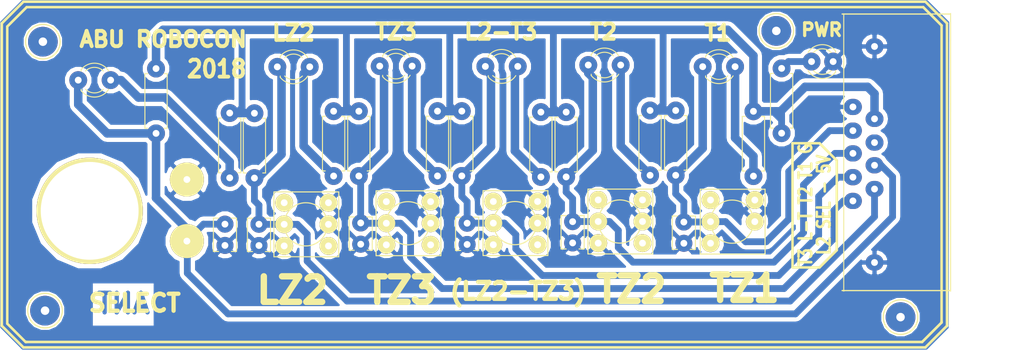
<source format=kicad_pcb>
(kicad_pcb (version 4) (host pcbnew 4.0.7-e2-6376~61~ubuntu18.04.1)

  (general
    (links 69)
    (no_connects 0)
    (area 91.51366 94.68104 212.111401 135.943341)
    (thickness 1.6)
    (drawings 40)
    (tracks 165)
    (zones 0)
    (modules 37)
    (nets 16)
  )

  (page A4)
  (layers
    (0 F.Cu signal)
    (31 B.Cu signal)
    (32 B.Adhes user)
    (33 F.Adhes user)
    (34 B.Paste user)
    (35 F.Paste user)
    (36 B.SilkS user)
    (37 F.SilkS user)
    (38 B.Mask user)
    (39 F.Mask user)
    (40 Dwgs.User user)
    (41 Cmts.User user)
    (42 Eco1.User user)
    (43 Eco2.User user)
    (44 Edge.Cuts user)
    (45 Margin user)
    (46 B.CrtYd user)
    (47 F.CrtYd user)
    (48 B.Fab user)
    (49 F.Fab user)
  )

  (setup
    (last_trace_width 1)
    (user_trace_width 0.6)
    (user_trace_width 0.8)
    (user_trace_width 1)
    (trace_clearance 0.2)
    (zone_clearance 0.508)
    (zone_45_only yes)
    (trace_min 0.2)
    (segment_width 0.3)
    (edge_width 0.15)
    (via_size 0.6)
    (via_drill 0.4)
    (via_min_size 0.4)
    (via_min_drill 0.3)
    (user_via 2 0.8)
    (uvia_size 0.3)
    (uvia_drill 0.1)
    (uvias_allowed no)
    (uvia_min_size 0.2)
    (uvia_min_drill 0.1)
    (pcb_text_width 0.3)
    (pcb_text_size 1.5 1.5)
    (mod_edge_width 0.15)
    (mod_text_size 1 1)
    (mod_text_width 0.15)
    (pad_size 3.1 3.1)
    (pad_drill 3)
    (pad_to_mask_clearance 0.2)
    (aux_axis_origin 0 0)
    (grid_origin 166.02456 123.45924)
    (visible_elements FFFFFF7F)
    (pcbplotparams
      (layerselection 0x00030_80000001)
      (usegerberextensions false)
      (excludeedgelayer true)
      (linewidth 0.100000)
      (plotframeref false)
      (viasonmask false)
      (mode 1)
      (useauxorigin false)
      (hpglpennumber 1)
      (hpglpenspeed 20)
      (hpglpendiameter 15)
      (hpglpenoverlay 2)
      (psnegative false)
      (psa4output false)
      (plotreference true)
      (plotvalue true)
      (plotinvisibletext false)
      (padsonsilk false)
      (subtractmaskfromsilk false)
      (outputformat 1)
      (mirror false)
      (drillshape 1)
      (scaleselection 1)
      (outputdirectory ""))
  )

  (net 0 "")
  (net 1 +5V)
  (net 2 GND)
  (net 3 "Net-(D1-Pad2)")
  (net 4 /IN1)
  (net 5 "Net-(D2-Pad2)")
  (net 6 /IN2)
  (net 7 "Net-(D3-Pad2)")
  (net 8 /IN3)
  (net 9 "Net-(D4-Pad2)")
  (net 10 /IN4)
  (net 11 "Net-(D5-Pad2)")
  (net 12 /IN5)
  (net 13 "Net-(D6-Pad2)")
  (net 14 /IN6)
  (net 15 "Net-(D7-Pad2)")

  (net_class Default "This is the default net class."
    (clearance 0.2)
    (trace_width 0.25)
    (via_dia 0.6)
    (via_drill 0.4)
    (uvia_dia 0.3)
    (uvia_drill 0.1)
    (add_net +5V)
    (add_net /IN1)
    (add_net /IN2)
    (add_net /IN3)
    (add_net /IN4)
    (add_net /IN5)
    (add_net /IN6)
    (add_net GND)
    (add_net "Net-(D1-Pad2)")
    (add_net "Net-(D2-Pad2)")
    (add_net "Net-(D3-Pad2)")
    (add_net "Net-(D4-Pad2)")
    (add_net "Net-(D5-Pad2)")
    (add_net "Net-(D6-Pad2)")
    (add_net "Net-(D7-Pad2)")
  )

  (module modFiles:DIP_Switch (layer F.Cu) (tedit 5B40F5D4) (tstamp 5B407569)
    (at 102.8192 119.47144)
    (path /5B40FDB4)
    (fp_text reference SW3 (at 0.381 3.429) (layer F.SilkS) hide
      (effects (font (size 1.016 1.016) (thickness 0.2032)))
    )
    (fp_text value SW_DPST (at 0.508 -3.429) (layer F.SilkS) hide
      (effects (font (size 1.016 1.016) (thickness 0.2032)))
    )
    (pad 2 thru_hole circle (at 10.668 -3.683) (size 4 4) (drill 0.8) (layers *.Cu *.Mask F.SilkS)
      (net 2 GND))
    (pad "" thru_hole circle (at -0.762 0) (size 12.5 12.5) (drill 11.5) (layers *.Cu *.Mask F.SilkS))
    (pad 1 thru_hole circle (at 10.668 3.556) (size 4 4) (drill 0.8) (layers *.Cu *.Mask F.SilkS)
      (net 8 /IN3))
  )

  (module modFiles:LED_D3.0mm (layer F.Cu) (tedit 5B434AB3) (tstamp 5B407506)
    (at 174.76724 102.51948)
    (descr "LED, diameter 3.0mm, 2 pins")
    (tags "LED diameter 3.0mm 2 pins")
    (path /5B408FC8)
    (fp_text reference D7 (at 1.27 -2.96) (layer F.SilkS) hide
      (effects (font (size 1 1) (thickness 0.15)))
    )
    (fp_text value LED (at 1.27 2.96) (layer F.Fab) hide
      (effects (font (size 1 1) (thickness 0.15)))
    )
    (fp_arc (start 1.27 0) (end -0.23 -1.16619) (angle 284.3) (layer F.Fab) (width 0.1))
    (fp_arc (start 1.27 0) (end -0.29 -1.235516) (angle 108.8) (layer F.SilkS) (width 0.12))
    (fp_arc (start 1.27 0) (end -0.29 1.235516) (angle -108.8) (layer F.SilkS) (width 0.12))
    (fp_arc (start 1.27 0) (end 0.229039 -1.08) (angle 87.9) (layer F.SilkS) (width 0.12))
    (fp_arc (start 1.27 0) (end 0.229039 1.08) (angle -87.9) (layer F.SilkS) (width 0.12))
    (fp_circle (center 1.27 0) (end 2.77 0) (layer F.Fab) (width 0.1))
    (fp_line (start -0.23 -1.16619) (end -0.23 1.16619) (layer F.Fab) (width 0.1))
    (fp_line (start -0.29 -1.236) (end -0.29 -1.08) (layer F.SilkS) (width 0.12))
    (fp_line (start -0.29 1.08) (end -0.29 1.236) (layer F.SilkS) (width 0.12))
    (fp_line (start -1.15 -2.25) (end -1.15 2.25) (layer F.CrtYd) (width 0.05))
    (fp_line (start -1.15 2.25) (end 3.7 2.25) (layer F.CrtYd) (width 0.05))
    (fp_line (start 3.7 2.25) (end 3.7 -2.25) (layer F.CrtYd) (width 0.05))
    (fp_line (start 3.7 -2.25) (end -1.15 -2.25) (layer F.CrtYd) (width 0.05))
    (pad 1 thru_hole circle (at -0.635 0) (size 2.1 2.1) (drill 0.8) (layers *.Cu *.Mask)
      (net 14 /IN6))
    (pad 2 thru_hole circle (at 3.175 0) (size 2.1 2.1) (drill 0.8) (layers *.Cu *.Mask)
      (net 15 "Net-(D7-Pad2)"))
    (model _3D/Used/led_3mm_red.wrl
      (at (xyz 0.05 0 0))
      (scale (xyz 1 1 1))
      (rotate (xyz 0 0 90))
    )
  )

  (module modFiles:LED_D3.0mm (layer F.Cu) (tedit 5B434AB0) (tstamp 5B407500)
    (at 161.3154 102.32644)
    (descr "LED, diameter 3.0mm, 2 pins")
    (tags "LED diameter 3.0mm 2 pins")
    (path /5B408FBB)
    (fp_text reference D6 (at 1.27 -2.96) (layer F.SilkS) hide
      (effects (font (size 1 1) (thickness 0.15)))
    )
    (fp_text value LED (at 1.27 2.96) (layer F.Fab) hide
      (effects (font (size 1 1) (thickness 0.15)))
    )
    (fp_arc (start 1.27 0) (end -0.23 -1.16619) (angle 284.3) (layer F.Fab) (width 0.1))
    (fp_arc (start 1.27 0) (end -0.29 -1.235516) (angle 108.8) (layer F.SilkS) (width 0.12))
    (fp_arc (start 1.27 0) (end -0.29 1.235516) (angle -108.8) (layer F.SilkS) (width 0.12))
    (fp_arc (start 1.27 0) (end 0.229039 -1.08) (angle 87.9) (layer F.SilkS) (width 0.12))
    (fp_arc (start 1.27 0) (end 0.229039 1.08) (angle -87.9) (layer F.SilkS) (width 0.12))
    (fp_circle (center 1.27 0) (end 2.77 0) (layer F.Fab) (width 0.1))
    (fp_line (start -0.23 -1.16619) (end -0.23 1.16619) (layer F.Fab) (width 0.1))
    (fp_line (start -0.29 -1.236) (end -0.29 -1.08) (layer F.SilkS) (width 0.12))
    (fp_line (start -0.29 1.08) (end -0.29 1.236) (layer F.SilkS) (width 0.12))
    (fp_line (start -1.15 -2.25) (end -1.15 2.25) (layer F.CrtYd) (width 0.05))
    (fp_line (start -1.15 2.25) (end 3.7 2.25) (layer F.CrtYd) (width 0.05))
    (fp_line (start 3.7 2.25) (end 3.7 -2.25) (layer F.CrtYd) (width 0.05))
    (fp_line (start 3.7 -2.25) (end -1.15 -2.25) (layer F.CrtYd) (width 0.05))
    (pad 1 thru_hole circle (at -0.635 0) (size 2.1 2.1) (drill 0.8) (layers *.Cu *.Mask)
      (net 12 /IN5))
    (pad 2 thru_hole circle (at 3.175 0) (size 2.1 2.1) (drill 0.8) (layers *.Cu *.Mask)
      (net 13 "Net-(D6-Pad2)"))
    (model _3D/Used/led_3mm_red.wrl
      (at (xyz 0.05 0 0))
      (scale (xyz 1 1 1))
      (rotate (xyz 0 0 90))
    )
  )

  (module modFiles:LED_D3.0mm (layer F.Cu) (tedit 5B434AAD) (tstamp 5B4074FA)
    (at 149.21484 102.489)
    (descr "LED, diameter 3.0mm, 2 pins")
    (tags "LED diameter 3.0mm 2 pins")
    (path /5B408FAE)
    (fp_text reference D5 (at 1.27 -2.96) (layer F.SilkS) hide
      (effects (font (size 1 1) (thickness 0.15)))
    )
    (fp_text value LED (at 1.27 2.96) (layer F.Fab) hide
      (effects (font (size 1 1) (thickness 0.15)))
    )
    (fp_arc (start 1.27 0) (end -0.23 -1.16619) (angle 284.3) (layer F.Fab) (width 0.1))
    (fp_arc (start 1.27 0) (end -0.29 -1.235516) (angle 108.8) (layer F.SilkS) (width 0.12))
    (fp_arc (start 1.27 0) (end -0.29 1.235516) (angle -108.8) (layer F.SilkS) (width 0.12))
    (fp_arc (start 1.27 0) (end 0.229039 -1.08) (angle 87.9) (layer F.SilkS) (width 0.12))
    (fp_arc (start 1.27 0) (end 0.229039 1.08) (angle -87.9) (layer F.SilkS) (width 0.12))
    (fp_circle (center 1.27 0) (end 2.77 0) (layer F.Fab) (width 0.1))
    (fp_line (start -0.23 -1.16619) (end -0.23 1.16619) (layer F.Fab) (width 0.1))
    (fp_line (start -0.29 -1.236) (end -0.29 -1.08) (layer F.SilkS) (width 0.12))
    (fp_line (start -0.29 1.08) (end -0.29 1.236) (layer F.SilkS) (width 0.12))
    (fp_line (start -1.15 -2.25) (end -1.15 2.25) (layer F.CrtYd) (width 0.05))
    (fp_line (start -1.15 2.25) (end 3.7 2.25) (layer F.CrtYd) (width 0.05))
    (fp_line (start 3.7 2.25) (end 3.7 -2.25) (layer F.CrtYd) (width 0.05))
    (fp_line (start 3.7 -2.25) (end -1.15 -2.25) (layer F.CrtYd) (width 0.05))
    (pad 1 thru_hole circle (at -0.635 0) (size 2.1 2.1) (drill 0.8) (layers *.Cu *.Mask)
      (net 10 /IN4))
    (pad 2 thru_hole circle (at 3.175 0) (size 2.1 2.1) (drill 0.8) (layers *.Cu *.Mask)
      (net 11 "Net-(D5-Pad2)"))
    (model _3D/Used/led_3mm_red.wrl
      (at (xyz 0.05 0 0))
      (scale (xyz 1 1 1))
      (rotate (xyz 0 0 90))
    )
  )

  (module modFiles:LED_D3.0mm (layer F.Cu) (tedit 5B434AA7) (tstamp 5B4074E8)
    (at 136.79424 102.45344)
    (descr "LED, diameter 3.0mm, 2 pins")
    (tags "LED diameter 3.0mm 2 pins")
    (path /5B408B23)
    (fp_text reference D2 (at 1.27 -2.96) (layer F.SilkS) hide
      (effects (font (size 1 1) (thickness 0.15)))
    )
    (fp_text value LED (at 1.27 2.96) (layer F.Fab) hide
      (effects (font (size 1 1) (thickness 0.15)))
    )
    (fp_arc (start 1.27 0) (end -0.23 -1.16619) (angle 284.3) (layer F.Fab) (width 0.1))
    (fp_arc (start 1.27 0) (end -0.29 -1.235516) (angle 108.8) (layer F.SilkS) (width 0.12))
    (fp_arc (start 1.27 0) (end -0.29 1.235516) (angle -108.8) (layer F.SilkS) (width 0.12))
    (fp_arc (start 1.27 0) (end 0.229039 -1.08) (angle 87.9) (layer F.SilkS) (width 0.12))
    (fp_arc (start 1.27 0) (end 0.229039 1.08) (angle -87.9) (layer F.SilkS) (width 0.12))
    (fp_circle (center 1.27 0) (end 2.77 0) (layer F.Fab) (width 0.1))
    (fp_line (start -0.23 -1.16619) (end -0.23 1.16619) (layer F.Fab) (width 0.1))
    (fp_line (start -0.29 -1.236) (end -0.29 -1.08) (layer F.SilkS) (width 0.12))
    (fp_line (start -0.29 1.08) (end -0.29 1.236) (layer F.SilkS) (width 0.12))
    (fp_line (start -1.15 -2.25) (end -1.15 2.25) (layer F.CrtYd) (width 0.05))
    (fp_line (start -1.15 2.25) (end 3.7 2.25) (layer F.CrtYd) (width 0.05))
    (fp_line (start 3.7 2.25) (end 3.7 -2.25) (layer F.CrtYd) (width 0.05))
    (fp_line (start 3.7 -2.25) (end -1.15 -2.25) (layer F.CrtYd) (width 0.05))
    (pad 1 thru_hole circle (at -0.635 0) (size 2.1 2.1) (drill 0.8) (layers *.Cu *.Mask)
      (net 4 /IN1))
    (pad 2 thru_hole circle (at 3.175 0) (size 2.1 2.1) (drill 0.8) (layers *.Cu *.Mask)
      (net 5 "Net-(D2-Pad2)"))
    (model _3D/Used/led_3mm_red.wrl
      (at (xyz 0.05 0 0))
      (scale (xyz 1 1 1))
      (rotate (xyz 0 0 90))
    )
  )

  (module modFiles:LED_D3.0mm (layer F.Cu) (tedit 5B434AA4) (tstamp 5B4074EE)
    (at 124.75464 102.5398)
    (descr "LED, diameter 3.0mm, 2 pins")
    (tags "LED diameter 3.0mm 2 pins")
    (path /5B408DEC)
    (fp_text reference D3 (at 1.27 -2.96) (layer F.SilkS) hide
      (effects (font (size 1 1) (thickness 0.15)))
    )
    (fp_text value LED (at 1.27 2.96) (layer F.Fab) hide
      (effects (font (size 1 1) (thickness 0.15)))
    )
    (fp_arc (start 1.27 0) (end -0.23 -1.16619) (angle 284.3) (layer F.Fab) (width 0.1))
    (fp_arc (start 1.27 0) (end -0.29 -1.235516) (angle 108.8) (layer F.SilkS) (width 0.12))
    (fp_arc (start 1.27 0) (end -0.29 1.235516) (angle -108.8) (layer F.SilkS) (width 0.12))
    (fp_arc (start 1.27 0) (end 0.229039 -1.08) (angle 87.9) (layer F.SilkS) (width 0.12))
    (fp_arc (start 1.27 0) (end 0.229039 1.08) (angle -87.9) (layer F.SilkS) (width 0.12))
    (fp_circle (center 1.27 0) (end 2.77 0) (layer F.Fab) (width 0.1))
    (fp_line (start -0.23 -1.16619) (end -0.23 1.16619) (layer F.Fab) (width 0.1))
    (fp_line (start -0.29 -1.236) (end -0.29 -1.08) (layer F.SilkS) (width 0.12))
    (fp_line (start -0.29 1.08) (end -0.29 1.236) (layer F.SilkS) (width 0.12))
    (fp_line (start -1.15 -2.25) (end -1.15 2.25) (layer F.CrtYd) (width 0.05))
    (fp_line (start -1.15 2.25) (end 3.7 2.25) (layer F.CrtYd) (width 0.05))
    (fp_line (start 3.7 2.25) (end 3.7 -2.25) (layer F.CrtYd) (width 0.05))
    (fp_line (start 3.7 -2.25) (end -1.15 -2.25) (layer F.CrtYd) (width 0.05))
    (pad 1 thru_hole circle (at -0.635 0) (size 2.1 2.1) (drill 0.8) (layers *.Cu *.Mask)
      (net 6 /IN2))
    (pad 2 thru_hole circle (at 3.175 0) (size 2.1 2.1) (drill 0.8) (layers *.Cu *.Mask)
      (net 7 "Net-(D3-Pad2)"))
    (model _3D/Used/led_3mm_red.wrl
      (at (xyz 0.05 0 0))
      (scale (xyz 1 1 1))
      (rotate (xyz 0 0 90))
    )
  )

  (module modFiles:LED_D3.0mm (layer F.Cu) (tedit 5B434AA0) (tstamp 5B4074F4)
    (at 101.346 104.1019)
    (descr "LED, diameter 3.0mm, 2 pins")
    (tags "LED diameter 3.0mm 2 pins")
    (path /5B408DF9)
    (fp_text reference D4 (at 1.27 -2.96) (layer F.SilkS) hide
      (effects (font (size 1 1) (thickness 0.15)))
    )
    (fp_text value LED (at 1.27 2.96) (layer F.Fab) hide
      (effects (font (size 1 1) (thickness 0.15)))
    )
    (fp_arc (start 1.27 0) (end -0.23 -1.16619) (angle 284.3) (layer F.Fab) (width 0.1))
    (fp_arc (start 1.27 0) (end -0.29 -1.235516) (angle 108.8) (layer F.SilkS) (width 0.12))
    (fp_arc (start 1.27 0) (end -0.29 1.235516) (angle -108.8) (layer F.SilkS) (width 0.12))
    (fp_arc (start 1.27 0) (end 0.229039 -1.08) (angle 87.9) (layer F.SilkS) (width 0.12))
    (fp_arc (start 1.27 0) (end 0.229039 1.08) (angle -87.9) (layer F.SilkS) (width 0.12))
    (fp_circle (center 1.27 0) (end 2.77 0) (layer F.Fab) (width 0.1))
    (fp_line (start -0.23 -1.16619) (end -0.23 1.16619) (layer F.Fab) (width 0.1))
    (fp_line (start -0.29 -1.236) (end -0.29 -1.08) (layer F.SilkS) (width 0.12))
    (fp_line (start -0.29 1.08) (end -0.29 1.236) (layer F.SilkS) (width 0.12))
    (fp_line (start -1.15 -2.25) (end -1.15 2.25) (layer F.CrtYd) (width 0.05))
    (fp_line (start -1.15 2.25) (end 3.7 2.25) (layer F.CrtYd) (width 0.05))
    (fp_line (start 3.7 2.25) (end 3.7 -2.25) (layer F.CrtYd) (width 0.05))
    (fp_line (start 3.7 -2.25) (end -1.15 -2.25) (layer F.CrtYd) (width 0.05))
    (pad 1 thru_hole circle (at -0.635 0) (size 2.1 2.1) (drill 0.8) (layers *.Cu *.Mask)
      (net 8 /IN3))
    (pad 2 thru_hole circle (at 3.175 0) (size 2.1 2.1) (drill 0.8) (layers *.Cu *.Mask)
      (net 9 "Net-(D4-Pad2)"))
    (model _3D/Used/led_3mm_red.wrl
      (at (xyz 0.05 0 0))
      (scale (xyz 1 1 1))
      (rotate (xyz 0 0 90))
    )
  )

  (module modFiles:DIP_Switch (layer F.Cu) (tedit 5B40F563) (tstamp 5B407587)
    (at 177.71872 120.74144 270)
    (path /5B40FFA7)
    (fp_text reference SW6 (at 0 0.15 270) (layer F.SilkS) hide
      (effects (font (size 1.016 1.016) (thickness 0.2032)))
    )
    (fp_text value SW_DPST (at -2.37 -4.44 270) (layer F.SilkS) hide
      (effects (font (size 1.016 1.016) (thickness 0.2032)))
    )
    (fp_circle (center 0 0.127) (end 0 -2.413) (layer F.SilkS) (width 0.127))
    (fp_line (start -3.81 -3.7465) (end 3.81 -3.7465) (layer F.SilkS) (width 0.127))
    (fp_line (start 3.81 -3.7465) (end 3.81 3.8735) (layer F.SilkS) (width 0.127))
    (fp_line (start 3.81 3.8735) (end -3.81 3.8735) (layer F.SilkS) (width 0.127))
    (fp_line (start -3.81 -3.7465) (end -3.81 3.8735) (layer F.SilkS) (width 0.127))
    (pad 2 thru_hole circle (at 2.54 2.667 270) (size 2.1 2.1) (drill 0.8) (layers *.Cu *.Mask F.SilkS)
      (net 2 GND))
    (pad 3 thru_hole circle (at -2.54 -2.54 270) (size 2.1 2.1) (drill 0.8) (layers *.Cu *.Mask F.SilkS)
      (net 2 GND))
    (pad "" thru_hole circle (at -2.54 2.667 270) (size 2.1 2.1) (drill 0.8) (layers *.Cu *.Mask F.SilkS))
    (pad 4 thru_hole circle (at 0 -2.54 270) (size 2.1 2.1) (drill 0.8) (layers *.Cu *.Mask F.SilkS)
      (net 2 GND))
    (pad 1 thru_hole circle (at 0 2.667 270) (size 2.1 2.1) (drill 0.8) (layers *.Cu *.Mask F.SilkS)
      (net 14 /IN6))
  )

  (module modFiles:Connector_DB_9 (layer F.Cu) (tedit 5B407DB6) (tstamp 5B40751B)
    (at 191.7954 107.25404 270)
    (descr "Connecteur DB9 femelle couche")
    (tags "CONN DB9")
    (path /5B40799F)
    (fp_text reference J1 (at 5.46 2.28 270) (layer F.SilkS) hide
      (effects (font (size 1 1) (thickness 0.15)))
    )
    (fp_text value DB9_Female_MountingHoles (at 6.73 -5.08 270) (layer F.Fab)
      (effects (font (size 1 1) (thickness 0.15)))
    )
    (fp_line (start -10.922 -11.43) (end -10.922 1.016) (layer F.Fab) (width 0.15))
    (fp_line (start 21.59 -11.43) (end 21.59 1.016) (layer F.Fab) (width 0.15))
    (fp_line (start -10.922 -11.43) (end -10.922 1.27) (layer F.SilkS) (width 0.15))
    (fp_line (start 21.59 -11.43) (end 21.59 1.016) (layer F.SilkS) (width 0.15))
    (fp_line (start 21.59 1.016) (end 21.59 1.27) (layer F.SilkS) (width 0.15))
    (fp_line (start 12.954 -20.066) (end 12.954 -13.208) (layer F.Fab) (width 0.1))
    (fp_line (start -2.286 -20.066) (end -2.286 -13.208) (layer F.Fab) (width 0.1))
    (fp_line (start -10.922 -13.208) (end -10.922 -11.303) (layer F.Fab) (width 0.1))
    (fp_line (start 21.59 -13.208) (end -10.922 -13.208) (layer F.Fab) (width 0.1))
    (fp_line (start 21.59 -11.303) (end 21.59 -13.208) (layer F.Fab) (width 0.1))
    (fp_line (start -10.944 1.08) (end 21.656 1.08) (layer F.SilkS) (width 0.12))
    (fp_line (start 21.656 -11.486) (end -10.994 -11.486) (layer F.SilkS) (width 0.12))
    (fp_line (start -10.924 1.02) (end 21.586 1.02) (layer F.Fab) (width 0.1))
    (fp_line (start 21.586 -11.426) (end -10.924 -11.426) (layer F.Fab) (width 0.1))
    (fp_line (start -3.814 -11.426) (end -3.814 -3.806) (layer F.Fab) (width 0.1))
    (fp_line (start -3.814 -3.806) (end 14.476 -3.806) (layer F.Fab) (width 0.1))
    (fp_line (start 14.476 -3.806) (end 14.476 -11.426) (layer F.Fab) (width 0.1))
    (fp_line (start -2.284 -20.066) (end 12.956 -20.066) (layer F.Fab) (width 0.1))
    (fp_line (start 22.09 1.27) (end -10.92 1.27) (layer F.CrtYd) (width 0.05))
    (pad 0 thru_hole oval (at 18.29 -2.54 270) (size 1.9 2.1) (drill 0.8) (layers *.Cu *.Mask)
      (net 2 GND))
    (pad 0 thru_hole oval (at -7.11 -2.54 270) (size 1.9 2.1) (drill 0.8) (layers *.Cu *.Mask)
      (net 2 GND))
    (pad 1 thru_hole oval (at 0 0 270) (size 1.9 2.1) (drill 0.8) (layers *.Cu *.Mask)
      (net 2 GND))
    (pad 2 thru_hole oval (at 2.79 0 270) (size 1.9 2.1) (drill 0.8) (layers *.Cu *.Mask)
      (net 14 /IN6))
    (pad 3 thru_hole oval (at 5.46 0 270) (size 1.9 2.1) (drill 0.8) (layers *.Cu *.Mask)
      (net 12 /IN5))
    (pad 4 thru_hole oval (at 8.26 0 270) (size 1.9 2.1) (drill 0.8) (layers *.Cu *.Mask)
      (net 10 /IN4))
    (pad 5 thru_hole oval (at 11.05 0 270) (size 1.9 2.1) (drill 0.8) (layers *.Cu *.Mask)
      (net 4 /IN1))
    (pad 6 thru_hole oval (at 1.4 -2.54 270) (size 1.9 2.1) (drill 0.8) (layers *.Cu *.Mask)
      (net 1 +5V))
    (pad 7 thru_hole oval (at 4.19 -2.54 270) (size 1.9 2.1) (drill 0.8) (layers *.Cu *.Mask))
    (pad 8 thru_hole oval (at 6.86 -2.54 270) (size 1.9 2.1) (drill 0.8) (layers *.Cu *.Mask)
      (net 8 /IN3))
    (pad 9 thru_hole oval (at 9.65 -2.54 270) (size 1.9 2.1) (drill 0.8) (layers *.Cu *.Mask)
      (net 6 /IN2))
    (model _3D/Used/db_9f.wrl
      (at (xyz 0.218 0.33 0))
      (scale (xyz 1 1 1))
      (rotate (xyz 0 0 180))
    )
  )

  (module modFiles:Resistor_small (layer F.Cu) (tedit 5B40F517) (tstamp 5B407521)
    (at 183.41086 102.72014 270)
    (descr "Resistor, Axial_DIN0207 series, Axial, Horizontal, pin pitch=7.62mm, 0.25W = 1/4W, length*diameter=6.3*2.5mm^2, http://cdn-reichelt.de/documents/datenblatt/B400/1_4W%23YAG.pdf")
    (tags "Resistor Axial_DIN0207 series Axial Horizontal pin pitch 7.62mm 0.25W = 1/4W length 6.3mm diameter 2.5mm")
    (path /5B40899C)
    (fp_text reference R1 (at 3.81 -2.31 270) (layer F.SilkS) hide
      (effects (font (size 1 1) (thickness 0.15)))
    )
    (fp_text value 330 (at 3.8481 0.1143 270) (layer F.Fab)
      (effects (font (size 1 1) (thickness 0.15)))
    )
    (fp_line (start 0.66 -1.25) (end 0.66 1.25) (layer F.Fab) (width 0.1))
    (fp_line (start 0.66 1.25) (end 6.96 1.25) (layer F.Fab) (width 0.1))
    (fp_line (start 6.96 1.25) (end 6.96 -1.25) (layer F.Fab) (width 0.1))
    (fp_line (start 6.96 -1.25) (end 0.66 -1.25) (layer F.Fab) (width 0.1))
    (fp_line (start 0 0) (end 0.66 0) (layer F.Fab) (width 0.1))
    (fp_line (start 7.62 0) (end 6.96 0) (layer F.Fab) (width 0.1))
    (fp_line (start 0.6 -0.98) (end 0.6 -1.31) (layer F.SilkS) (width 0.12))
    (fp_line (start 0.6 -1.31) (end 7.02 -1.31) (layer F.SilkS) (width 0.12))
    (fp_line (start 7.02 -1.31) (end 7.02 -0.98) (layer F.SilkS) (width 0.12))
    (fp_line (start 0.6 0.98) (end 0.6 1.31) (layer F.SilkS) (width 0.12))
    (fp_line (start 0.6 1.31) (end 7.02 1.31) (layer F.SilkS) (width 0.12))
    (fp_line (start 7.02 1.31) (end 7.02 0.98) (layer F.SilkS) (width 0.12))
    (fp_line (start -1.05 -1.6) (end -1.05 1.6) (layer F.CrtYd) (width 0.05))
    (fp_line (start -1.05 1.6) (end 8.7 1.6) (layer F.CrtYd) (width 0.05))
    (fp_line (start 8.7 1.6) (end 8.7 -1.6) (layer F.CrtYd) (width 0.05))
    (fp_line (start 8.7 -1.6) (end -1.05 -1.6) (layer F.CrtYd) (width 0.05))
    (pad 1 thru_hole circle (at 0 0 270) (size 2.1 2.1) (drill 0.8) (layers *.Cu *.Mask)
      (net 3 "Net-(D1-Pad2)"))
    (pad 2 thru_hole circle (at 7.62 0 270) (size 2.1 2.1) (drill 0.8) (layers *.Cu *.Mask)
      (net 1 +5V))
    (model _3D/Used/R_Axial_DIN0207_L6.3mm_D2.5mm_P7.62mm_Horizontal.wrl
      (at (xyz 0 0 0))
      (scale (xyz 0.393701 0.393701 0.393701))
      (rotate (xyz 0 0 0))
    )
  )

  (module modFiles:Capacitor_Disc_Small (layer F.Cu) (tedit 5B40F57B) (tstamp 5B4074BE)
    (at 133.92404 120.89384 270)
    (descr "C, Disc series, Radial, pin pitch=2.50mm, , diameter*width=3.8*2.6mm^2, Capacitor, http://www.vishay.com/docs/45233/krseries.pdf")
    (tags "C Disc series Radial pin pitch 2.50mm  diameter 3.8mm width 2.6mm Capacitor")
    (path /5B407589)
    (fp_text reference C1 (at 1.25 -2.36 270) (layer F.SilkS) hide
      (effects (font (size 1 1) (thickness 0.15)))
    )
    (fp_text value 104 (at 1.25 2.36 270) (layer F.Fab)
      (effects (font (size 1 1) (thickness 0.15)))
    )
    (fp_line (start -0.65 -1.3) (end -0.65 1.3) (layer F.Fab) (width 0.1))
    (fp_line (start -0.65 1.3) (end 3.15 1.3) (layer F.Fab) (width 0.1))
    (fp_line (start 3.15 1.3) (end 3.15 -1.3) (layer F.Fab) (width 0.1))
    (fp_line (start 3.15 -1.3) (end -0.65 -1.3) (layer F.Fab) (width 0.1))
    (fp_line (start -0.71 -1.36) (end 3.21 -1.36) (layer F.SilkS) (width 0.12))
    (fp_line (start -0.71 1.36) (end 3.21 1.36) (layer F.SilkS) (width 0.12))
    (fp_line (start -0.71 -1.36) (end -0.71 -0.75) (layer F.SilkS) (width 0.12))
    (fp_line (start -0.71 0.75) (end -0.71 1.36) (layer F.SilkS) (width 0.12))
    (fp_line (start 3.21 -1.36) (end 3.21 -0.75) (layer F.SilkS) (width 0.12))
    (fp_line (start 3.21 0.75) (end 3.21 1.36) (layer F.SilkS) (width 0.12))
    (fp_line (start -1.05 -1.65) (end -1.05 1.65) (layer F.CrtYd) (width 0.05))
    (fp_line (start -1.05 1.65) (end 3.55 1.65) (layer F.CrtYd) (width 0.05))
    (fp_line (start 3.55 1.65) (end 3.55 -1.65) (layer F.CrtYd) (width 0.05))
    (fp_line (start 3.55 -1.65) (end -1.05 -1.65) (layer F.CrtYd) (width 0.05))
    (pad 1 thru_hole circle (at 0 0 270) (size 2 2) (drill 0.8) (layers *.Cu *.Mask)
      (net 4 /IN1))
    (pad 2 thru_hole circle (at 2.5 0 270) (size 2 2) (drill 0.8) (layers *.Cu *.Mask)
      (net 2 GND))
    (model _3D/Used/C_Disc_D3.8mm_W2.6mm_P2.50mm.wrl
      (at (xyz 0 0 0))
      (scale (xyz 0.393701 0.393701 0.393701))
      (rotate (xyz 0 0 0))
    )
  )

  (module modFiles:Capacitor_Disc_Small (layer F.Cu) (tedit 5B40F581) (tstamp 5B4074C4)
    (at 121.96064 121.04624 270)
    (descr "C, Disc series, Radial, pin pitch=2.50mm, , diameter*width=3.8*2.6mm^2, Capacitor, http://www.vishay.com/docs/45233/krseries.pdf")
    (tags "C Disc series Radial pin pitch 2.50mm  diameter 3.8mm width 2.6mm Capacitor")
    (path /5B4075F0)
    (fp_text reference C2 (at 1.25 -2.36 270) (layer F.SilkS) hide
      (effects (font (size 1 1) (thickness 0.15)))
    )
    (fp_text value 104 (at 1.25 2.36 270) (layer F.Fab)
      (effects (font (size 1 1) (thickness 0.15)))
    )
    (fp_line (start -0.65 -1.3) (end -0.65 1.3) (layer F.Fab) (width 0.1))
    (fp_line (start -0.65 1.3) (end 3.15 1.3) (layer F.Fab) (width 0.1))
    (fp_line (start 3.15 1.3) (end 3.15 -1.3) (layer F.Fab) (width 0.1))
    (fp_line (start 3.15 -1.3) (end -0.65 -1.3) (layer F.Fab) (width 0.1))
    (fp_line (start -0.71 -1.36) (end 3.21 -1.36) (layer F.SilkS) (width 0.12))
    (fp_line (start -0.71 1.36) (end 3.21 1.36) (layer F.SilkS) (width 0.12))
    (fp_line (start -0.71 -1.36) (end -0.71 -0.75) (layer F.SilkS) (width 0.12))
    (fp_line (start -0.71 0.75) (end -0.71 1.36) (layer F.SilkS) (width 0.12))
    (fp_line (start 3.21 -1.36) (end 3.21 -0.75) (layer F.SilkS) (width 0.12))
    (fp_line (start 3.21 0.75) (end 3.21 1.36) (layer F.SilkS) (width 0.12))
    (fp_line (start -1.05 -1.65) (end -1.05 1.65) (layer F.CrtYd) (width 0.05))
    (fp_line (start -1.05 1.65) (end 3.55 1.65) (layer F.CrtYd) (width 0.05))
    (fp_line (start 3.55 1.65) (end 3.55 -1.65) (layer F.CrtYd) (width 0.05))
    (fp_line (start 3.55 -1.65) (end -1.05 -1.65) (layer F.CrtYd) (width 0.05))
    (pad 1 thru_hole circle (at 0 0 270) (size 2 2) (drill 0.8) (layers *.Cu *.Mask)
      (net 6 /IN2))
    (pad 2 thru_hole circle (at 2.5 0 270) (size 2 2) (drill 0.8) (layers *.Cu *.Mask)
      (net 2 GND))
    (model _3D/Used/C_Disc_D3.8mm_W2.6mm_P2.50mm.wrl
      (at (xyz 0 0 0))
      (scale (xyz 0.393701 0.393701 0.393701))
      (rotate (xyz 0 0 0))
    )
  )

  (module modFiles:Capacitor_Disc_Small (layer F.Cu) (tedit 5B40F585) (tstamp 5B4074CA)
    (at 117.96268 121.03608 270)
    (descr "C, Disc series, Radial, pin pitch=2.50mm, , diameter*width=3.8*2.6mm^2, Capacitor, http://www.vishay.com/docs/45233/krseries.pdf")
    (tags "C Disc series Radial pin pitch 2.50mm  diameter 3.8mm width 2.6mm Capacitor")
    (path /5B407643)
    (fp_text reference C3 (at 1.25 -2.36 270) (layer F.SilkS) hide
      (effects (font (size 1 1) (thickness 0.15)))
    )
    (fp_text value 104 (at 1.25 2.36 270) (layer F.Fab)
      (effects (font (size 1 1) (thickness 0.15)))
    )
    (fp_line (start -0.65 -1.3) (end -0.65 1.3) (layer F.Fab) (width 0.1))
    (fp_line (start -0.65 1.3) (end 3.15 1.3) (layer F.Fab) (width 0.1))
    (fp_line (start 3.15 1.3) (end 3.15 -1.3) (layer F.Fab) (width 0.1))
    (fp_line (start 3.15 -1.3) (end -0.65 -1.3) (layer F.Fab) (width 0.1))
    (fp_line (start -0.71 -1.36) (end 3.21 -1.36) (layer F.SilkS) (width 0.12))
    (fp_line (start -0.71 1.36) (end 3.21 1.36) (layer F.SilkS) (width 0.12))
    (fp_line (start -0.71 -1.36) (end -0.71 -0.75) (layer F.SilkS) (width 0.12))
    (fp_line (start -0.71 0.75) (end -0.71 1.36) (layer F.SilkS) (width 0.12))
    (fp_line (start 3.21 -1.36) (end 3.21 -0.75) (layer F.SilkS) (width 0.12))
    (fp_line (start 3.21 0.75) (end 3.21 1.36) (layer F.SilkS) (width 0.12))
    (fp_line (start -1.05 -1.65) (end -1.05 1.65) (layer F.CrtYd) (width 0.05))
    (fp_line (start -1.05 1.65) (end 3.55 1.65) (layer F.CrtYd) (width 0.05))
    (fp_line (start 3.55 1.65) (end 3.55 -1.65) (layer F.CrtYd) (width 0.05))
    (fp_line (start 3.55 -1.65) (end -1.05 -1.65) (layer F.CrtYd) (width 0.05))
    (pad 1 thru_hole circle (at 0 0 270) (size 2 2) (drill 0.8) (layers *.Cu *.Mask)
      (net 8 /IN3))
    (pad 2 thru_hole circle (at 2.5 0 270) (size 2 2) (drill 0.8) (layers *.Cu *.Mask)
      (net 2 GND))
    (model _3D/Used/C_Disc_D3.8mm_W2.6mm_P2.50mm.wrl
      (at (xyz 0 0 0))
      (scale (xyz 0.393701 0.393701 0.393701))
      (rotate (xyz 0 0 0))
    )
  )

  (module modFiles:Capacitor_Disc_Small (layer F.Cu) (tedit 5B40F571) (tstamp 5B4074D0)
    (at 146.43608 120.92432 270)
    (descr "C, Disc series, Radial, pin pitch=2.50mm, , diameter*width=3.8*2.6mm^2, Capacitor, http://www.vishay.com/docs/45233/krseries.pdf")
    (tags "C Disc series Radial pin pitch 2.50mm  diameter 3.8mm width 2.6mm Capacitor")
    (path /5B407728)
    (fp_text reference C4 (at 1.25 -2.36 270) (layer F.SilkS) hide
      (effects (font (size 1 1) (thickness 0.15)))
    )
    (fp_text value 104 (at 1.25 2.36 270) (layer F.Fab)
      (effects (font (size 1 1) (thickness 0.15)))
    )
    (fp_line (start -0.65 -1.3) (end -0.65 1.3) (layer F.Fab) (width 0.1))
    (fp_line (start -0.65 1.3) (end 3.15 1.3) (layer F.Fab) (width 0.1))
    (fp_line (start 3.15 1.3) (end 3.15 -1.3) (layer F.Fab) (width 0.1))
    (fp_line (start 3.15 -1.3) (end -0.65 -1.3) (layer F.Fab) (width 0.1))
    (fp_line (start -0.71 -1.36) (end 3.21 -1.36) (layer F.SilkS) (width 0.12))
    (fp_line (start -0.71 1.36) (end 3.21 1.36) (layer F.SilkS) (width 0.12))
    (fp_line (start -0.71 -1.36) (end -0.71 -0.75) (layer F.SilkS) (width 0.12))
    (fp_line (start -0.71 0.75) (end -0.71 1.36) (layer F.SilkS) (width 0.12))
    (fp_line (start 3.21 -1.36) (end 3.21 -0.75) (layer F.SilkS) (width 0.12))
    (fp_line (start 3.21 0.75) (end 3.21 1.36) (layer F.SilkS) (width 0.12))
    (fp_line (start -1.05 -1.65) (end -1.05 1.65) (layer F.CrtYd) (width 0.05))
    (fp_line (start -1.05 1.65) (end 3.55 1.65) (layer F.CrtYd) (width 0.05))
    (fp_line (start 3.55 1.65) (end 3.55 -1.65) (layer F.CrtYd) (width 0.05))
    (fp_line (start 3.55 -1.65) (end -1.05 -1.65) (layer F.CrtYd) (width 0.05))
    (pad 1 thru_hole circle (at 0 0 270) (size 2 2) (drill 0.8) (layers *.Cu *.Mask)
      (net 10 /IN4))
    (pad 2 thru_hole circle (at 2.5 0 270) (size 2 2) (drill 0.8) (layers *.Cu *.Mask)
      (net 2 GND))
    (model _3D/Used/C_Disc_D3.8mm_W2.6mm_P2.50mm.wrl
      (at (xyz 0 0 0))
      (scale (xyz 0.393701 0.393701 0.393701))
      (rotate (xyz 0 0 0))
    )
  )

  (module modFiles:Capacitor_Disc_Small (layer F.Cu) (tedit 5B40F569) (tstamp 5B4074D6)
    (at 158.84144 120.74144 270)
    (descr "C, Disc series, Radial, pin pitch=2.50mm, , diameter*width=3.8*2.6mm^2, Capacitor, http://www.vishay.com/docs/45233/krseries.pdf")
    (tags "C Disc series Radial pin pitch 2.50mm  diameter 3.8mm width 2.6mm Capacitor")
    (path /5B40772E)
    (fp_text reference C5 (at 1.25 -2.36 270) (layer F.SilkS) hide
      (effects (font (size 1 1) (thickness 0.15)))
    )
    (fp_text value 104 (at 1.25 2.36 270) (layer F.Fab)
      (effects (font (size 1 1) (thickness 0.15)))
    )
    (fp_line (start -0.65 -1.3) (end -0.65 1.3) (layer F.Fab) (width 0.1))
    (fp_line (start -0.65 1.3) (end 3.15 1.3) (layer F.Fab) (width 0.1))
    (fp_line (start 3.15 1.3) (end 3.15 -1.3) (layer F.Fab) (width 0.1))
    (fp_line (start 3.15 -1.3) (end -0.65 -1.3) (layer F.Fab) (width 0.1))
    (fp_line (start -0.71 -1.36) (end 3.21 -1.36) (layer F.SilkS) (width 0.12))
    (fp_line (start -0.71 1.36) (end 3.21 1.36) (layer F.SilkS) (width 0.12))
    (fp_line (start -0.71 -1.36) (end -0.71 -0.75) (layer F.SilkS) (width 0.12))
    (fp_line (start -0.71 0.75) (end -0.71 1.36) (layer F.SilkS) (width 0.12))
    (fp_line (start 3.21 -1.36) (end 3.21 -0.75) (layer F.SilkS) (width 0.12))
    (fp_line (start 3.21 0.75) (end 3.21 1.36) (layer F.SilkS) (width 0.12))
    (fp_line (start -1.05 -1.65) (end -1.05 1.65) (layer F.CrtYd) (width 0.05))
    (fp_line (start -1.05 1.65) (end 3.55 1.65) (layer F.CrtYd) (width 0.05))
    (fp_line (start 3.55 1.65) (end 3.55 -1.65) (layer F.CrtYd) (width 0.05))
    (fp_line (start 3.55 -1.65) (end -1.05 -1.65) (layer F.CrtYd) (width 0.05))
    (pad 1 thru_hole circle (at 0 0 270) (size 2 2) (drill 0.8) (layers *.Cu *.Mask)
      (net 12 /IN5))
    (pad 2 thru_hole circle (at 2.5 0 270) (size 2 2) (drill 0.8) (layers *.Cu *.Mask)
      (net 2 GND))
    (model _3D/Used/C_Disc_D3.8mm_W2.6mm_P2.50mm.wrl
      (at (xyz 0 0 0))
      (scale (xyz 0.393701 0.393701 0.393701))
      (rotate (xyz 0 0 0))
    )
  )

  (module modFiles:Capacitor_Disc_Small (layer F.Cu) (tedit 5B40F55F) (tstamp 5B4074DC)
    (at 171.91736 120.78716 270)
    (descr "C, Disc series, Radial, pin pitch=2.50mm, , diameter*width=3.8*2.6mm^2, Capacitor, http://www.vishay.com/docs/45233/krseries.pdf")
    (tags "C Disc series Radial pin pitch 2.50mm  diameter 3.8mm width 2.6mm Capacitor")
    (path /5B407734)
    (fp_text reference C6 (at 1.25 -2.36 270) (layer F.SilkS) hide
      (effects (font (size 1 1) (thickness 0.15)))
    )
    (fp_text value 104 (at 1.25 2.36 270) (layer F.Fab)
      (effects (font (size 1 1) (thickness 0.15)))
    )
    (fp_line (start -0.65 -1.3) (end -0.65 1.3) (layer F.Fab) (width 0.1))
    (fp_line (start -0.65 1.3) (end 3.15 1.3) (layer F.Fab) (width 0.1))
    (fp_line (start 3.15 1.3) (end 3.15 -1.3) (layer F.Fab) (width 0.1))
    (fp_line (start 3.15 -1.3) (end -0.65 -1.3) (layer F.Fab) (width 0.1))
    (fp_line (start -0.71 -1.36) (end 3.21 -1.36) (layer F.SilkS) (width 0.12))
    (fp_line (start -0.71 1.36) (end 3.21 1.36) (layer F.SilkS) (width 0.12))
    (fp_line (start -0.71 -1.36) (end -0.71 -0.75) (layer F.SilkS) (width 0.12))
    (fp_line (start -0.71 0.75) (end -0.71 1.36) (layer F.SilkS) (width 0.12))
    (fp_line (start 3.21 -1.36) (end 3.21 -0.75) (layer F.SilkS) (width 0.12))
    (fp_line (start 3.21 0.75) (end 3.21 1.36) (layer F.SilkS) (width 0.12))
    (fp_line (start -1.05 -1.65) (end -1.05 1.65) (layer F.CrtYd) (width 0.05))
    (fp_line (start -1.05 1.65) (end 3.55 1.65) (layer F.CrtYd) (width 0.05))
    (fp_line (start 3.55 1.65) (end 3.55 -1.65) (layer F.CrtYd) (width 0.05))
    (fp_line (start 3.55 -1.65) (end -1.05 -1.65) (layer F.CrtYd) (width 0.05))
    (pad 1 thru_hole circle (at 0 0 270) (size 2 2) (drill 0.8) (layers *.Cu *.Mask)
      (net 14 /IN6))
    (pad 2 thru_hole circle (at 2.5 0 270) (size 2 2) (drill 0.8) (layers *.Cu *.Mask)
      (net 2 GND))
    (model _3D/Used/C_Disc_D3.8mm_W2.6mm_P2.50mm.wrl
      (at (xyz 0 0 0))
      (scale (xyz 0.393701 0.393701 0.393701))
      (rotate (xyz 0 0 0))
    )
  )

  (module modFiles:LED_D3.0mm (layer F.Cu) (tedit 5B434CF2) (tstamp 5B4074E2)
    (at 189.46876 101.92004 180)
    (descr "LED, diameter 3.0mm, 2 pins")
    (tags "LED diameter 3.0mm 2 pins")
    (path /5B408A01)
    (fp_text reference D1 (at 1.27 -2.96 180) (layer F.SilkS) hide
      (effects (font (size 1 1) (thickness 0.15)))
    )
    (fp_text value PWR (at 1.3462 3.7338 180) (layer F.SilkS)
      (effects (font (size 1.5 1.5) (thickness 0.375)))
    )
    (fp_arc (start 1.27 0) (end -0.23 -1.16619) (angle 284.3) (layer F.Fab) (width 0.1))
    (fp_arc (start 1.27 0) (end -0.29 -1.235516) (angle 108.8) (layer F.SilkS) (width 0.12))
    (fp_arc (start 1.27 0) (end -0.29 1.235516) (angle -108.8) (layer F.SilkS) (width 0.12))
    (fp_arc (start 1.27 0) (end 0.229039 -1.08) (angle 87.9) (layer F.SilkS) (width 0.12))
    (fp_arc (start 1.27 0) (end 0.229039 1.08) (angle -87.9) (layer F.SilkS) (width 0.12))
    (fp_circle (center 1.27 0) (end 2.77 0) (layer F.Fab) (width 0.1))
    (fp_line (start -0.23 -1.16619) (end -0.23 1.16619) (layer F.Fab) (width 0.1))
    (fp_line (start -0.29 -1.236) (end -0.29 -1.08) (layer F.SilkS) (width 0.12))
    (fp_line (start -0.29 1.08) (end -0.29 1.236) (layer F.SilkS) (width 0.12))
    (fp_line (start -1.15 -2.25) (end -1.15 2.25) (layer F.CrtYd) (width 0.05))
    (fp_line (start -1.15 2.25) (end 3.7 2.25) (layer F.CrtYd) (width 0.05))
    (fp_line (start 3.7 2.25) (end 3.7 -2.25) (layer F.CrtYd) (width 0.05))
    (fp_line (start 3.7 -2.25) (end -1.15 -2.25) (layer F.CrtYd) (width 0.05))
    (pad 1 thru_hole circle (at 0 0 180) (size 2.1 2.1) (drill 0.8) (layers *.Cu *.Mask)
      (net 2 GND))
    (pad 2 thru_hole circle (at 2.54 0 180) (size 2.1 2.1) (drill 0.8) (layers *.Cu *.Mask)
      (net 3 "Net-(D1-Pad2)"))
    (model _3D/Used/led_3mm_red.wrl
      (at (xyz 0.05 0 0))
      (scale (xyz 1 1 1))
      (rotate (xyz 0 0 90))
    )
  )

  (module modFiles:Resistor_small (layer F.Cu) (tedit 5B40F54D) (tstamp 5B407527)
    (at 142.9512 115.3668 90)
    (descr "Resistor, Axial_DIN0207 series, Axial, Horizontal, pin pitch=7.62mm, 0.25W = 1/4W, length*diameter=6.3*2.5mm^2, http://cdn-reichelt.de/documents/datenblatt/B400/1_4W%23YAG.pdf")
    (tags "Resistor Axial_DIN0207 series Axial Horizontal pin pitch 7.62mm 0.25W = 1/4W length 6.3mm diameter 2.5mm")
    (path /5B408B1D)
    (fp_text reference R2 (at 3.81 -2.31 90) (layer F.SilkS) hide
      (effects (font (size 1 1) (thickness 0.15)))
    )
    (fp_text value 330 (at 3.97256 0.08636 90) (layer F.Fab)
      (effects (font (size 1 1) (thickness 0.15)))
    )
    (fp_line (start 0.66 -1.25) (end 0.66 1.25) (layer F.Fab) (width 0.1))
    (fp_line (start 0.66 1.25) (end 6.96 1.25) (layer F.Fab) (width 0.1))
    (fp_line (start 6.96 1.25) (end 6.96 -1.25) (layer F.Fab) (width 0.1))
    (fp_line (start 6.96 -1.25) (end 0.66 -1.25) (layer F.Fab) (width 0.1))
    (fp_line (start 0 0) (end 0.66 0) (layer F.Fab) (width 0.1))
    (fp_line (start 7.62 0) (end 6.96 0) (layer F.Fab) (width 0.1))
    (fp_line (start 0.6 -0.98) (end 0.6 -1.31) (layer F.SilkS) (width 0.12))
    (fp_line (start 0.6 -1.31) (end 7.02 -1.31) (layer F.SilkS) (width 0.12))
    (fp_line (start 7.02 -1.31) (end 7.02 -0.98) (layer F.SilkS) (width 0.12))
    (fp_line (start 0.6 0.98) (end 0.6 1.31) (layer F.SilkS) (width 0.12))
    (fp_line (start 0.6 1.31) (end 7.02 1.31) (layer F.SilkS) (width 0.12))
    (fp_line (start 7.02 1.31) (end 7.02 0.98) (layer F.SilkS) (width 0.12))
    (fp_line (start -1.05 -1.6) (end -1.05 1.6) (layer F.CrtYd) (width 0.05))
    (fp_line (start -1.05 1.6) (end 8.7 1.6) (layer F.CrtYd) (width 0.05))
    (fp_line (start 8.7 1.6) (end 8.7 -1.6) (layer F.CrtYd) (width 0.05))
    (fp_line (start 8.7 -1.6) (end -1.05 -1.6) (layer F.CrtYd) (width 0.05))
    (pad 1 thru_hole circle (at 0 0 90) (size 2.1 2.1) (drill 0.8) (layers *.Cu *.Mask)
      (net 5 "Net-(D2-Pad2)"))
    (pad 2 thru_hole circle (at 7.62 0 90) (size 2.1 2.1) (drill 0.8) (layers *.Cu *.Mask)
      (net 1 +5V))
    (model _3D/Used/R_Axial_DIN0207_L6.3mm_D2.5mm_P7.62mm_Horizontal.wrl
      (at (xyz 0 0 0))
      (scale (xyz 0.393701 0.393701 0.393701))
      (rotate (xyz 0 0 0))
    )
  )

  (module modFiles:Resistor_small (layer F.Cu) (tedit 5B40F545) (tstamp 5B40752D)
    (at 130.73888 115.37696 90)
    (descr "Resistor, Axial_DIN0207 series, Axial, Horizontal, pin pitch=7.62mm, 0.25W = 1/4W, length*diameter=6.3*2.5mm^2, http://cdn-reichelt.de/documents/datenblatt/B400/1_4W%23YAG.pdf")
    (tags "Resistor Axial_DIN0207 series Axial Horizontal pin pitch 7.62mm 0.25W = 1/4W length 6.3mm diameter 2.5mm")
    (path /5B408DE6)
    (fp_text reference R3 (at 3.81 -2.31 90) (layer F.SilkS) hide
      (effects (font (size 1 1) (thickness 0.15)))
    )
    (fp_text value 330 (at 3.72872 0.10668 90) (layer F.Fab)
      (effects (font (size 1 1) (thickness 0.15)))
    )
    (fp_line (start 0.66 -1.25) (end 0.66 1.25) (layer F.Fab) (width 0.1))
    (fp_line (start 0.66 1.25) (end 6.96 1.25) (layer F.Fab) (width 0.1))
    (fp_line (start 6.96 1.25) (end 6.96 -1.25) (layer F.Fab) (width 0.1))
    (fp_line (start 6.96 -1.25) (end 0.66 -1.25) (layer F.Fab) (width 0.1))
    (fp_line (start 0 0) (end 0.66 0) (layer F.Fab) (width 0.1))
    (fp_line (start 7.62 0) (end 6.96 0) (layer F.Fab) (width 0.1))
    (fp_line (start 0.6 -0.98) (end 0.6 -1.31) (layer F.SilkS) (width 0.12))
    (fp_line (start 0.6 -1.31) (end 7.02 -1.31) (layer F.SilkS) (width 0.12))
    (fp_line (start 7.02 -1.31) (end 7.02 -0.98) (layer F.SilkS) (width 0.12))
    (fp_line (start 0.6 0.98) (end 0.6 1.31) (layer F.SilkS) (width 0.12))
    (fp_line (start 0.6 1.31) (end 7.02 1.31) (layer F.SilkS) (width 0.12))
    (fp_line (start 7.02 1.31) (end 7.02 0.98) (layer F.SilkS) (width 0.12))
    (fp_line (start -1.05 -1.6) (end -1.05 1.6) (layer F.CrtYd) (width 0.05))
    (fp_line (start -1.05 1.6) (end 8.7 1.6) (layer F.CrtYd) (width 0.05))
    (fp_line (start 8.7 1.6) (end 8.7 -1.6) (layer F.CrtYd) (width 0.05))
    (fp_line (start 8.7 -1.6) (end -1.05 -1.6) (layer F.CrtYd) (width 0.05))
    (pad 1 thru_hole circle (at 0 0 90) (size 2.1 2.1) (drill 0.8) (layers *.Cu *.Mask)
      (net 7 "Net-(D3-Pad2)"))
    (pad 2 thru_hole circle (at 7.62 0 90) (size 2.1 2.1) (drill 0.8) (layers *.Cu *.Mask)
      (net 1 +5V))
    (model _3D/Used/R_Axial_DIN0207_L6.3mm_D2.5mm_P7.62mm_Horizontal.wrl
      (at (xyz 0 0 0))
      (scale (xyz 0.393701 0.393701 0.393701))
      (rotate (xyz 0 0 0))
    )
  )

  (module modFiles:Resistor_small (layer F.Cu) (tedit 5B40F53E) (tstamp 5B407533)
    (at 118.52148 115.59032 90)
    (descr "Resistor, Axial_DIN0207 series, Axial, Horizontal, pin pitch=7.62mm, 0.25W = 1/4W, length*diameter=6.3*2.5mm^2, http://cdn-reichelt.de/documents/datenblatt/B400/1_4W%23YAG.pdf")
    (tags "Resistor Axial_DIN0207 series Axial Horizontal pin pitch 7.62mm 0.25W = 1/4W length 6.3mm diameter 2.5mm")
    (path /5B408DF3)
    (fp_text reference R4 (at 3.81 -2.31 90) (layer F.SilkS) hide
      (effects (font (size 1 1) (thickness 0.15)))
    )
    (fp_text value 330 (at 3.68808 0.00508 90) (layer F.Fab)
      (effects (font (size 1 1) (thickness 0.15)))
    )
    (fp_line (start 0.66 -1.25) (end 0.66 1.25) (layer F.Fab) (width 0.1))
    (fp_line (start 0.66 1.25) (end 6.96 1.25) (layer F.Fab) (width 0.1))
    (fp_line (start 6.96 1.25) (end 6.96 -1.25) (layer F.Fab) (width 0.1))
    (fp_line (start 6.96 -1.25) (end 0.66 -1.25) (layer F.Fab) (width 0.1))
    (fp_line (start 0 0) (end 0.66 0) (layer F.Fab) (width 0.1))
    (fp_line (start 7.62 0) (end 6.96 0) (layer F.Fab) (width 0.1))
    (fp_line (start 0.6 -0.98) (end 0.6 -1.31) (layer F.SilkS) (width 0.12))
    (fp_line (start 0.6 -1.31) (end 7.02 -1.31) (layer F.SilkS) (width 0.12))
    (fp_line (start 7.02 -1.31) (end 7.02 -0.98) (layer F.SilkS) (width 0.12))
    (fp_line (start 0.6 0.98) (end 0.6 1.31) (layer F.SilkS) (width 0.12))
    (fp_line (start 0.6 1.31) (end 7.02 1.31) (layer F.SilkS) (width 0.12))
    (fp_line (start 7.02 1.31) (end 7.02 0.98) (layer F.SilkS) (width 0.12))
    (fp_line (start -1.05 -1.6) (end -1.05 1.6) (layer F.CrtYd) (width 0.05))
    (fp_line (start -1.05 1.6) (end 8.7 1.6) (layer F.CrtYd) (width 0.05))
    (fp_line (start 8.7 1.6) (end 8.7 -1.6) (layer F.CrtYd) (width 0.05))
    (fp_line (start 8.7 -1.6) (end -1.05 -1.6) (layer F.CrtYd) (width 0.05))
    (pad 1 thru_hole circle (at 0 0 90) (size 2.1 2.1) (drill 0.8) (layers *.Cu *.Mask)
      (net 9 "Net-(D4-Pad2)"))
    (pad 2 thru_hole circle (at 7.62 0 90) (size 2.1 2.1) (drill 0.8) (layers *.Cu *.Mask)
      (net 1 +5V))
    (model _3D/Used/R_Axial_DIN0207_L6.3mm_D2.5mm_P7.62mm_Horizontal.wrl
      (at (xyz 0 0 0))
      (scale (xyz 0.393701 0.393701 0.393701))
      (rotate (xyz 0 0 0))
    )
  )

  (module modFiles:Resistor_small (layer F.Cu) (tedit 5B40F553) (tstamp 5B407539)
    (at 155.10764 115.48364 90)
    (descr "Resistor, Axial_DIN0207 series, Axial, Horizontal, pin pitch=7.62mm, 0.25W = 1/4W, length*diameter=6.3*2.5mm^2, http://cdn-reichelt.de/documents/datenblatt/B400/1_4W%23YAG.pdf")
    (tags "Resistor Axial_DIN0207 series Axial Horizontal pin pitch 7.62mm 0.25W = 1/4W length 6.3mm diameter 2.5mm")
    (path /5B408FA8)
    (fp_text reference R5 (at 3.81 -2.31 90) (layer F.SilkS) hide
      (effects (font (size 1 1) (thickness 0.15)))
    )
    (fp_text value 330 (at 3.7084 -0.00508 90) (layer F.Fab)
      (effects (font (size 1 1) (thickness 0.15)))
    )
    (fp_line (start 0.66 -1.25) (end 0.66 1.25) (layer F.Fab) (width 0.1))
    (fp_line (start 0.66 1.25) (end 6.96 1.25) (layer F.Fab) (width 0.1))
    (fp_line (start 6.96 1.25) (end 6.96 -1.25) (layer F.Fab) (width 0.1))
    (fp_line (start 6.96 -1.25) (end 0.66 -1.25) (layer F.Fab) (width 0.1))
    (fp_line (start 0 0) (end 0.66 0) (layer F.Fab) (width 0.1))
    (fp_line (start 7.62 0) (end 6.96 0) (layer F.Fab) (width 0.1))
    (fp_line (start 0.6 -0.98) (end 0.6 -1.31) (layer F.SilkS) (width 0.12))
    (fp_line (start 0.6 -1.31) (end 7.02 -1.31) (layer F.SilkS) (width 0.12))
    (fp_line (start 7.02 -1.31) (end 7.02 -0.98) (layer F.SilkS) (width 0.12))
    (fp_line (start 0.6 0.98) (end 0.6 1.31) (layer F.SilkS) (width 0.12))
    (fp_line (start 0.6 1.31) (end 7.02 1.31) (layer F.SilkS) (width 0.12))
    (fp_line (start 7.02 1.31) (end 7.02 0.98) (layer F.SilkS) (width 0.12))
    (fp_line (start -1.05 -1.6) (end -1.05 1.6) (layer F.CrtYd) (width 0.05))
    (fp_line (start -1.05 1.6) (end 8.7 1.6) (layer F.CrtYd) (width 0.05))
    (fp_line (start 8.7 1.6) (end 8.7 -1.6) (layer F.CrtYd) (width 0.05))
    (fp_line (start 8.7 -1.6) (end -1.05 -1.6) (layer F.CrtYd) (width 0.05))
    (pad 1 thru_hole circle (at 0 0 90) (size 2.1 2.1) (drill 0.8) (layers *.Cu *.Mask)
      (net 11 "Net-(D5-Pad2)"))
    (pad 2 thru_hole circle (at 7.62 0 90) (size 2.1 2.1) (drill 0.8) (layers *.Cu *.Mask)
      (net 1 +5V))
    (model _3D/Used/R_Axial_DIN0207_L6.3mm_D2.5mm_P7.62mm_Horizontal.wrl
      (at (xyz 0 0 0))
      (scale (xyz 0.393701 0.393701 0.393701))
      (rotate (xyz 0 0 0))
    )
  )

  (module modFiles:Resistor_small (layer F.Cu) (tedit 5B40F529) (tstamp 5B40753F)
    (at 167.9448 115.2906 90)
    (descr "Resistor, Axial_DIN0207 series, Axial, Horizontal, pin pitch=7.62mm, 0.25W = 1/4W, length*diameter=6.3*2.5mm^2, http://cdn-reichelt.de/documents/datenblatt/B400/1_4W%23YAG.pdf")
    (tags "Resistor Axial_DIN0207 series Axial Horizontal pin pitch 7.62mm 0.25W = 1/4W length 6.3mm diameter 2.5mm")
    (path /5B408FB5)
    (fp_text reference R6 (at 3.81 -2.31 90) (layer F.SilkS) hide
      (effects (font (size 1 1) (thickness 0.15)))
    )
    (fp_text value 330 (at 3.89636 -0.01524 90) (layer F.Fab)
      (effects (font (size 1 1) (thickness 0.15)))
    )
    (fp_line (start 0.66 -1.25) (end 0.66 1.25) (layer F.Fab) (width 0.1))
    (fp_line (start 0.66 1.25) (end 6.96 1.25) (layer F.Fab) (width 0.1))
    (fp_line (start 6.96 1.25) (end 6.96 -1.25) (layer F.Fab) (width 0.1))
    (fp_line (start 6.96 -1.25) (end 0.66 -1.25) (layer F.Fab) (width 0.1))
    (fp_line (start 0 0) (end 0.66 0) (layer F.Fab) (width 0.1))
    (fp_line (start 7.62 0) (end 6.96 0) (layer F.Fab) (width 0.1))
    (fp_line (start 0.6 -0.98) (end 0.6 -1.31) (layer F.SilkS) (width 0.12))
    (fp_line (start 0.6 -1.31) (end 7.02 -1.31) (layer F.SilkS) (width 0.12))
    (fp_line (start 7.02 -1.31) (end 7.02 -0.98) (layer F.SilkS) (width 0.12))
    (fp_line (start 0.6 0.98) (end 0.6 1.31) (layer F.SilkS) (width 0.12))
    (fp_line (start 0.6 1.31) (end 7.02 1.31) (layer F.SilkS) (width 0.12))
    (fp_line (start 7.02 1.31) (end 7.02 0.98) (layer F.SilkS) (width 0.12))
    (fp_line (start -1.05 -1.6) (end -1.05 1.6) (layer F.CrtYd) (width 0.05))
    (fp_line (start -1.05 1.6) (end 8.7 1.6) (layer F.CrtYd) (width 0.05))
    (fp_line (start 8.7 1.6) (end 8.7 -1.6) (layer F.CrtYd) (width 0.05))
    (fp_line (start 8.7 -1.6) (end -1.05 -1.6) (layer F.CrtYd) (width 0.05))
    (pad 1 thru_hole circle (at 0 0 90) (size 2.1 2.1) (drill 0.8) (layers *.Cu *.Mask)
      (net 13 "Net-(D6-Pad2)"))
    (pad 2 thru_hole circle (at 7.62 0 90) (size 2.1 2.1) (drill 0.8) (layers *.Cu *.Mask)
      (net 1 +5V))
    (model _3D/Used/R_Axial_DIN0207_L6.3mm_D2.5mm_P7.62mm_Horizontal.wrl
      (at (xyz 0 0 0))
      (scale (xyz 0.393701 0.393701 0.393701))
      (rotate (xyz 0 0 0))
    )
  )

  (module modFiles:Resistor_small (layer F.Cu) (tedit 5B40F51F) (tstamp 5B407545)
    (at 180.0987 115.38712 90)
    (descr "Resistor, Axial_DIN0207 series, Axial, Horizontal, pin pitch=7.62mm, 0.25W = 1/4W, length*diameter=6.3*2.5mm^2, http://cdn-reichelt.de/documents/datenblatt/B400/1_4W%23YAG.pdf")
    (tags "Resistor Axial_DIN0207 series Axial Horizontal pin pitch 7.62mm 0.25W = 1/4W length 6.3mm diameter 2.5mm")
    (path /5B408FC2)
    (fp_text reference R7 (at 3.81 -2.31 90) (layer F.SilkS) hide
      (effects (font (size 1 1) (thickness 0.15)))
    )
    (fp_text value 330 (at 3.61188 0.27686 90) (layer F.Fab)
      (effects (font (size 1 1) (thickness 0.15)))
    )
    (fp_line (start 0.66 -1.25) (end 0.66 1.25) (layer F.Fab) (width 0.1))
    (fp_line (start 0.66 1.25) (end 6.96 1.25) (layer F.Fab) (width 0.1))
    (fp_line (start 6.96 1.25) (end 6.96 -1.25) (layer F.Fab) (width 0.1))
    (fp_line (start 6.96 -1.25) (end 0.66 -1.25) (layer F.Fab) (width 0.1))
    (fp_line (start 0 0) (end 0.66 0) (layer F.Fab) (width 0.1))
    (fp_line (start 7.62 0) (end 6.96 0) (layer F.Fab) (width 0.1))
    (fp_line (start 0.6 -0.98) (end 0.6 -1.31) (layer F.SilkS) (width 0.12))
    (fp_line (start 0.6 -1.31) (end 7.02 -1.31) (layer F.SilkS) (width 0.12))
    (fp_line (start 7.02 -1.31) (end 7.02 -0.98) (layer F.SilkS) (width 0.12))
    (fp_line (start 0.6 0.98) (end 0.6 1.31) (layer F.SilkS) (width 0.12))
    (fp_line (start 0.6 1.31) (end 7.02 1.31) (layer F.SilkS) (width 0.12))
    (fp_line (start 7.02 1.31) (end 7.02 0.98) (layer F.SilkS) (width 0.12))
    (fp_line (start -1.05 -1.6) (end -1.05 1.6) (layer F.CrtYd) (width 0.05))
    (fp_line (start -1.05 1.6) (end 8.7 1.6) (layer F.CrtYd) (width 0.05))
    (fp_line (start 8.7 1.6) (end 8.7 -1.6) (layer F.CrtYd) (width 0.05))
    (fp_line (start 8.7 -1.6) (end -1.05 -1.6) (layer F.CrtYd) (width 0.05))
    (pad 1 thru_hole circle (at 0 0 90) (size 2.1 2.1) (drill 0.8) (layers *.Cu *.Mask)
      (net 15 "Net-(D7-Pad2)"))
    (pad 2 thru_hole circle (at 7.62 0 90) (size 2.1 2.1) (drill 0.8) (layers *.Cu *.Mask)
      (net 1 +5V))
    (model _3D/Used/R_Axial_DIN0207_L6.3mm_D2.5mm_P7.62mm_Horizontal.wrl
      (at (xyz 0 0 0))
      (scale (xyz 0.393701 0.393701 0.393701))
      (rotate (xyz 0 0 0))
    )
  )

  (module modFiles:DIP_Switch (layer F.Cu) (tedit 5B40F576) (tstamp 5B407555)
    (at 139.60348 120.9294 270)
    (path /5B40F447)
    (fp_text reference SW1 (at 0 0.15 270) (layer F.SilkS) hide
      (effects (font (size 1.016 1.016) (thickness 0.2032)))
    )
    (fp_text value SW_DPST (at -2.37 -4.44 270) (layer F.SilkS) hide
      (effects (font (size 1.016 1.016) (thickness 0.2032)))
    )
    (fp_circle (center 0 0.127) (end 0 -2.413) (layer F.SilkS) (width 0.127))
    (fp_line (start -3.81 -3.7465) (end 3.81 -3.7465) (layer F.SilkS) (width 0.127))
    (fp_line (start 3.81 -3.7465) (end 3.81 3.8735) (layer F.SilkS) (width 0.127))
    (fp_line (start 3.81 3.8735) (end -3.81 3.8735) (layer F.SilkS) (width 0.127))
    (fp_line (start -3.81 -3.7465) (end -3.81 3.8735) (layer F.SilkS) (width 0.127))
    (pad "" thru_hole circle (at 2.54 -2.54 270) (size 2.1 2.1) (drill 0.8) (layers *.Cu *.Mask F.SilkS))
    (pad 2 thru_hole circle (at 2.54 2.667 270) (size 2.1 2.1) (drill 0.8) (layers *.Cu *.Mask F.SilkS)
      (net 2 GND))
    (pad 3 thru_hole circle (at -2.54 -2.54 270) (size 2.1 2.1) (drill 0.8) (layers *.Cu *.Mask F.SilkS)
      (net 2 GND))
    (pad "" thru_hole circle (at -2.54 2.667 270) (size 2.1 2.1) (drill 0.8) (layers *.Cu *.Mask F.SilkS))
    (pad 4 thru_hole circle (at 0 -2.54 270) (size 2.1 2.1) (drill 0.8) (layers *.Cu *.Mask F.SilkS)
      (net 2 GND))
    (pad 1 thru_hole circle (at 0 2.667 270) (size 2.1 2.1) (drill 0.8) (layers *.Cu *.Mask F.SilkS)
      (net 4 /IN1))
  )

  (module modFiles:DIP_Switch (layer F.Cu) (tedit 5B40F57D) (tstamp 5B40755F)
    (at 127.59436 121.0564 270)
    (path /5B40F79D)
    (fp_text reference SW2 (at 0 0.15 270) (layer F.SilkS) hide
      (effects (font (size 1.016 1.016) (thickness 0.2032)))
    )
    (fp_text value SW_DPST (at -2.37 -4.44 270) (layer F.SilkS) hide
      (effects (font (size 1.016 1.016) (thickness 0.2032)))
    )
    (fp_circle (center 0 0.127) (end 0 -2.413) (layer F.SilkS) (width 0.127))
    (fp_line (start -3.81 -3.7465) (end 3.81 -3.7465) (layer F.SilkS) (width 0.127))
    (fp_line (start 3.81 -3.7465) (end 3.81 3.8735) (layer F.SilkS) (width 0.127))
    (fp_line (start 3.81 3.8735) (end -3.81 3.8735) (layer F.SilkS) (width 0.127))
    (fp_line (start -3.81 -3.7465) (end -3.81 3.8735) (layer F.SilkS) (width 0.127))
    (pad "" thru_hole circle (at 2.54 -2.54 270) (size 2.1 2.1) (drill 0.8) (layers *.Cu *.Mask F.SilkS))
    (pad 2 thru_hole circle (at 2.54 2.667 270) (size 2.1 2.1) (drill 0.8) (layers *.Cu *.Mask F.SilkS)
      (net 2 GND))
    (pad 3 thru_hole circle (at -2.54 -2.54 270) (size 2.1 2.1) (drill 0.8) (layers *.Cu *.Mask F.SilkS)
      (net 2 GND))
    (pad "" thru_hole circle (at -2.54 2.667 270) (size 2.1 2.1) (drill 0.8) (layers *.Cu *.Mask F.SilkS))
    (pad 4 thru_hole circle (at 0 -2.54 270) (size 2.1 2.1) (drill 0.8) (layers *.Cu *.Mask F.SilkS)
      (net 2 GND))
    (pad 1 thru_hole circle (at 0 2.667 270) (size 2.1 2.1) (drill 0.8) (layers *.Cu *.Mask F.SilkS)
      (net 6 /IN2))
  )

  (module modFiles:DIP_Switch (layer F.Cu) (tedit 5B40F56D) (tstamp 5B407573)
    (at 152.18156 120.91416 270)
    (path /5B40FE3A)
    (fp_text reference SW4 (at 0 0.15 270) (layer F.SilkS) hide
      (effects (font (size 1.016 1.016) (thickness 0.2032)))
    )
    (fp_text value SW_DPST (at -2.37 -4.44 270) (layer F.SilkS) hide
      (effects (font (size 1.016 1.016) (thickness 0.2032)))
    )
    (fp_circle (center 0 0.127) (end 0 -2.413) (layer F.SilkS) (width 0.127))
    (fp_line (start -3.81 -3.7465) (end 3.81 -3.7465) (layer F.SilkS) (width 0.127))
    (fp_line (start 3.81 -3.7465) (end 3.81 3.8735) (layer F.SilkS) (width 0.127))
    (fp_line (start 3.81 3.8735) (end -3.81 3.8735) (layer F.SilkS) (width 0.127))
    (fp_line (start -3.81 -3.7465) (end -3.81 3.8735) (layer F.SilkS) (width 0.127))
    (pad "" thru_hole circle (at 2.54 -2.54 270) (size 2.1 2.1) (drill 0.8) (layers *.Cu *.Mask F.SilkS))
    (pad 2 thru_hole circle (at 2.54 2.667 270) (size 2.1 2.1) (drill 0.8) (layers *.Cu *.Mask F.SilkS)
      (net 2 GND))
    (pad 3 thru_hole circle (at -2.54 -2.54 270) (size 2.1 2.1) (drill 0.8) (layers *.Cu *.Mask F.SilkS)
      (net 2 GND))
    (pad "" thru_hole circle (at -2.54 2.667 270) (size 2.1 2.1) (drill 0.8) (layers *.Cu *.Mask F.SilkS))
    (pad 4 thru_hole circle (at 0 -2.54 270) (size 2.1 2.1) (drill 0.8) (layers *.Cu *.Mask F.SilkS)
      (net 2 GND))
    (pad 1 thru_hole circle (at 0 2.667 270) (size 2.1 2.1) (drill 0.8) (layers *.Cu *.Mask F.SilkS)
      (net 10 /IN4))
  )

  (module modFiles:DIP_Switch (layer F.Cu) (tedit 5B40F566) (tstamp 5B40757D)
    (at 164.5158 120.7262 270)
    (path /5B40FF09)
    (fp_text reference SW5 (at 0 0.15 270) (layer F.SilkS) hide
      (effects (font (size 1.016 1.016) (thickness 0.2032)))
    )
    (fp_text value SW_DPST (at -2.37 -4.44 270) (layer F.SilkS) hide
      (effects (font (size 1.016 1.016) (thickness 0.2032)))
    )
    (fp_circle (center 0 0.127) (end 0 -2.413) (layer F.SilkS) (width 0.127))
    (fp_line (start -3.81 -3.7465) (end 3.81 -3.7465) (layer F.SilkS) (width 0.127))
    (fp_line (start 3.81 -3.7465) (end 3.81 3.8735) (layer F.SilkS) (width 0.127))
    (fp_line (start 3.81 3.8735) (end -3.81 3.8735) (layer F.SilkS) (width 0.127))
    (fp_line (start -3.81 -3.7465) (end -3.81 3.8735) (layer F.SilkS) (width 0.127))
    (pad "" thru_hole circle (at 2.54 -2.54 270) (size 2.1 2.1) (drill 0.8) (layers *.Cu *.Mask F.SilkS))
    (pad 2 thru_hole circle (at 2.54 2.667 270) (size 2.1 2.1) (drill 0.8) (layers *.Cu *.Mask F.SilkS)
      (net 2 GND))
    (pad 3 thru_hole circle (at -2.54 -2.54 270) (size 2.1 2.1) (drill 0.8) (layers *.Cu *.Mask F.SilkS)
      (net 2 GND))
    (pad "" thru_hole circle (at -2.54 2.667 270) (size 2.1 2.1) (drill 0.8) (layers *.Cu *.Mask F.SilkS))
    (pad 4 thru_hole circle (at 0 -2.54 270) (size 2.1 2.1) (drill 0.8) (layers *.Cu *.Mask F.SilkS)
      (net 2 GND))
    (pad 1 thru_hole circle (at 0 2.667 270) (size 2.1 2.1) (drill 0.8) (layers *.Cu *.Mask F.SilkS)
      (net 12 /IN5))
  )

  (module modFiles:Resistor_small (layer F.Cu) (tedit 5B40F548) (tstamp 5B4079ED)
    (at 133.7056 115.37696 90)
    (descr "Resistor, Axial_DIN0207 series, Axial, Horizontal, pin pitch=7.62mm, 0.25W = 1/4W, length*diameter=6.3*2.5mm^2, http://cdn-reichelt.de/documents/datenblatt/B400/1_4W%23YAG.pdf")
    (tags "Resistor Axial_DIN0207 series Axial Horizontal pin pitch 7.62mm 0.25W = 1/4W length 6.3mm diameter 2.5mm")
    (path /5B40AA47)
    (fp_text reference R9 (at 3.81 -2.31 90) (layer F.SilkS) hide
      (effects (font (size 1 1) (thickness 0.15)))
    )
    (fp_text value 10k (at 3.72872 -0.06604 90) (layer F.Fab)
      (effects (font (size 1 1) (thickness 0.15)))
    )
    (fp_line (start 0.66 -1.25) (end 0.66 1.25) (layer F.Fab) (width 0.1))
    (fp_line (start 0.66 1.25) (end 6.96 1.25) (layer F.Fab) (width 0.1))
    (fp_line (start 6.96 1.25) (end 6.96 -1.25) (layer F.Fab) (width 0.1))
    (fp_line (start 6.96 -1.25) (end 0.66 -1.25) (layer F.Fab) (width 0.1))
    (fp_line (start 0 0) (end 0.66 0) (layer F.Fab) (width 0.1))
    (fp_line (start 7.62 0) (end 6.96 0) (layer F.Fab) (width 0.1))
    (fp_line (start 0.6 -0.98) (end 0.6 -1.31) (layer F.SilkS) (width 0.12))
    (fp_line (start 0.6 -1.31) (end 7.02 -1.31) (layer F.SilkS) (width 0.12))
    (fp_line (start 7.02 -1.31) (end 7.02 -0.98) (layer F.SilkS) (width 0.12))
    (fp_line (start 0.6 0.98) (end 0.6 1.31) (layer F.SilkS) (width 0.12))
    (fp_line (start 0.6 1.31) (end 7.02 1.31) (layer F.SilkS) (width 0.12))
    (fp_line (start 7.02 1.31) (end 7.02 0.98) (layer F.SilkS) (width 0.12))
    (fp_line (start -1.05 -1.6) (end -1.05 1.6) (layer F.CrtYd) (width 0.05))
    (fp_line (start -1.05 1.6) (end 8.7 1.6) (layer F.CrtYd) (width 0.05))
    (fp_line (start 8.7 1.6) (end 8.7 -1.6) (layer F.CrtYd) (width 0.05))
    (fp_line (start 8.7 -1.6) (end -1.05 -1.6) (layer F.CrtYd) (width 0.05))
    (pad 1 thru_hole circle (at 0 0 90) (size 2.1 2.1) (drill 0.8) (layers *.Cu *.Mask)
      (net 4 /IN1))
    (pad 2 thru_hole circle (at 7.62 0 90) (size 2.1 2.1) (drill 0.8) (layers *.Cu *.Mask)
      (net 1 +5V))
    (model _3D/Used/R_Axial_DIN0207_L6.3mm_D2.5mm_P7.62mm_Horizontal.wrl
      (at (xyz 0 0 0))
      (scale (xyz 0.393701 0.393701 0.393701))
      (rotate (xyz 0 0 0))
    )
  )

  (module modFiles:Resistor_small (layer F.Cu) (tedit 5B40F542) (tstamp 5B4079F3)
    (at 121.42724 115.61572 90)
    (descr "Resistor, Axial_DIN0207 series, Axial, Horizontal, pin pitch=7.62mm, 0.25W = 1/4W, length*diameter=6.3*2.5mm^2, http://cdn-reichelt.de/documents/datenblatt/B400/1_4W%23YAG.pdf")
    (tags "Resistor Axial_DIN0207 series Axial Horizontal pin pitch 7.62mm 0.25W = 1/4W length 6.3mm diameter 2.5mm")
    (path /5B40AB63)
    (fp_text reference R10 (at 3.81 -2.31 90) (layer F.SilkS) hide
      (effects (font (size 1 1) (thickness 0.15)))
    )
    (fp_text value 10k (at 3.84048 -0.10668 90) (layer F.Fab)
      (effects (font (size 1 1) (thickness 0.15)))
    )
    (fp_line (start 0.66 -1.25) (end 0.66 1.25) (layer F.Fab) (width 0.1))
    (fp_line (start 0.66 1.25) (end 6.96 1.25) (layer F.Fab) (width 0.1))
    (fp_line (start 6.96 1.25) (end 6.96 -1.25) (layer F.Fab) (width 0.1))
    (fp_line (start 6.96 -1.25) (end 0.66 -1.25) (layer F.Fab) (width 0.1))
    (fp_line (start 0 0) (end 0.66 0) (layer F.Fab) (width 0.1))
    (fp_line (start 7.62 0) (end 6.96 0) (layer F.Fab) (width 0.1))
    (fp_line (start 0.6 -0.98) (end 0.6 -1.31) (layer F.SilkS) (width 0.12))
    (fp_line (start 0.6 -1.31) (end 7.02 -1.31) (layer F.SilkS) (width 0.12))
    (fp_line (start 7.02 -1.31) (end 7.02 -0.98) (layer F.SilkS) (width 0.12))
    (fp_line (start 0.6 0.98) (end 0.6 1.31) (layer F.SilkS) (width 0.12))
    (fp_line (start 0.6 1.31) (end 7.02 1.31) (layer F.SilkS) (width 0.12))
    (fp_line (start 7.02 1.31) (end 7.02 0.98) (layer F.SilkS) (width 0.12))
    (fp_line (start -1.05 -1.6) (end -1.05 1.6) (layer F.CrtYd) (width 0.05))
    (fp_line (start -1.05 1.6) (end 8.7 1.6) (layer F.CrtYd) (width 0.05))
    (fp_line (start 8.7 1.6) (end 8.7 -1.6) (layer F.CrtYd) (width 0.05))
    (fp_line (start 8.7 -1.6) (end -1.05 -1.6) (layer F.CrtYd) (width 0.05))
    (pad 1 thru_hole circle (at 0 0 90) (size 2.1 2.1) (drill 0.8) (layers *.Cu *.Mask)
      (net 6 /IN2))
    (pad 2 thru_hole circle (at 7.62 0 90) (size 2.1 2.1) (drill 0.8) (layers *.Cu *.Mask)
      (net 1 +5V))
    (model _3D/Used/R_Axial_DIN0207_L6.3mm_D2.5mm_P7.62mm_Horizontal.wrl
      (at (xyz 0 0 0))
      (scale (xyz 0.393701 0.393701 0.393701))
      (rotate (xyz 0 0 0))
    )
  )

  (module modFiles:Resistor_small (layer F.Cu) (tedit 5B434A99) (tstamp 5B4079F9)
    (at 109.86008 110.363 90)
    (descr "Resistor, Axial_DIN0207 series, Axial, Horizontal, pin pitch=7.62mm, 0.25W = 1/4W, length*diameter=6.3*2.5mm^2, http://cdn-reichelt.de/documents/datenblatt/B400/1_4W%23YAG.pdf")
    (tags "Resistor Axial_DIN0207 series Axial Horizontal pin pitch 7.62mm 0.25W = 1/4W length 6.3mm diameter 2.5mm")
    (path /5B40ABDD)
    (fp_text reference R11 (at 3.81 -2.31 90) (layer F.SilkS) hide
      (effects (font (size 1 1) (thickness 0.15)))
    )
    (fp_text value 10k (at 4.04114 0.01524 90) (layer F.Fab)
      (effects (font (size 1 1) (thickness 0.15)))
    )
    (fp_line (start 0.66 -1.25) (end 0.66 1.25) (layer F.Fab) (width 0.1))
    (fp_line (start 0.66 1.25) (end 6.96 1.25) (layer F.Fab) (width 0.1))
    (fp_line (start 6.96 1.25) (end 6.96 -1.25) (layer F.Fab) (width 0.1))
    (fp_line (start 6.96 -1.25) (end 0.66 -1.25) (layer F.Fab) (width 0.1))
    (fp_line (start 0 0) (end 0.66 0) (layer F.Fab) (width 0.1))
    (fp_line (start 7.62 0) (end 6.96 0) (layer F.Fab) (width 0.1))
    (fp_line (start 0.6 -0.98) (end 0.6 -1.31) (layer F.SilkS) (width 0.12))
    (fp_line (start 0.6 -1.31) (end 7.02 -1.31) (layer F.SilkS) (width 0.12))
    (fp_line (start 7.02 -1.31) (end 7.02 -0.98) (layer F.SilkS) (width 0.12))
    (fp_line (start 0.6 0.98) (end 0.6 1.31) (layer F.SilkS) (width 0.12))
    (fp_line (start 0.6 1.31) (end 7.02 1.31) (layer F.SilkS) (width 0.12))
    (fp_line (start 7.02 1.31) (end 7.02 0.98) (layer F.SilkS) (width 0.12))
    (fp_line (start -1.05 -1.6) (end -1.05 1.6) (layer F.CrtYd) (width 0.05))
    (fp_line (start -1.05 1.6) (end 8.7 1.6) (layer F.CrtYd) (width 0.05))
    (fp_line (start 8.7 1.6) (end 8.7 -1.6) (layer F.CrtYd) (width 0.05))
    (fp_line (start 8.7 -1.6) (end -1.05 -1.6) (layer F.CrtYd) (width 0.05))
    (pad 1 thru_hole circle (at 0 0 90) (size 2.1 2.1) (drill 0.8) (layers *.Cu *.Mask)
      (net 8 /IN3))
    (pad 2 thru_hole circle (at 7.62 0 90) (size 2.1 2.1) (drill 0.8) (layers *.Cu *.Mask)
      (net 1 +5V))
    (model _3D/Used/R_Axial_DIN0207_L6.3mm_D2.5mm_P7.62mm_Horizontal.wrl
      (at (xyz 0 0 0))
      (scale (xyz 0.393701 0.393701 0.393701))
      (rotate (xyz 0 0 0))
    )
  )

  (module modFiles:Resistor_small (layer F.Cu) (tedit 5B40F551) (tstamp 5B4079FF)
    (at 145.81124 115.3668 90)
    (descr "Resistor, Axial_DIN0207 series, Axial, Horizontal, pin pitch=7.62mm, 0.25W = 1/4W, length*diameter=6.3*2.5mm^2, http://cdn-reichelt.de/documents/datenblatt/B400/1_4W%23YAG.pdf")
    (tags "Resistor Axial_DIN0207 series Axial Horizontal pin pitch 7.62mm 0.25W = 1/4W length 6.3mm diameter 2.5mm")
    (path /5B40ACF9)
    (fp_text reference R12 (at 3.81 -2.31 90) (layer F.SilkS) hide
      (effects (font (size 1 1) (thickness 0.15)))
    )
    (fp_text value 10k (at 4.09956 -0.10668 90) (layer F.Fab)
      (effects (font (size 1 1) (thickness 0.15)))
    )
    (fp_line (start 0.66 -1.25) (end 0.66 1.25) (layer F.Fab) (width 0.1))
    (fp_line (start 0.66 1.25) (end 6.96 1.25) (layer F.Fab) (width 0.1))
    (fp_line (start 6.96 1.25) (end 6.96 -1.25) (layer F.Fab) (width 0.1))
    (fp_line (start 6.96 -1.25) (end 0.66 -1.25) (layer F.Fab) (width 0.1))
    (fp_line (start 0 0) (end 0.66 0) (layer F.Fab) (width 0.1))
    (fp_line (start 7.62 0) (end 6.96 0) (layer F.Fab) (width 0.1))
    (fp_line (start 0.6 -0.98) (end 0.6 -1.31) (layer F.SilkS) (width 0.12))
    (fp_line (start 0.6 -1.31) (end 7.02 -1.31) (layer F.SilkS) (width 0.12))
    (fp_line (start 7.02 -1.31) (end 7.02 -0.98) (layer F.SilkS) (width 0.12))
    (fp_line (start 0.6 0.98) (end 0.6 1.31) (layer F.SilkS) (width 0.12))
    (fp_line (start 0.6 1.31) (end 7.02 1.31) (layer F.SilkS) (width 0.12))
    (fp_line (start 7.02 1.31) (end 7.02 0.98) (layer F.SilkS) (width 0.12))
    (fp_line (start -1.05 -1.6) (end -1.05 1.6) (layer F.CrtYd) (width 0.05))
    (fp_line (start -1.05 1.6) (end 8.7 1.6) (layer F.CrtYd) (width 0.05))
    (fp_line (start 8.7 1.6) (end 8.7 -1.6) (layer F.CrtYd) (width 0.05))
    (fp_line (start 8.7 -1.6) (end -1.05 -1.6) (layer F.CrtYd) (width 0.05))
    (pad 1 thru_hole circle (at 0 0 90) (size 2.1 2.1) (drill 0.8) (layers *.Cu *.Mask)
      (net 10 /IN4))
    (pad 2 thru_hole circle (at 7.62 0 90) (size 2.1 2.1) (drill 0.8) (layers *.Cu *.Mask)
      (net 1 +5V))
    (model _3D/Used/R_Axial_DIN0207_L6.3mm_D2.5mm_P7.62mm_Horizontal.wrl
      (at (xyz 0 0 0))
      (scale (xyz 0.393701 0.393701 0.393701))
      (rotate (xyz 0 0 0))
    )
  )

  (module modFiles:Resistor_small (layer F.Cu) (tedit 5B40F557) (tstamp 5B407A05)
    (at 158.07944 115.48364 90)
    (descr "Resistor, Axial_DIN0207 series, Axial, Horizontal, pin pitch=7.62mm, 0.25W = 1/4W, length*diameter=6.3*2.5mm^2, http://cdn-reichelt.de/documents/datenblatt/B400/1_4W%23YAG.pdf")
    (tags "Resistor Axial_DIN0207 series Axial Horizontal pin pitch 7.62mm 0.25W = 1/4W length 6.3mm diameter 2.5mm")
    (path /5B40ACFF)
    (fp_text reference R13 (at 3.81 -2.31 90) (layer F.SilkS) hide
      (effects (font (size 1 1) (thickness 0.15)))
    )
    (fp_text value 10k (at 3.8354 -0.18288 90) (layer F.Fab)
      (effects (font (size 1 1) (thickness 0.15)))
    )
    (fp_line (start 0.66 -1.25) (end 0.66 1.25) (layer F.Fab) (width 0.1))
    (fp_line (start 0.66 1.25) (end 6.96 1.25) (layer F.Fab) (width 0.1))
    (fp_line (start 6.96 1.25) (end 6.96 -1.25) (layer F.Fab) (width 0.1))
    (fp_line (start 6.96 -1.25) (end 0.66 -1.25) (layer F.Fab) (width 0.1))
    (fp_line (start 0 0) (end 0.66 0) (layer F.Fab) (width 0.1))
    (fp_line (start 7.62 0) (end 6.96 0) (layer F.Fab) (width 0.1))
    (fp_line (start 0.6 -0.98) (end 0.6 -1.31) (layer F.SilkS) (width 0.12))
    (fp_line (start 0.6 -1.31) (end 7.02 -1.31) (layer F.SilkS) (width 0.12))
    (fp_line (start 7.02 -1.31) (end 7.02 -0.98) (layer F.SilkS) (width 0.12))
    (fp_line (start 0.6 0.98) (end 0.6 1.31) (layer F.SilkS) (width 0.12))
    (fp_line (start 0.6 1.31) (end 7.02 1.31) (layer F.SilkS) (width 0.12))
    (fp_line (start 7.02 1.31) (end 7.02 0.98) (layer F.SilkS) (width 0.12))
    (fp_line (start -1.05 -1.6) (end -1.05 1.6) (layer F.CrtYd) (width 0.05))
    (fp_line (start -1.05 1.6) (end 8.7 1.6) (layer F.CrtYd) (width 0.05))
    (fp_line (start 8.7 1.6) (end 8.7 -1.6) (layer F.CrtYd) (width 0.05))
    (fp_line (start 8.7 -1.6) (end -1.05 -1.6) (layer F.CrtYd) (width 0.05))
    (pad 1 thru_hole circle (at 0 0 90) (size 2.1 2.1) (drill 0.8) (layers *.Cu *.Mask)
      (net 12 /IN5))
    (pad 2 thru_hole circle (at 7.62 0 90) (size 2.1 2.1) (drill 0.8) (layers *.Cu *.Mask)
      (net 1 +5V))
    (model _3D/Used/R_Axial_DIN0207_L6.3mm_D2.5mm_P7.62mm_Horizontal.wrl
      (at (xyz 0 0 0))
      (scale (xyz 0.393701 0.393701 0.393701))
      (rotate (xyz 0 0 0))
    )
  )

  (module modFiles:Resistor_small (layer F.Cu) (tedit 5B40F526) (tstamp 5B407A0B)
    (at 170.95724 115.2906 90)
    (descr "Resistor, Axial_DIN0207 series, Axial, Horizontal, pin pitch=7.62mm, 0.25W = 1/4W, length*diameter=6.3*2.5mm^2, http://cdn-reichelt.de/documents/datenblatt/B400/1_4W%23YAG.pdf")
    (tags "Resistor Axial_DIN0207 series Axial Horizontal pin pitch 7.62mm 0.25W = 1/4W length 6.3mm diameter 2.5mm")
    (path /5B40AD05)
    (fp_text reference R14 (at 3.81 -2.31 90) (layer F.SilkS) hide
      (effects (font (size 1 1) (thickness 0.15)))
    )
    (fp_text value 10k (at 3.89636 0.14732 90) (layer F.Fab)
      (effects (font (size 1 1) (thickness 0.15)))
    )
    (fp_line (start 0.66 -1.25) (end 0.66 1.25) (layer F.Fab) (width 0.1))
    (fp_line (start 0.66 1.25) (end 6.96 1.25) (layer F.Fab) (width 0.1))
    (fp_line (start 6.96 1.25) (end 6.96 -1.25) (layer F.Fab) (width 0.1))
    (fp_line (start 6.96 -1.25) (end 0.66 -1.25) (layer F.Fab) (width 0.1))
    (fp_line (start 0 0) (end 0.66 0) (layer F.Fab) (width 0.1))
    (fp_line (start 7.62 0) (end 6.96 0) (layer F.Fab) (width 0.1))
    (fp_line (start 0.6 -0.98) (end 0.6 -1.31) (layer F.SilkS) (width 0.12))
    (fp_line (start 0.6 -1.31) (end 7.02 -1.31) (layer F.SilkS) (width 0.12))
    (fp_line (start 7.02 -1.31) (end 7.02 -0.98) (layer F.SilkS) (width 0.12))
    (fp_line (start 0.6 0.98) (end 0.6 1.31) (layer F.SilkS) (width 0.12))
    (fp_line (start 0.6 1.31) (end 7.02 1.31) (layer F.SilkS) (width 0.12))
    (fp_line (start 7.02 1.31) (end 7.02 0.98) (layer F.SilkS) (width 0.12))
    (fp_line (start -1.05 -1.6) (end -1.05 1.6) (layer F.CrtYd) (width 0.05))
    (fp_line (start -1.05 1.6) (end 8.7 1.6) (layer F.CrtYd) (width 0.05))
    (fp_line (start 8.7 1.6) (end 8.7 -1.6) (layer F.CrtYd) (width 0.05))
    (fp_line (start 8.7 -1.6) (end -1.05 -1.6) (layer F.CrtYd) (width 0.05))
    (pad 1 thru_hole circle (at 0 0 90) (size 2.1 2.1) (drill 0.8) (layers *.Cu *.Mask)
      (net 14 /IN6))
    (pad 2 thru_hole circle (at 7.62 0 90) (size 2.1 2.1) (drill 0.8) (layers *.Cu *.Mask)
      (net 1 +5V))
    (model _3D/Used/R_Axial_DIN0207_L6.3mm_D2.5mm_P7.62mm_Horizontal.wrl
      (at (xyz 0 0 0))
      (scale (xyz 0.393701 0.393701 0.393701))
      (rotate (xyz 0 0 0))
    )
  )

  (module modFiles:1_Pin (layer F.Cu) (tedit 5B40F7B3) (tstamp 5B40F95C)
    (at 96.55556 99.58324)
    (path /5B411D15)
    (fp_text reference J2 (at 0 0.5) (layer F.SilkS) hide
      (effects (font (size 1 1) (thickness 0.15)))
    )
    (fp_text value Conn_01x01 (at 0 -0.635) (layer F.Fab) hide
      (effects (font (size 1 1) (thickness 0.15)))
    )
    (fp_circle (center 0 0) (end 2.032 0) (layer F.SilkS) (width 0.15))
    (pad 1 thru_hole circle (at 0 0) (size 3.5 3.5) (drill 1) (layers *.Cu *.Mask))
    (model Connectors.3dshapes/Banana_Jack_1Pin.wrl
      (at (xyz 0 0 -0.3))
      (scale (xyz 0.8 0.8 2))
      (rotate (xyz 0 0 0))
    )
  )

  (module modFiles:1_Pin (layer F.Cu) (tedit 5B40F7B3) (tstamp 5B40F961)
    (at 96.80956 131.20624)
    (path /5B411ABB)
    (fp_text reference J3 (at 0 0.5) (layer F.SilkS) hide
      (effects (font (size 1 1) (thickness 0.15)))
    )
    (fp_text value Conn_01x01 (at 0 -0.635) (layer F.Fab) hide
      (effects (font (size 1 1) (thickness 0.15)))
    )
    (fp_circle (center 0 0) (end 2.032 0) (layer F.SilkS) (width 0.15))
    (pad 1 thru_hole circle (at 0 0) (size 3.5 3.5) (drill 1) (layers *.Cu *.Mask))
    (model Connectors.3dshapes/Banana_Jack_1Pin.wrl
      (at (xyz 0 0 -0.3))
      (scale (xyz 0.8 0.8 2))
      (rotate (xyz 0 0 0))
    )
  )

  (module modFiles:1_Pin (layer F.Cu) (tedit 5B40F7B3) (tstamp 5B40F966)
    (at 182.78856 98.31324)
    (path /5B411BCA)
    (fp_text reference J4 (at 0 0.5) (layer F.SilkS) hide
      (effects (font (size 1 1) (thickness 0.15)))
    )
    (fp_text value Conn_01x01 (at 0 -0.635) (layer F.Fab) hide
      (effects (font (size 1 1) (thickness 0.15)))
    )
    (fp_circle (center 0 0) (end 2.032 0) (layer F.SilkS) (width 0.15))
    (pad 1 thru_hole circle (at 0 0) (size 3.5 3.5) (drill 1) (layers *.Cu *.Mask))
    (model Connectors.3dshapes/Banana_Jack_1Pin.wrl
      (at (xyz 0 0 -0.3))
      (scale (xyz 0.8 0.8 2))
      (rotate (xyz 0 0 0))
    )
  )

  (module modFiles:1_Pin (layer F.Cu) (tedit 5B40F7B3) (tstamp 5B40F96B)
    (at 197.39356 131.96824)
    (path /5B411C4D)
    (fp_text reference J5 (at 0 0.5) (layer F.SilkS) hide
      (effects (font (size 1 1) (thickness 0.15)))
    )
    (fp_text value Conn_01x01 (at 0 -0.635) (layer F.Fab) hide
      (effects (font (size 1 1) (thickness 0.15)))
    )
    (fp_circle (center 0 0) (end 2.032 0) (layer F.SilkS) (width 0.15))
    (pad 1 thru_hole circle (at 0 0) (size 3.5 3.5) (drill 1) (layers *.Cu *.Mask))
    (model Connectors.3dshapes/Banana_Jack_1Pin.wrl
      (at (xyz 0 0 -0.3))
      (scale (xyz 0.8 0.8 2))
      (rotate (xyz 0 0 0))
    )
  )

  (gr_text ANT (at 106.00436 130.36804) (layer B.Cu)
    (effects (font (size 2.3 2.3) (thickness 0.5)) (justify mirror))
  )
  (gr_text "L2 SEL - 5V" (at 188.37656 118.76024 90) (layer F.SilkS)
    (effects (font (size 1.5 1.2) (thickness 0.3)))
  )
  (gr_text "T3 L-T T2 T1 G" (at 186.21756 118.76024 90) (layer F.SilkS)
    (effects (font (size 1.5 1.2) (thickness 0.3)))
  )
  (gr_text 2018 (at 116.98478 102.79126) (layer F.SilkS)
    (effects (font (size 2 1.8) (thickness 0.45)))
  )
  (gr_text "ABU ROBOCON" (at 110.69828 99.29876) (layer F.SilkS)
    (effects (font (size 1.8 1.8) (thickness 0.45)))
  )
  (gr_text SELECT (at 107.35056 130.31724) (layer F.SilkS)
    (effects (font (size 2 2) (thickness 0.5)))
  )
  (gr_text "T1\n" (at 175.93056 98.56724) (layer F.SilkS)
    (effects (font (size 1.8 1.8) (thickness 0.45)))
  )
  (gr_text "T2\n" (at 162.46856 98.44024) (layer F.SilkS)
    (effects (font (size 1.8 1.8) (thickness 0.45)))
  )
  (gr_text "L2-T3\n" (at 150.40356 98.44024) (layer F.SilkS)
    (effects (font (size 1.8 1.8) (thickness 0.45)))
  )
  (gr_text TZ3 (at 138.08456 98.44024) (layer F.SilkS)
    (effects (font (size 1.8 1.8) (thickness 0.45)))
  )
  (gr_text LZ2 (at 126.01956 98.56724) (layer F.SilkS)
    (effects (font (size 1.8 1.8) (thickness 0.45)))
  )
  (gr_text TZ2 (at 165.75278 128.70434) (layer F.SilkS)
    (effects (font (size 3 3) (thickness 0.75)))
  )
  (gr_text TZ1 (at 179.03952 128.59258) (layer F.SilkS)
    (effects (font (size 3 3) (thickness 0.75)))
  )
  (gr_text "(LZ2-TZ3)" (at 152.43556 128.92024) (layer F.SilkS)
    (effects (font (size 2 2) (thickness 0.5)))
  )
  (gr_text TZ3 (at 138.72718 128.81864) (layer F.SilkS)
    (effects (font (size 3 3) (thickness 0.75)))
  )
  (gr_text LZ2 (at 125.89002 128.81864) (layer F.SilkS)
    (effects (font (size 3 3) (thickness 0.75)))
  )
  (gr_line (start 189.90056 113.55324) (end 189.90056 124.09424) (angle 90) (layer F.SilkS) (width 0.3))
  (gr_line (start 187.86856 111.52124) (end 189.90056 113.55324) (angle 90) (layer F.SilkS) (width 0.3))
  (gr_line (start 184.69356 111.52124) (end 187.86856 111.52124) (angle 90) (layer F.SilkS) (width 0.3))
  (gr_line (start 184.69356 126.12624) (end 184.69356 111.52124) (angle 90) (layer F.SilkS) (width 0.3))
  (gr_line (start 187.86856 126.12624) (end 184.69356 126.12624) (angle 90) (layer F.SilkS) (width 0.3))
  (gr_line (start 189.90056 124.09424) (end 187.86856 126.12624) (angle 90) (layer F.SilkS) (width 0.3))
  (gr_line (start 94.65056 95.51924) (end 200.06056 95.51924) (angle 90) (layer F.SilkS) (width 0.3))
  (gr_line (start 92.36456 97.80524) (end 94.65056 95.51924) (angle 90) (layer F.SilkS) (width 0.3))
  (gr_line (start 92.36456 132.73024) (end 92.36456 97.80524) (angle 90) (layer F.SilkS) (width 0.3))
  (gr_line (start 94.52356 134.88924) (end 92.36456 132.73024) (angle 90) (layer F.SilkS) (width 0.3))
  (gr_line (start 94.65056 134.88924) (end 94.52356 134.88924) (angle 90) (layer F.SilkS) (width 0.3))
  (gr_line (start 199.93356 134.88924) (end 94.65056 134.88924) (angle 90) (layer F.SilkS) (width 0.3))
  (gr_line (start 202.21956 132.60324) (end 199.93356 134.88924) (angle 90) (layer F.SilkS) (width 0.3))
  (gr_line (start 202.21956 132.47624) (end 202.21956 132.60324) (angle 90) (layer F.SilkS) (width 0.3))
  (gr_line (start 202.21956 97.67824) (end 202.21956 132.47624) (angle 90) (layer F.SilkS) (width 0.3))
  (gr_line (start 200.06056 95.51924) (end 202.21956 97.67824) (angle 90) (layer F.SilkS) (width 0.3))
  (gr_line (start 91.72956 97.42424) (end 91.72956 132.98424) (angle 90) (layer F.SilkS) (width 0.3))
  (gr_line (start 94.26956 94.88424) (end 91.72956 97.42424) (angle 90) (layer F.SilkS) (width 0.3))
  (gr_line (start 200.31456 94.88424) (end 94.26956 94.88424) (angle 90) (layer F.SilkS) (width 0.3))
  (gr_line (start 202.85456 97.42424) (end 200.31456 94.88424) (angle 90) (layer F.SilkS) (width 0.3))
  (gr_line (start 202.85456 132.98424) (end 202.85456 97.42424) (angle 90) (layer F.SilkS) (width 0.3))
  (gr_line (start 200.31456 135.52424) (end 202.85456 132.98424) (angle 90) (layer F.SilkS) (width 0.3))
  (gr_line (start 94.26956 135.52424) (end 200.31456 135.52424) (angle 90) (layer F.SilkS) (width 0.3))
  (gr_line (start 91.72956 132.98424) (end 94.26956 135.52424) (angle 90) (layer F.SilkS) (width 0.3))

  (segment (start 109.86008 102.743) (end 109.86008 99.01936) (width 1) (layer B.Cu) (net 1) (status 400000))
  (segment (start 109.86008 99.01936) (end 110.6932 98.18624) (width 1) (layer B.Cu) (net 1) (tstamp 5B434B9D))
  (segment (start 177.06086 98.18624) (end 110.6932 98.18624) (width 1) (layer B.Cu) (net 1) (tstamp 5B40F2B4))
  (segment (start 180.0987 107.76712) (end 180.0987 101.22408) (width 1) (layer B.Cu) (net 1))
  (segment (start 180.0987 101.22408) (end 177.06086 98.18624) (width 1) (layer B.Cu) (net 1) (tstamp 5B40F2B3))
  (segment (start 182.71236 107.76712) (end 182.71236 108.07954) (width 0.8) (layer B.Cu) (net 1))
  (segment (start 182.71236 108.07954) (end 183.41086 108.77804) (width 0.8) (layer B.Cu) (net 1) (tstamp 5B40F294))
  (segment (start 183.41086 110.34014) (end 183.41086 108.77804) (width 0.8) (layer B.Cu) (net 1))
  (segment (start 183.41086 108.77804) (end 183.41086 107.82554) (width 0.8) (layer B.Cu) (net 1) (tstamp 5B40F297))
  (segment (start 183.41086 107.82554) (end 183.32196 107.73664) (width 0.8) (layer B.Cu) (net 1) (tstamp 5B40F28F))
  (segment (start 194.3354 108.65404) (end 194.3354 105.70718) (width 1) (layer B.Cu) (net 1))
  (segment (start 186.16676 104.89184) (end 183.32196 107.73664) (width 1) (layer B.Cu) (net 1) (tstamp 5B40E946))
  (segment (start 193.52006 104.89184) (end 186.16676 104.89184) (width 1) (layer B.Cu) (net 1) (tstamp 5B40E945))
  (segment (start 194.3354 105.70718) (end 193.52006 104.89184) (width 1) (layer B.Cu) (net 1) (tstamp 5B40E944))
  (segment (start 119.97436 98.18624) (end 119.97436 107.33024) (width 0.8) (layer B.Cu) (net 1))
  (segment (start 119.97436 107.33024) (end 119.33428 107.97032) (width 0.8) (layer B.Cu) (net 1) (tstamp 5B40E935))
  (segment (start 119.33428 107.97032) (end 118.52148 107.97032) (width 0.8) (layer B.Cu) (net 1) (tstamp 5B40E937))
  (segment (start 132.24256 98.18624) (end 132.24256 107.12704) (width 0.8) (layer B.Cu) (net 1))
  (segment (start 132.24256 107.12704) (end 132.87248 107.75696) (width 0.8) (layer B.Cu) (net 1) (tstamp 5B40E92C))
  (segment (start 132.87248 107.75696) (end 133.7056 107.75696) (width 0.8) (layer B.Cu) (net 1) (tstamp 5B40E92F))
  (segment (start 144.39646 98.18624) (end 144.39646 107.08894) (width 0.8) (layer B.Cu) (net 1))
  (segment (start 144.39646 107.08894) (end 145.05432 107.7468) (width 0.8) (layer B.Cu) (net 1) (tstamp 5B40E926))
  (segment (start 145.05432 107.7468) (end 145.81124 107.7468) (width 0.8) (layer B.Cu) (net 1) (tstamp 5B40E928))
  (segment (start 169.47896 98.18624) (end 169.47896 106.96194) (width 0.8) (layer B.Cu) (net 1))
  (segment (start 169.47896 106.96194) (end 168.7703 107.6706) (width 0.8) (layer B.Cu) (net 1) (tstamp 5B40E91D))
  (segment (start 168.7703 107.6706) (end 167.9448 107.6706) (width 0.8) (layer B.Cu) (net 1) (tstamp 5B40E920))
  (segment (start 156.57576 98.18624) (end 156.57576 107.31754) (width 0.8) (layer B.Cu) (net 1))
  (segment (start 156.57576 107.31754) (end 157.12186 107.86364) (width 0.8) (layer B.Cu) (net 1) (tstamp 5B40E914))
  (segment (start 157.12186 107.86364) (end 158.07944 107.86364) (width 0.8) (layer B.Cu) (net 1) (tstamp 5B40E918))
  (segment (start 180.0987 107.76712) (end 182.71236 107.76712) (width 1) (layer B.Cu) (net 1))
  (segment (start 182.71236 107.76712) (end 183.29148 107.76712) (width 1) (layer B.Cu) (net 1) (tstamp 5B40F292))
  (segment (start 183.29148 107.76712) (end 183.32196 107.73664) (width 1) (layer B.Cu) (net 1) (tstamp 5B40E8FA))
  (segment (start 167.9448 107.6706) (end 170.95724 107.6706) (width 1) (layer B.Cu) (net 1))
  (segment (start 155.10764 107.86364) (end 158.07944 107.86364) (width 1) (layer B.Cu) (net 1))
  (segment (start 142.9512 107.7468) (end 145.81124 107.7468) (width 1) (layer B.Cu) (net 1))
  (segment (start 130.73888 107.75696) (end 133.7056 107.75696) (width 1) (layer B.Cu) (net 1))
  (segment (start 118.52148 107.97032) (end 121.40184 107.97032) (width 1) (layer B.Cu) (net 1))
  (segment (start 121.40184 107.97032) (end 121.42724 107.99572) (width 1) (layer B.Cu) (net 1) (tstamp 5B40E81A))
  (segment (start 177.06086 98.18624) (end 180.0987 101.22408) (width 0.8) (layer B.Cu) (net 1) (tstamp 5B40E40D))
  (segment (start 119.97436 98.18624) (end 132.24256 98.18624) (width 0.8) (layer B.Cu) (net 1) (tstamp 5B40E933))
  (segment (start 132.24256 98.18624) (end 144.39646 98.18624) (width 0.8) (layer B.Cu) (net 1) (tstamp 5B40E92A))
  (segment (start 144.39646 98.18624) (end 156.57576 98.18624) (width 0.8) (layer B.Cu) (net 1) (tstamp 5B40E924))
  (segment (start 156.57576 98.18624) (end 169.47896 98.18624) (width 0.8) (layer B.Cu) (net 1) (tstamp 5B40E912))
  (segment (start 169.47896 98.18624) (end 177.06086 98.18624) (width 0.8) (layer B.Cu) (net 1) (tstamp 5B40E91B))
  (segment (start 186.92876 101.92004) (end 184.21096 101.92004) (width 0.8) (layer B.Cu) (net 3))
  (segment (start 184.21096 101.92004) (end 183.41086 102.72014) (width 0.8) (layer B.Cu) (net 3) (tstamp 5B40F2B0))
  (segment (start 136.15924 102.45344) (end 136.15924 102.63124) (width 1) (layer B.Cu) (net 4))
  (segment (start 136.15924 102.63124) (end 136.66724 103.13924) (width 1) (layer B.Cu) (net 4) (tstamp 5B40E7E2))
  (segment (start 136.66724 103.13924) (end 136.66724 112.41532) (width 1) (layer B.Cu) (net 4) (tstamp 5B40E7E3))
  (segment (start 136.66724 112.41532) (end 133.7056 115.37696) (width 1) (layer B.Cu) (net 4) (tstamp 5B40E7E4))
  (segment (start 191.7954 118.30404) (end 190.68796 118.30404) (width 0.8) (layer B.Cu) (net 4))
  (segment (start 138.61288 120.9294) (end 136.93648 120.9294) (width 0.8) (layer B.Cu) (net 4) (tstamp 5B40D037))
  (segment (start 139.78636 122.10288) (end 138.61288 120.9294) (width 0.8) (layer B.Cu) (net 4) (tstamp 5B40D035))
  (segment (start 139.78636 124.8918) (end 139.78636 122.10288) (width 0.8) (layer B.Cu) (net 4) (tstamp 5B40D034))
  (segment (start 143.49984 128.60528) (end 139.78636 124.8918) (width 0.8) (layer B.Cu) (net 4) (tstamp 5B40D02E))
  (segment (start 183.6928 128.60528) (end 143.49984 128.60528) (width 0.8) (layer B.Cu) (net 4) (tstamp 5B40D02C))
  (segment (start 189.57036 122.72772) (end 183.6928 128.60528) (width 0.8) (layer B.Cu) (net 4) (tstamp 5B40D028))
  (segment (start 189.57036 119.42164) (end 189.57036 122.72772) (width 0.8) (layer B.Cu) (net 4) (tstamp 5B40D026))
  (segment (start 190.68796 118.30404) (end 189.57036 119.42164) (width 0.8) (layer B.Cu) (net 4) (tstamp 5B40D025))
  (segment (start 136.93648 120.9294) (end 133.9596 120.9294) (width 0.8) (layer B.Cu) (net 4))
  (segment (start 133.9596 120.9294) (end 133.91896 120.88876) (width 0.8) (layer B.Cu) (net 4) (tstamp 5B40CBD9))
  (segment (start 133.91896 120.88876) (end 133.91896 115.32108) (width 0.8) (layer B.Cu) (net 4) (tstamp 5B40CBDA))
  (segment (start 139.96924 102.45344) (end 139.96924 112.38484) (width 1) (layer B.Cu) (net 5))
  (segment (start 139.96924 112.38484) (end 142.9512 115.3668) (width 1) (layer B.Cu) (net 5) (tstamp 5B40E7E7))
  (segment (start 121.42724 115.61572) (end 121.82856 115.61572) (width 1) (layer B.Cu) (net 6))
  (segment (start 121.82856 115.61572) (end 124.6124 112.83188) (width 1) (layer B.Cu) (net 6) (tstamp 5B40E7D1))
  (segment (start 124.6124 103.03256) (end 124.11964 102.5398) (width 1) (layer B.Cu) (net 6) (tstamp 5B40E7D3))
  (segment (start 124.6124 112.83188) (end 124.6124 103.03256) (width 1) (layer B.Cu) (net 6) (tstamp 5B40E7D2))
  (segment (start 121.42724 115.61572) (end 121.42724 118.2624) (width 0.8) (layer B.Cu) (net 6))
  (segment (start 121.96064 118.7958) (end 121.96064 121.04624) (width 0.8) (layer B.Cu) (net 6) (tstamp 5B40E53C))
  (segment (start 121.42724 118.2624) (end 121.96064 118.7958) (width 0.8) (layer B.Cu) (net 6) (tstamp 5B40E53B))
  (segment (start 124.92736 121.0564) (end 126.4666 121.0564) (width 0.8) (layer B.Cu) (net 6))
  (segment (start 194.3354 120.15724) (end 194.3354 116.90404) (width 0.8) (layer B.Cu) (net 6) (tstamp 5B40D04B))
  (segment (start 184.41924 130.0734) (end 194.3354 120.15724) (width 0.8) (layer B.Cu) (net 6) (tstamp 5B40D046))
  (segment (start 132.31876 130.0734) (end 184.41924 130.0734) (width 0.8) (layer B.Cu) (net 6) (tstamp 5B40D041))
  (segment (start 127.635 125.38964) (end 132.31876 130.0734) (width 0.8) (layer B.Cu) (net 6) (tstamp 5B40D040))
  (segment (start 127.635 122.2248) (end 127.635 125.38964) (width 0.8) (layer B.Cu) (net 6) (tstamp 5B40D03F))
  (segment (start 126.4666 121.0564) (end 127.635 122.2248) (width 0.8) (layer B.Cu) (net 6) (tstamp 5B40D03C))
  (segment (start 124.92736 121.0564) (end 121.9708 121.0564) (width 0.8) (layer B.Cu) (net 6))
  (segment (start 121.9708 121.0564) (end 121.91492 121.00052) (width 0.8) (layer B.Cu) (net 6) (tstamp 5B40CBDD))
  (segment (start 127.92964 102.5398) (end 127.92964 102.63124) (width 1) (layer B.Cu) (net 7))
  (segment (start 127.92964 102.63124) (end 127.21336 103.34752) (width 1) (layer B.Cu) (net 7) (tstamp 5B40E7DB))
  (segment (start 127.21336 103.34752) (end 127.21336 111.85144) (width 1) (layer B.Cu) (net 7) (tstamp 5B40E7DC))
  (segment (start 127.21336 111.85144) (end 130.73888 115.37696) (width 1) (layer B.Cu) (net 7) (tstamp 5B40E7DD))
  (segment (start 109.86008 110.363) (end 109.86008 117.96268) (width 1) (layer B.Cu) (net 8) (status 400000))
  (segment (start 109.86008 117.96268) (end 113.4872 121.5898) (width 1) (layer B.Cu) (net 8) (tstamp 5B434B93) (status 800000))
  (segment (start 113.4872 121.5898) (end 113.4872 123.02744) (width 1) (layer B.Cu) (net 8) (tstamp 5B434B94) (status C00000))
  (segment (start 100.711 104.1019) (end 100.711 106.96956) (width 1) (layer B.Cu) (net 8) (status 400000))
  (segment (start 104.10444 110.363) (end 109.86008 110.363) (width 1) (layer B.Cu) (net 8) (tstamp 5B434B90) (status 800000))
  (segment (start 100.711 106.96956) (end 104.10444 110.363) (width 1) (layer B.Cu) (net 8) (tstamp 5B434B8F))
  (segment (start 113.538 122.936) (end 113.538 126.7968) (width 0.8) (layer B.Cu) (net 8))
  (segment (start 195.0994 114.11404) (end 194.3354 114.11404) (width 0.8) (layer B.Cu) (net 8) (tstamp 5B40D0AF))
  (segment (start 196.45884 115.47348) (end 195.0994 114.11404) (width 0.8) (layer B.Cu) (net 8) (tstamp 5B40D0AE))
  (segment (start 196.45884 120.1674) (end 196.45884 115.47348) (width 0.8) (layer B.Cu) (net 8) (tstamp 5B40D0AC))
  (segment (start 185.04408 131.58216) (end 196.45884 120.1674) (width 0.8) (layer B.Cu) (net 8) (tstamp 5B40D0AA))
  (segment (start 118.32336 131.58216) (end 185.04408 131.58216) (width 0.8) (layer B.Cu) (net 8) (tstamp 5B40D0A8))
  (segment (start 113.538 126.7968) (end 118.32336 131.58216) (width 0.8) (layer B.Cu) (net 8) (tstamp 5B40D0A6))
  (segment (start 117.96268 121.03608) (end 115.43792 121.03608) (width 0.8) (layer B.Cu) (net 8))
  (segment (start 115.43792 121.03608) (end 113.538 122.936) (width 0.8) (layer B.Cu) (net 8) (tstamp 5B40D0A3))
  (segment (start 104.521 104.1019) (end 105.7402 104.1019) (width 1) (layer B.Cu) (net 9) (status 400000))
  (segment (start 118.52148 113.7158) (end 118.52148 115.59032) (width 1) (layer B.Cu) (net 9) (tstamp 5B434B9A) (status 800000))
  (segment (start 110.95228 106.1466) (end 118.52148 113.7158) (width 1) (layer B.Cu) (net 9) (tstamp 5B434B99))
  (segment (start 107.7849 106.1466) (end 110.95228 106.1466) (width 1) (layer B.Cu) (net 9) (tstamp 5B434B98))
  (segment (start 105.7402 104.1019) (end 107.7849 106.1466) (width 1) (layer B.Cu) (net 9) (tstamp 5B434B97))
  (segment (start 118.52148 115.59032) (end 118.52148 114.69116) (width 0.8) (layer B.Cu) (net 9))
  (segment (start 148.57984 102.489) (end 148.57984 102.8192) (width 1) (layer B.Cu) (net 10))
  (segment (start 148.57984 102.8192) (end 149.24024 103.4796) (width 1) (layer B.Cu) (net 10) (tstamp 5B40E7EE))
  (segment (start 149.24024 103.4796) (end 149.24024 111.9378) (width 1) (layer B.Cu) (net 10) (tstamp 5B40E7EF))
  (segment (start 149.24024 111.9378) (end 145.81124 115.3668) (width 1) (layer B.Cu) (net 10) (tstamp 5B40E7F0))
  (segment (start 145.81124 115.3668) (end 145.81124 117.76964) (width 0.8) (layer B.Cu) (net 10))
  (segment (start 146.43608 118.39448) (end 146.43608 120.92432) (width 0.8) (layer B.Cu) (net 10) (tstamp 5B40E538))
  (segment (start 145.81124 117.76964) (end 146.43608 118.39448) (width 0.8) (layer B.Cu) (net 10) (tstamp 5B40E537))
  (segment (start 149.51456 120.91416) (end 150.80996 120.91416) (width 0.8) (layer B.Cu) (net 10))
  (segment (start 190.03526 115.51404) (end 191.7954 115.51404) (width 0.8) (layer B.Cu) (net 10) (tstamp 5B40D022))
  (segment (start 187.76696 117.78234) (end 190.03526 115.51404) (width 0.8) (layer B.Cu) (net 10) (tstamp 5B40D020))
  (segment (start 187.76696 122.37212) (end 187.76696 117.78234) (width 0.8) (layer B.Cu) (net 10) (tstamp 5B40D01D))
  (segment (start 183.06796 127.07112) (end 187.76696 122.37212) (width 0.8) (layer B.Cu) (net 10) (tstamp 5B40D019))
  (segment (start 155.29052 127.07112) (end 183.06796 127.07112) (width 0.8) (layer B.Cu) (net 10) (tstamp 5B40D017))
  (segment (start 152.16124 123.94184) (end 155.29052 127.07112) (width 0.8) (layer B.Cu) (net 10) (tstamp 5B40D016))
  (segment (start 152.16124 122.26544) (end 152.16124 123.94184) (width 0.8) (layer B.Cu) (net 10) (tstamp 5B40D015))
  (segment (start 150.80996 120.91416) (end 152.16124 122.26544) (width 0.8) (layer B.Cu) (net 10) (tstamp 5B40D013))
  (segment (start 149.51456 120.91416) (end 146.44624 120.91416) (width 0.8) (layer B.Cu) (net 10))
  (segment (start 146.44624 120.91416) (end 146.42592 120.89384) (width 0.8) (layer B.Cu) (net 10) (tstamp 5B40CBD5))
  (segment (start 152.38984 102.489) (end 152.38984 102.57536) (width 1) (layer B.Cu) (net 11))
  (segment (start 152.38984 102.57536) (end 152.05456 102.91064) (width 1) (layer B.Cu) (net 11) (tstamp 5B40E7F3))
  (segment (start 152.05456 102.91064) (end 152.05456 112.43056) (width 1) (layer B.Cu) (net 11) (tstamp 5B40E7F4))
  (segment (start 152.05456 112.43056) (end 155.10764 115.48364) (width 1) (layer B.Cu) (net 11) (tstamp 5B40E7F5))
  (segment (start 160.6804 102.32644) (end 160.6804 103.26878) (width 1) (layer B.Cu) (net 12))
  (segment (start 160.6804 103.26878) (end 161.21126 103.79964) (width 1) (layer B.Cu) (net 12) (tstamp 5B40E800))
  (segment (start 161.21126 103.79964) (end 161.21126 112.35182) (width 1) (layer B.Cu) (net 12) (tstamp 5B40E801))
  (segment (start 161.21126 112.35182) (end 158.07944 115.48364) (width 1) (layer B.Cu) (net 12) (tstamp 5B40E802))
  (segment (start 158.07944 115.48364) (end 158.07944 117.2718) (width 0.8) (layer B.Cu) (net 12))
  (segment (start 158.84144 118.0338) (end 158.84144 120.74144) (width 0.8) (layer B.Cu) (net 12) (tstamp 5B40E534))
  (segment (start 158.07944 117.2718) (end 158.84144 118.0338) (width 0.8) (layer B.Cu) (net 12) (tstamp 5B40E533))
  (segment (start 191.7954 112.71404) (end 189.68566 112.71404) (width 0.8) (layer B.Cu) (net 12))
  (segment (start 163.1696 120.7262) (end 161.8488 120.7262) (width 0.8) (layer B.Cu) (net 12) (tstamp 5B40D00E))
  (segment (start 164.211 121.7676) (end 163.1696 120.7262) (width 0.8) (layer B.Cu) (net 12) (tstamp 5B40D00D))
  (segment (start 164.211 123.78436) (end 164.211 121.7676) (width 0.8) (layer B.Cu) (net 12) (tstamp 5B40D00A))
  (segment (start 165.93312 125.50648) (end 164.211 123.78436) (width 0.8) (layer B.Cu) (net 12) (tstamp 5B40D002))
  (segment (start 182.50408 125.50648) (end 165.93312 125.50648) (width 0.8) (layer B.Cu) (net 12) (tstamp 5B40CFFF))
  (segment (start 185.98896 122.0216) (end 182.50408 125.50648) (width 0.8) (layer B.Cu) (net 12) (tstamp 5B40CFFC))
  (segment (start 185.98896 116.41074) (end 185.98896 122.0216) (width 0.8) (layer B.Cu) (net 12) (tstamp 5B40CFFA))
  (segment (start 189.68566 112.71404) (end 185.98896 116.41074) (width 0.8) (layer B.Cu) (net 12) (tstamp 5B40CFF9))
  (segment (start 161.8488 120.7262) (end 158.85668 120.7262) (width 0.8) (layer B.Cu) (net 12))
  (segment (start 158.85668 120.7262) (end 158.8135 120.68302) (width 0.8) (layer B.Cu) (net 12) (tstamp 5B40CBD1))
  (segment (start 164.4904 102.32644) (end 164.4904 111.8362) (width 1) (layer B.Cu) (net 13))
  (segment (start 164.4904 111.8362) (end 167.9448 115.2906) (width 1) (layer B.Cu) (net 13) (tstamp 5B40E805))
  (segment (start 174.13224 102.51948) (end 174.13224 112.1156) (width 1) (layer B.Cu) (net 14))
  (segment (start 174.13224 112.1156) (end 170.95724 115.2906) (width 1) (layer B.Cu) (net 14) (tstamp 5B40E813))
  (segment (start 170.95724 115.2906) (end 171.1452 115.2906) (width 1) (layer B.Cu) (net 14))
  (segment (start 170.95724 115.2906) (end 170.95724 117.46484) (width 0.8) (layer B.Cu) (net 14))
  (segment (start 171.91736 118.42496) (end 171.91736 120.78716) (width 0.8) (layer B.Cu) (net 14) (tstamp 5B40E530))
  (segment (start 170.95724 117.46484) (end 171.91736 118.42496) (width 0.8) (layer B.Cu) (net 14) (tstamp 5B40E52F))
  (segment (start 175.05172 120.74144) (end 176.81956 120.74144) (width 0.8) (layer B.Cu) (net 14))
  (segment (start 189.0562 110.04404) (end 191.7954 110.04404) (width 0.8) (layer B.Cu) (net 14) (tstamp 5B40CFF5))
  (segment (start 184.24906 114.85118) (end 189.0562 110.04404) (width 0.8) (layer B.Cu) (net 14) (tstamp 5B40CFF2))
  (segment (start 184.24906 120.44934) (end 184.24906 114.85118) (width 0.8) (layer B.Cu) (net 14) (tstamp 5B40CFF0))
  (segment (start 181.59476 123.10364) (end 184.24906 120.44934) (width 0.8) (layer B.Cu) (net 14) (tstamp 5B40CFEF))
  (segment (start 179.18176 123.10364) (end 181.59476 123.10364) (width 0.8) (layer B.Cu) (net 14) (tstamp 5B40CFEE))
  (segment (start 176.81956 120.74144) (end 179.18176 123.10364) (width 0.8) (layer B.Cu) (net 14) (tstamp 5B40CFED))
  (segment (start 175.00092 120.78208) (end 171.92244 120.78208) (width 0.8) (layer B.Cu) (net 14))
  (segment (start 171.92244 120.78208) (end 171.958 120.74652) (width 0.8) (layer B.Cu) (net 14) (tstamp 5B40CBCD))
  (segment (start 180.0987 115.38712) (end 180.0987 113.04778) (width 1) (layer B.Cu) (net 15))
  (segment (start 177.94224 110.89132) (end 177.94224 102.51948) (width 1) (layer B.Cu) (net 15) (tstamp 5B40E817))
  (segment (start 180.0987 113.04778) (end 177.94224 110.89132) (width 1) (layer B.Cu) (net 15) (tstamp 5B40E816))

  (zone (net 2) (net_name GND) (layer B.Cu) (tstamp 5B40F1EE) (hatch edge 0.508)
    (connect_pads (clearance 0.508))
    (min_thickness 0.254)
    (fill yes (arc_segments 16) (thermal_gap 0.508) (thermal_bridge_width 0.508))
    (polygon
      (pts
        (xy 203.12126 94.69374) (xy 91.53906 94.69374) (xy 91.53906 135.79094) (xy 203.04506 135.79094) (xy 203.04506 135.94334)
      )
    )
    (filled_polygon
      (pts
        (xy 200.50645 94.848834) (xy 200.53767 94.855156) (xy 202.989432 97.306918) (xy 202.923134 133.196371) (xy 202.921071 133.196774)
        (xy 202.879057 133.224637) (xy 200.439754 135.66394) (xy 94.182466 135.66394) (xy 91.66606 133.147534) (xy 91.66606 131.678565)
        (xy 94.424147 131.678565) (xy 94.786476 132.555469) (xy 95.456802 133.226966) (xy 96.333073 133.590825) (xy 97.281885 133.591653)
        (xy 98.158789 133.229324) (xy 98.830286 132.558998) (xy 99.194145 131.682727) (xy 99.194973 130.733915) (xy 98.832644 129.857011)
        (xy 98.162318 129.185514) (xy 97.286047 128.821655) (xy 96.337235 128.820827) (xy 95.460331 129.183156) (xy 94.788834 129.853482)
        (xy 94.424975 130.729753) (xy 94.424147 131.678565) (xy 91.66606 131.678565) (xy 91.66606 127.87304) (xy 102.302693 127.87304)
        (xy 102.302693 133.09304) (xy 109.706027 133.09304) (xy 109.706027 127.87304) (xy 102.302693 127.87304) (xy 91.66606 127.87304)
        (xy 91.66606 120.834943) (xy 95.171008 120.834943) (xy 96.216978 123.366384) (xy 98.152069 125.304855) (xy 100.681681 126.355242)
        (xy 103.420703 126.357632) (xy 105.952144 125.311662) (xy 107.890615 123.376571) (xy 108.941002 120.846959) (xy 108.942968 118.593816)
        (xy 109.057514 118.765246) (xy 111.540153 121.247885) (xy 111.254658 121.532883) (xy 110.852658 122.501007) (xy 110.851743 123.549274)
        (xy 111.252053 124.518098) (xy 111.992643 125.259982) (xy 112.503 125.471901) (xy 112.503 126.796795) (xy 112.502999 126.7968)
        (xy 112.581785 127.192877) (xy 112.806144 127.528656) (xy 117.591504 132.314016) (xy 117.927283 132.538375) (xy 118.32336 132.617161)
        (xy 118.323365 132.61716) (xy 185.044075 132.61716) (xy 185.04408 132.617161) (xy 185.440157 132.538375) (xy 185.58654 132.440565)
        (xy 195.008147 132.440565) (xy 195.370476 133.317469) (xy 196.040802 133.988966) (xy 196.917073 134.352825) (xy 197.865885 134.353653)
        (xy 198.742789 133.991324) (xy 199.414286 133.320998) (xy 199.778145 132.444727) (xy 199.778973 131.495915) (xy 199.416644 130.619011)
        (xy 198.746318 129.947514) (xy 197.870047 129.583655) (xy 196.921235 129.582827) (xy 196.044331 129.945156) (xy 195.372834 130.615482)
        (xy 195.008975 131.491753) (xy 195.008147 132.440565) (xy 185.58654 132.440565) (xy 185.775936 132.314016) (xy 192.173323 125.916628)
        (xy 192.694814 125.916628) (xy 192.938112 126.453202) (xy 193.384783 126.880447) (xy 193.960953 127.104236) (xy 194.2084 126.96921)
        (xy 194.2084 125.67104) (xy 194.4624 125.67104) (xy 194.4624 126.96921) (xy 194.709847 127.104236) (xy 195.286017 126.880447)
        (xy 195.732688 126.453202) (xy 195.975986 125.916628) (xy 195.855984 125.67104) (xy 194.4624 125.67104) (xy 194.2084 125.67104)
        (xy 192.814816 125.67104) (xy 192.694814 125.916628) (xy 192.173323 125.916628) (xy 192.768237 125.321714) (xy 192.814816 125.41704)
        (xy 194.2084 125.41704) (xy 194.2084 124.11887) (xy 194.4624 124.11887) (xy 194.4624 125.41704) (xy 195.855984 125.41704)
        (xy 195.975986 125.171452) (xy 195.732688 124.634878) (xy 195.286017 124.207633) (xy 194.709847 123.983844) (xy 194.4624 124.11887)
        (xy 194.2084 124.11887) (xy 194.054863 124.035088) (xy 197.190693 120.899258) (xy 197.190696 120.899256) (xy 197.350346 120.660322)
        (xy 197.415055 120.563478) (xy 197.49384 120.1674) (xy 197.49384 115.47348) (xy 197.446364 115.234804) (xy 197.415055 115.077402)
        (xy 197.285737 114.883864) (xy 197.190696 114.741624) (xy 197.190693 114.741622) (xy 195.884837 113.435765) (xy 195.589175 112.993276)
        (xy 195.268548 112.77904) (xy 195.589175 112.564804) (xy 195.93276 112.050593) (xy 196.053411 111.44404) (xy 195.93276 110.837487)
        (xy 195.589175 110.323276) (xy 195.178752 110.04904) (xy 195.589175 109.774804) (xy 195.93276 109.260593) (xy 196.053411 108.65404)
        (xy 195.93276 108.047487) (xy 195.589175 107.533276) (xy 195.4704 107.453913) (xy 195.4704 105.70718) (xy 195.384003 105.272834)
        (xy 195.137966 104.904614) (xy 194.322626 104.089274) (xy 194.206576 104.011732) (xy 193.954406 103.843237) (xy 193.52006 103.75684)
        (xy 186.16676 103.75684) (xy 185.732414 103.843237) (xy 185.480244 104.011732) (xy 185.364194 104.089274) (xy 182.821348 106.63212)
        (xy 181.346552 106.63212) (xy 181.2337 106.519071) (xy 181.2337 103.053837) (xy 181.725568 103.053837) (xy 181.981554 103.673369)
        (xy 182.455138 104.14778) (xy 183.074222 104.404847) (xy 183.744557 104.405432) (xy 184.364089 104.149446) (xy 184.8385 103.675862)
        (xy 185.095567 103.056778) (xy 185.095656 102.95504) (xy 185.581082 102.95504) (xy 185.973038 103.34768) (xy 186.592122 103.604747)
        (xy 187.262457 103.605332) (xy 187.881989 103.349346) (xy 188.123012 103.108743) (xy 188.459662 103.108743) (xy 188.564447 103.380785)
        (xy 189.192286 103.615659) (xy 189.862216 103.592389) (xy 190.373073 103.380785) (xy 190.477858 103.108743) (xy 189.46876 102.099645)
        (xy 188.459662 103.108743) (xy 188.123012 103.108743) (xy 188.3564 102.875762) (xy 188.372709 102.836486) (xy 189.289155 101.92004)
        (xy 189.648365 101.92004) (xy 190.657463 102.929138) (xy 190.929505 102.824353) (xy 191.164379 102.196514) (xy 191.141109 101.526584)
        (xy 190.929505 101.015727) (xy 190.657463 100.910942) (xy 189.648365 101.92004) (xy 189.289155 101.92004) (xy 188.373656 101.004541)
        (xy 188.358066 100.966811) (xy 188.123003 100.731337) (xy 188.459662 100.731337) (xy 189.46876 101.740435) (xy 190.477858 100.731337)
        (xy 190.395157 100.516628) (xy 192.694814 100.516628) (xy 192.938112 101.053202) (xy 193.384783 101.480447) (xy 193.960953 101.704236)
        (xy 194.2084 101.56921) (xy 194.2084 100.27104) (xy 194.4624 100.27104) (xy 194.4624 101.56921) (xy 194.709847 101.704236)
        (xy 195.286017 101.480447) (xy 195.732688 101.053202) (xy 195.975986 100.516628) (xy 195.855984 100.27104) (xy 194.4624 100.27104)
        (xy 194.2084 100.27104) (xy 192.814816 100.27104) (xy 192.694814 100.516628) (xy 190.395157 100.516628) (xy 190.373073 100.459295)
        (xy 189.745234 100.224421) (xy 189.075304 100.247691) (xy 188.564447 100.459295) (xy 188.459662 100.731337) (xy 188.123003 100.731337)
        (xy 187.884482 100.4924) (xy 187.265398 100.235333) (xy 186.595063 100.234748) (xy 185.975531 100.490734) (xy 185.580536 100.88504)
        (xy 184.21096 100.88504) (xy 183.814882 100.963825) (xy 183.72213 101.0258) (xy 183.707765 101.035398) (xy 183.077163 101.034848)
        (xy 182.457631 101.290834) (xy 181.98322 101.764418) (xy 181.726153 102.383502) (xy 181.725568 103.053837) (xy 181.2337 103.053837)
        (xy 181.2337 101.22408) (xy 181.147304 100.789735) (xy 180.901267 100.421514) (xy 179.265318 98.785565) (xy 180.403147 98.785565)
        (xy 180.765476 99.662469) (xy 181.435802 100.333966) (xy 182.312073 100.697825) (xy 183.260885 100.698653) (xy 184.137789 100.336324)
        (xy 184.703647 99.771452) (xy 192.694814 99.771452) (xy 192.814816 100.01704) (xy 194.2084 100.01704) (xy 194.2084 98.71887)
        (xy 194.4624 98.71887) (xy 194.4624 100.01704) (xy 195.855984 100.01704) (xy 195.975986 99.771452) (xy 195.732688 99.234878)
        (xy 195.286017 98.807633) (xy 194.709847 98.583844) (xy 194.4624 98.71887) (xy 194.2084 98.71887) (xy 193.960953 98.583844)
        (xy 193.384783 98.807633) (xy 192.938112 99.234878) (xy 192.694814 99.771452) (xy 184.703647 99.771452) (xy 184.809286 99.665998)
        (xy 185.173145 98.789727) (xy 185.173973 97.840915) (xy 184.811644 96.964011) (xy 184.141318 96.292514) (xy 183.265047 95.928655)
        (xy 182.316235 95.927827) (xy 181.439331 96.290156) (xy 180.767834 96.960482) (xy 180.403975 97.836753) (xy 180.403147 98.785565)
        (xy 179.265318 98.785565) (xy 177.863426 97.383674) (xy 177.798232 97.340113) (xy 177.495206 97.137637) (xy 177.06086 97.05124)
        (xy 110.6932 97.05124) (xy 110.258855 97.137636) (xy 109.890634 97.383674) (xy 109.057514 98.216794) (xy 108.811477 98.585014)
        (xy 108.72508 99.01936) (xy 108.72508 101.495148) (xy 108.43244 101.787278) (xy 108.175373 102.406362) (xy 108.174788 103.076697)
        (xy 108.430774 103.696229) (xy 108.904358 104.17064) (xy 109.523442 104.427707) (xy 110.193777 104.428292) (xy 110.813309 104.172306)
        (xy 111.28772 103.698722) (xy 111.544787 103.079638) (xy 111.545372 102.409303) (xy 111.289386 101.789771) (xy 110.99508 101.494951)
        (xy 110.99508 99.489492) (xy 111.163332 99.32124) (xy 118.93936 99.32124) (xy 118.93936 106.319348) (xy 118.858118 106.285613)
        (xy 118.187783 106.285028) (xy 117.568251 106.541014) (xy 117.09384 107.014598) (xy 116.836773 107.633682) (xy 116.836188 108.304017)
        (xy 117.092174 108.923549) (xy 117.565758 109.39796) (xy 118.184842 109.655027) (xy 118.855177 109.655612) (xy 119.474709 109.399626)
        (xy 119.769529 109.10532) (xy 120.154032 109.10532) (xy 120.471518 109.42336) (xy 121.090602 109.680427) (xy 121.760937 109.681012)
        (xy 122.380469 109.425026) (xy 122.85488 108.951442) (xy 123.111947 108.332358) (xy 123.112532 107.662023) (xy 122.856546 107.042491)
        (xy 122.382962 106.56808) (xy 121.763878 106.311013) (xy 121.093543 106.310428) (xy 121.00936 106.345212) (xy 121.00936 99.32124)
        (xy 131.20756 99.32124) (xy 131.20756 106.127082) (xy 131.075518 106.072253) (xy 130.405183 106.071668) (xy 129.785651 106.327654)
        (xy 129.31124 106.801238) (xy 129.054173 107.420322) (xy 129.053588 108.090657) (xy 129.309574 108.710189) (xy 129.783158 109.1846)
        (xy 130.402242 109.441667) (xy 131.072577 109.442252) (xy 131.692109 109.186266) (xy 131.986929 108.89196) (xy 132.457748 108.89196)
        (xy 132.749878 109.1846) (xy 133.368962 109.441667) (xy 134.039297 109.442252) (xy 134.658829 109.186266) (xy 135.13324 108.712682)
        (xy 135.390307 108.093598) (xy 135.390892 107.423263) (xy 135.134906 106.803731) (xy 134.661322 106.32932) (xy 134.042238 106.072253)
        (xy 133.371903 106.071668) (xy 133.27756 106.11065) (xy 133.27756 99.32124) (xy 143.36146 99.32124) (xy 143.36146 106.092664)
        (xy 143.287838 106.062093) (xy 142.617503 106.061508) (xy 141.997971 106.317494) (xy 141.52356 106.791078) (xy 141.266493 107.410162)
        (xy 141.265908 108.080497) (xy 141.521894 108.700029) (xy 141.995478 109.17444) (xy 142.614562 109.431507) (xy 143.284897 109.432092)
        (xy 143.904429 109.176106) (xy 144.199249 108.8818) (xy 144.563388 108.8818) (xy 144.855518 109.17444) (xy 145.474602 109.431507)
        (xy 146.144937 109.432092) (xy 146.764469 109.176106) (xy 147.23888 108.702522) (xy 147.495947 108.083438) (xy 147.496532 107.413103)
        (xy 147.240546 106.793571) (xy 146.766962 106.31916) (xy 146.147878 106.062093) (xy 145.477543 106.061508) (xy 145.43146 106.080549)
        (xy 145.43146 99.32124) (xy 155.54076 99.32124) (xy 155.54076 106.218996) (xy 155.444278 106.178933) (xy 154.773943 106.178348)
        (xy 154.154411 106.434334) (xy 153.68 106.907918) (xy 153.422933 107.527002) (xy 153.422348 108.197337) (xy 153.678334 108.816869)
        (xy 154.151918 109.29128) (xy 154.771002 109.548347) (xy 155.441337 109.548932) (xy 156.060869 109.292946) (xy 156.355689 108.99864)
        (xy 156.831588 108.99864) (xy 157.123718 109.29128) (xy 157.742802 109.548347) (xy 158.413137 109.548932) (xy 159.032669 109.292946)
        (xy 159.50708 108.819362) (xy 159.764147 108.200278) (xy 159.764732 107.529943) (xy 159.508746 106.910411) (xy 159.035162 106.436)
        (xy 158.416078 106.178933) (xy 157.745743 106.178348) (xy 157.61076 106.234122) (xy 157.61076 99.32124) (xy 168.44396 99.32124)
        (xy 168.44396 106.053378) (xy 168.281438 105.985893) (xy 167.611103 105.985308) (xy 166.991571 106.241294) (xy 166.51716 106.714878)
        (xy 166.260093 107.333962) (xy 166.259508 108.004297) (xy 166.515494 108.623829) (xy 166.989078 109.09824) (xy 167.608162 109.355307)
        (xy 168.278497 109.355892) (xy 168.898029 109.099906) (xy 169.192849 108.8056) (xy 169.709388 108.8056) (xy 170.001518 109.09824)
        (xy 170.620602 109.355307) (xy 171.290937 109.355892) (xy 171.910469 109.099906) (xy 172.38488 108.626322) (xy 172.641947 108.007238)
        (xy 172.642532 107.336903) (xy 172.386546 106.717371) (xy 171.912962 106.24296) (xy 171.293878 105.985893) (xy 170.623543 105.985308)
        (xy 170.51396 106.030587) (xy 170.51396 99.32124) (xy 176.590728 99.32124) (xy 178.104108 100.83462) (xy 177.608543 100.834188)
        (xy 176.989011 101.090174) (xy 176.5146 101.563758) (xy 176.257533 102.182842) (xy 176.256948 102.853177) (xy 176.512934 103.472709)
        (xy 176.80724 103.767529) (xy 176.80724 110.89132) (xy 176.893637 111.325666) (xy 177.085463 111.612754) (xy 177.139674 111.693886)
        (xy 178.9637 113.517912) (xy 178.9637 114.139268) (xy 178.67106 114.431398) (xy 178.413993 115.050482) (xy 178.413408 115.720817)
        (xy 178.669394 116.340349) (xy 179.142978 116.81476) (xy 179.300659 116.880235) (xy 179.249622 117.012737) (xy 180.25872 118.021835)
        (xy 181.267818 117.012737) (xy 181.163033 116.740695) (xy 181.137399 116.731105) (xy 181.52634 116.342842) (xy 181.783407 115.723758)
        (xy 181.783992 115.053423) (xy 181.528006 114.433891) (xy 181.2337 114.139071) (xy 181.2337 113.04778) (xy 181.147303 112.613434)
        (xy 180.901266 112.245214) (xy 179.07724 110.421188) (xy 179.07724 109.128907) (xy 179.142978 109.19476) (xy 179.762062 109.451827)
        (xy 180.432397 109.452412) (xy 181.051929 109.196426) (xy 181.346749 108.90212) (xy 182.071228 108.90212) (xy 182.268622 109.099514)
        (xy 181.98322 109.384418) (xy 181.726153 110.003502) (xy 181.725568 110.673837) (xy 181.981554 111.293369) (xy 182.455138 111.76778)
        (xy 183.074222 112.024847) (xy 183.744557 112.025432) (xy 184.364089 111.769446) (xy 184.8385 111.295862) (xy 185.095567 110.676778)
        (xy 185.096152 110.006443) (xy 184.840166 109.386911) (xy 184.44586 108.991916) (xy 184.44586 108.778045) (xy 184.445861 108.77804)
        (xy 184.44586 108.778035) (xy 184.44586 108.217872) (xy 186.636892 106.02684) (xy 190.730611 106.02684) (xy 190.398112 106.344878)
        (xy 190.154814 106.881452) (xy 190.274816 107.12704) (xy 191.6684 107.12704) (xy 191.6684 107.10704) (xy 191.9224 107.10704)
        (xy 191.9224 107.12704) (xy 191.9424 107.12704) (xy 191.9424 107.38104) (xy 191.9224 107.38104) (xy 191.9224 107.40104)
        (xy 191.6684 107.40104) (xy 191.6684 107.38104) (xy 190.274816 107.38104) (xy 190.154814 107.626628) (xy 190.398112 108.163202)
        (xy 190.844783 108.590447) (xy 190.968072 108.638333) (xy 190.541625 108.923276) (xy 190.484319 109.00904) (xy 189.056205 109.00904)
        (xy 189.0562 109.009039) (xy 188.660123 109.087825) (xy 188.324344 109.312184) (xy 188.324342 109.312187) (xy 183.517204 114.119324)
        (xy 183.292845 114.455103) (xy 183.214059 114.85118) (xy 183.21406 114.851185) (xy 183.21406 120.020629) (xy 181.797482 121.437206)
        (xy 181.954339 121.017914) (xy 181.931069 120.347984) (xy 181.719465 119.837127) (xy 181.447423 119.732342) (xy 180.438325 120.74144)
        (xy 180.452468 120.755583) (xy 180.272863 120.935188) (xy 180.25872 120.921045) (xy 180.244578 120.935188) (xy 180.064973 120.755583)
        (xy 180.079115 120.74144) (xy 179.070017 119.732342) (xy 178.797975 119.837127) (xy 178.563101 120.464966) (xy 178.58312 121.041288)
        (xy 177.551416 120.009584) (xy 177.215637 119.785225) (xy 176.81956 119.706439) (xy 176.819555 119.70644) (xy 176.399398 119.70644)
        (xy 176.16467 119.471303) (xy 176.245971 119.390143) (xy 179.249622 119.390143) (xy 179.280936 119.47144) (xy 179.249622 119.552737)
        (xy 179.351486 119.654601) (xy 179.354407 119.662185) (xy 179.361857 119.664972) (xy 180.25872 120.561835) (xy 181.155073 119.665482)
        (xy 181.163033 119.662185) (xy 181.165954 119.654601) (xy 181.267818 119.552737) (xy 181.236504 119.47144) (xy 181.267818 119.390143)
        (xy 181.165954 119.288279) (xy 181.163033 119.280695) (xy 181.155583 119.277908) (xy 180.25872 118.381045) (xy 179.362367 119.277398)
        (xy 179.354407 119.280695) (xy 179.351486 119.288279) (xy 179.249622 119.390143) (xy 176.245971 119.390143) (xy 176.47936 119.157162)
        (xy 176.736427 118.538078) (xy 176.736962 117.924966) (xy 178.563101 117.924966) (xy 178.586371 118.594896) (xy 178.797975 119.105753)
        (xy 179.070017 119.210538) (xy 180.079115 118.20144) (xy 180.438325 118.20144) (xy 181.447423 119.210538) (xy 181.719465 119.105753)
        (xy 181.954339 118.477914) (xy 181.931069 117.807984) (xy 181.719465 117.297127) (xy 181.447423 117.192342) (xy 180.438325 118.20144)
        (xy 180.079115 118.20144) (xy 179.070017 117.192342) (xy 178.797975 117.297127) (xy 178.563101 117.924966) (xy 176.736962 117.924966)
        (xy 176.737012 117.867743) (xy 176.481026 117.248211) (xy 176.007442 116.7738) (xy 175.388358 116.516733) (xy 174.718023 116.516148)
        (xy 174.098491 116.772134) (xy 173.62408 117.245718) (xy 173.367013 117.864802) (xy 173.366428 118.535137) (xy 173.622414 119.154669)
        (xy 173.93877 119.471577) (xy 173.662785 119.74708) (xy 173.189318 119.74708) (xy 172.95236 119.509707) (xy 172.95236 118.424965)
        (xy 172.952361 118.42496) (xy 172.873575 118.028883) (xy 172.765905 117.867743) (xy 172.649216 117.693104) (xy 172.649213 117.693102)
        (xy 171.99224 117.036128) (xy 171.99224 116.638278) (xy 172.38488 116.246322) (xy 172.641947 115.627238) (xy 172.642311 115.210661)
        (xy 174.934806 112.918166) (xy 174.980576 112.849666) (xy 175.180843 112.549946) (xy 175.26724 112.1156) (xy 175.26724 103.767332)
        (xy 175.55988 103.475202) (xy 175.816947 102.856118) (xy 175.817532 102.185783) (xy 175.561546 101.566251) (xy 175.087962 101.09184)
        (xy 174.468878 100.834773) (xy 173.798543 100.834188) (xy 173.179011 101.090174) (xy 172.7046 101.563758) (xy 172.447533 102.182842)
        (xy 172.446948 102.853177) (xy 172.702934 103.472709) (xy 172.99724 103.767529) (xy 172.99724 111.645468) (xy 171.037039 113.605669)
        (xy 170.623543 113.605308) (xy 170.004011 113.861294) (xy 169.5296 114.334878) (xy 169.451145 114.523819) (xy 169.374106 114.337371)
        (xy 168.900522 113.86296) (xy 168.281438 113.605893) (xy 167.864861 113.605529) (xy 165.6254 111.366068) (xy 165.6254 103.574292)
        (xy 165.91804 103.282162) (xy 166.175107 102.663078) (xy 166.175692 101.992743) (xy 165.919706 101.373211) (xy 165.446122 100.8988)
        (xy 164.827038 100.641733) (xy 164.156703 100.641148) (xy 163.537171 100.897134) (xy 163.06276 101.370718) (xy 162.805693 101.989802)
        (xy 162.805108 102.660137) (xy 163.061094 103.279669) (xy 163.3554 103.574489) (xy 163.3554 111.8362) (xy 163.441797 112.270546)
        (xy 163.628486 112.549945) (xy 163.687834 112.638766) (xy 166.259869 115.210801) (xy 166.259508 115.624297) (xy 166.515494 116.243829)
        (xy 166.780933 116.509732) (xy 166.662344 116.513851) (xy 166.151487 116.725455) (xy 166.046702 116.997497) (xy 167.0558 118.006595)
        (xy 167.069943 117.992453) (xy 167.249548 118.172058) (xy 167.235405 118.1862) (xy 168.244503 119.195298) (xy 168.516545 119.090513)
        (xy 168.751419 118.462674) (xy 168.728149 117.792744) (xy 168.516545 117.281887) (xy 168.244505 117.177103) (xy 168.358662 117.062946)
        (xy 168.271602 116.975886) (xy 168.278497 116.975892) (xy 168.898029 116.719906) (xy 169.37244 116.246322) (xy 169.450895 116.057381)
        (xy 169.527934 116.243829) (xy 169.92224 116.638824) (xy 169.92224 117.464835) (xy 169.922239 117.46484) (xy 170.001025 117.860917)
        (xy 170.225384 118.196696) (xy 170.88236 118.853671) (xy 170.88236 119.510131) (xy 170.532082 119.859797) (xy 170.282644 120.460512)
        (xy 170.282076 121.110955) (xy 170.530466 121.712103) (xy 170.946547 122.128912) (xy 170.944433 122.134628) (xy 171.91736 123.107555)
        (xy 172.890287 122.134628) (xy 172.887999 122.128438) (xy 173.199902 121.81708) (xy 173.744612 121.81708) (xy 174.095998 122.16908)
        (xy 174.135274 122.185389) (xy 175.05172 123.101835) (xy 175.967219 122.186336) (xy 176.004949 122.170746) (xy 176.395392 121.780984)
        (xy 178.449902 123.835493) (xy 178.449904 123.835496) (xy 178.595887 123.933038) (xy 178.785682 124.059855) (xy 179.18176 124.13864)
        (xy 181.594755 124.13864) (xy 181.59476 124.138641) (xy 181.990837 124.059855) (xy 182.326616 123.835496) (xy 184.95396 121.208151)
        (xy 184.95396 121.592889) (xy 182.075368 124.47148) (xy 176.287796 124.47148) (xy 176.354582 124.404694) (xy 176.240425 124.290537)
        (xy 176.512465 124.185753) (xy 176.747339 123.557914) (xy 176.724069 122.887984) (xy 176.512465 122.377127) (xy 176.240423 122.272342)
        (xy 175.231325 123.28144) (xy 175.245468 123.295583) (xy 175.065863 123.475188) (xy 175.05172 123.461045) (xy 175.037578 123.475188)
        (xy 174.857973 123.295583) (xy 174.872115 123.28144) (xy 173.863017 122.272342) (xy 173.590975 122.377127) (xy 173.463298 122.718418)
        (xy 173.336747 122.412896) (xy 173.069892 122.314233) (xy 172.096965 123.28716) (xy 173.069892 124.260087) (xy 173.336747 124.161424)
        (xy 173.452188 123.850692) (xy 173.590975 124.185753) (xy 173.863015 124.290537) (xy 173.748858 124.404694) (xy 173.815644 124.47148)
        (xy 172.878534 124.47148) (xy 172.890287 124.439692) (xy 171.91736 123.466765) (xy 170.944433 124.439692) (xy 170.956186 124.47148)
        (xy 168.233446 124.47148) (xy 168.48344 124.221922) (xy 168.740507 123.602838) (xy 168.741013 123.022621) (xy 170.271452 123.022621)
        (xy 170.295504 123.67262) (xy 170.497973 124.161424) (xy 170.764828 124.260087) (xy 171.737755 123.28716) (xy 170.764828 122.314233)
        (xy 170.497973 122.412896) (xy 170.271452 123.022621) (xy 168.741013 123.022621) (xy 168.741092 122.932503) (xy 168.485106 122.312971)
        (xy 168.011522 121.83856) (xy 167.972246 121.822251) (xy 167.0558 120.905805) (xy 166.140301 121.821304) (xy 166.102571 121.836894)
        (xy 165.62816 122.310478) (xy 165.371093 122.929562) (xy 165.370612 123.480261) (xy 165.246 123.355648) (xy 165.246 121.767605)
        (xy 165.246001 121.7676) (xy 165.167215 121.371523) (xy 164.942856 121.035744) (xy 164.356838 120.449726) (xy 165.360181 120.449726)
        (xy 165.383451 121.119656) (xy 165.595055 121.630513) (xy 165.867097 121.735298) (xy 166.876195 120.7262) (xy 167.235405 120.7262)
        (xy 168.244503 121.735298) (xy 168.516545 121.630513) (xy 168.751419 121.002674) (xy 168.728149 120.332744) (xy 168.516545 119.821887)
        (xy 168.244503 119.717102) (xy 167.235405 120.7262) (xy 166.876195 120.7262) (xy 165.867097 119.717102) (xy 165.595055 119.821887)
        (xy 165.360181 120.449726) (xy 164.356838 120.449726) (xy 163.901456 119.994344) (xy 163.565677 119.769985) (xy 163.203136 119.69787)
        (xy 162.96175 119.456063) (xy 163.043051 119.374903) (xy 166.046702 119.374903) (xy 166.078016 119.4562) (xy 166.046702 119.537497)
        (xy 166.148566 119.639361) (xy 166.151487 119.646945) (xy 166.158937 119.649732) (xy 167.0558 120.546595) (xy 167.952153 119.650242)
        (xy 167.960113 119.646945) (xy 167.963034 119.639361) (xy 168.064898 119.537497) (xy 168.033584 119.4562) (xy 168.064898 119.374903)
        (xy 167.963034 119.273039) (xy 167.960113 119.265455) (xy 167.952663 119.262668) (xy 167.0558 118.365805) (xy 166.159447 119.262158)
        (xy 166.151487 119.265455) (xy 166.148566 119.273039) (xy 166.046702 119.374903) (xy 163.043051 119.374903) (xy 163.27644 119.141922)
        (xy 163.533507 118.522838) (xy 163.534042 117.909726) (xy 165.360181 117.909726) (xy 165.383451 118.579656) (xy 165.595055 119.090513)
        (xy 165.867097 119.195298) (xy 166.876195 118.1862) (xy 165.867097 117.177102) (xy 165.595055 117.281887) (xy 165.360181 117.909726)
        (xy 163.534042 117.909726) (xy 163.534092 117.852503) (xy 163.278106 117.232971) (xy 162.804522 116.75856) (xy 162.185438 116.501493)
        (xy 161.515103 116.500908) (xy 160.895571 116.756894) (xy 160.42116 117.230478) (xy 160.164093 117.849562) (xy 160.163508 118.519897)
        (xy 160.419494 119.139429) (xy 160.73585 119.456337) (xy 160.500576 119.6912) (xy 160.103256 119.6912) (xy 159.87644 119.463987)
        (xy 159.87644 118.033805) (xy 159.876441 118.0338) (xy 159.797655 117.637723) (xy 159.753864 117.572185) (xy 159.573296 117.301944)
        (xy 159.573293 117.301942) (xy 159.11444 116.843088) (xy 159.11444 116.831318) (xy 159.50708 116.439362) (xy 159.764147 115.820278)
        (xy 159.764511 115.403701) (xy 162.013826 113.154386) (xy 162.259863 112.786166) (xy 162.286151 112.654006) (xy 162.34626 112.35182)
        (xy 162.34626 103.79964) (xy 162.259863 103.365294) (xy 162.144939 103.193299) (xy 162.365107 102.663078) (xy 162.365692 101.992743)
        (xy 162.109706 101.373211) (xy 161.636122 100.8988) (xy 161.017038 100.641733) (xy 160.346703 100.641148) (xy 159.727171 100.897134)
        (xy 159.25276 101.370718) (xy 158.995693 101.989802) (xy 158.995108 102.660137) (xy 159.251094 103.279669) (xy 159.621342 103.650563)
        (xy 159.631797 103.703126) (xy 159.83761 104.011147) (xy 159.877834 104.071346) (xy 160.07626 104.269772) (xy 160.07626 111.881688)
        (xy 158.159239 113.798709) (xy 157.745743 113.798348) (xy 157.126211 114.054334) (xy 156.6518 114.527918) (xy 156.593715 114.667802)
        (xy 156.536946 114.530411) (xy 156.063362 114.056) (xy 155.444278 113.798933) (xy 155.027701 113.798569) (xy 153.18956 111.960428)
        (xy 153.18956 103.981735) (xy 153.343069 103.918306) (xy 153.81748 103.444722) (xy 154.074547 102.825638) (xy 154.075132 102.155303)
        (xy 153.819146 101.535771) (xy 153.345562 101.06136) (xy 152.726478 100.804293) (xy 152.056143 100.803708) (xy 151.436611 101.059694)
        (xy 150.9622 101.533278) (xy 150.705133 102.152362) (xy 150.704548 102.822697) (xy 150.91956 103.343065) (xy 150.91956 112.43056)
        (xy 151.005957 112.864906) (xy 151.205941 113.164203) (xy 151.251994 113.233126) (xy 153.422709 115.403841) (xy 153.422348 115.817337)
        (xy 153.678334 116.436869) (xy 154.055524 116.814717) (xy 153.817247 116.913415) (xy 153.712462 117.185457) (xy 154.72156 118.194555)
        (xy 155.730658 117.185457) (xy 155.685443 117.068069) (xy 156.060869 116.912946) (xy 156.53528 116.439362) (xy 156.593365 116.299478)
        (xy 156.650134 116.436869) (xy 157.04444 116.831864) (xy 157.04444 117.271795) (xy 157.044439 117.2718) (xy 157.123225 117.667877)
        (xy 157.347584 118.003656) (xy 157.80644 118.462511) (xy 157.80644 119.464411) (xy 157.456162 119.814077) (xy 157.206724 120.414792)
        (xy 157.206156 121.065235) (xy 157.454546 121.666383) (xy 157.870627 122.083192) (xy 157.868513 122.088908) (xy 158.84144 123.061835)
        (xy 159.814367 122.088908) (xy 159.812079 122.082718) (xy 160.134159 121.7612) (xy 160.501122 121.7612) (xy 160.893078 122.15384)
        (xy 160.932354 122.170149) (xy 161.8488 123.086595) (xy 161.862943 123.072453) (xy 162.042548 123.252058) (xy 162.028405 123.2662)
        (xy 163.037503 124.275298) (xy 163.26072 124.189319) (xy 163.479144 124.516216) (xy 164.999049 126.03612) (xy 155.719231 126.03612)
        (xy 154.82236 125.139249) (xy 155.055257 125.139452) (xy 155.674789 124.883466) (xy 156.1492 124.409882) (xy 156.155806 124.393972)
        (xy 157.868513 124.393972) (xy 157.967176 124.660827) (xy 158.576901 124.887348) (xy 159.2269 124.863296) (xy 159.715704 124.660827)
        (xy 159.791839 124.454903) (xy 160.839702 124.454903) (xy 160.944487 124.726945) (xy 161.572326 124.961819) (xy 162.242256 124.938549)
        (xy 162.753113 124.726945) (xy 162.857898 124.454903) (xy 161.8488 123.445805) (xy 160.839702 124.454903) (xy 159.791839 124.454903)
        (xy 159.814367 124.393972) (xy 158.84144 123.421045) (xy 157.868513 124.393972) (xy 156.155806 124.393972) (xy 156.406267 123.790798)
        (xy 156.406852 123.120463) (xy 156.347534 122.976901) (xy 157.195532 122.976901) (xy 157.219584 123.6269) (xy 157.422053 124.115704)
        (xy 157.688908 124.214367) (xy 158.661835 123.24144) (xy 159.021045 123.24144) (xy 159.993972 124.214367) (xy 160.260827 124.115704)
        (xy 160.310249 123.982674) (xy 160.388055 124.170513) (xy 160.660097 124.275298) (xy 161.669195 123.2662) (xy 160.660097 122.257102)
        (xy 160.388055 122.361887) (xy 160.326638 122.526059) (xy 160.260827 122.367176) (xy 159.993972 122.268513) (xy 159.021045 123.24144)
        (xy 158.661835 123.24144) (xy 157.688908 122.268513) (xy 157.422053 122.367176) (xy 157.195532 122.976901) (xy 156.347534 122.976901)
        (xy 156.150866 122.500931) (xy 155.677282 122.02652) (xy 155.638006 122.010211) (xy 154.72156 121.093765) (xy 153.806061 122.009264)
        (xy 153.768331 122.024854) (xy 153.29392 122.498438) (xy 153.19624 122.733677) (xy 153.19624 122.265445) (xy 153.196241 122.26544)
        (xy 153.117455 121.869363) (xy 153.083659 121.818783) (xy 152.893096 121.533584) (xy 152.893093 121.533582) (xy 151.997198 120.637686)
        (xy 153.025941 120.637686) (xy 153.049211 121.307616) (xy 153.260815 121.818473) (xy 153.532857 121.923258) (xy 154.541955 120.91416)
        (xy 154.901165 120.91416) (xy 155.910263 121.923258) (xy 156.182305 121.818473) (xy 156.417179 121.190634) (xy 156.393909 120.520704)
        (xy 156.182305 120.009847) (xy 155.910263 119.905062) (xy 154.901165 120.91416) (xy 154.541955 120.91416) (xy 153.532857 119.905062)
        (xy 153.260815 120.009847) (xy 153.025941 120.637686) (xy 151.997198 120.637686) (xy 151.541816 120.182304) (xy 151.206037 119.957945)
        (xy 150.875189 119.892134) (xy 150.62751 119.644023) (xy 150.708811 119.562863) (xy 153.712462 119.562863) (xy 153.743776 119.64416)
        (xy 153.712462 119.725457) (xy 153.814326 119.827321) (xy 153.817247 119.834905) (xy 153.824697 119.837692) (xy 154.72156 120.734555)
        (xy 155.617913 119.838202) (xy 155.625873 119.834905) (xy 155.628794 119.827321) (xy 155.730658 119.725457) (xy 155.699344 119.64416)
        (xy 155.730658 119.562863) (xy 155.628794 119.460999) (xy 155.625873 119.453415) (xy 155.618423 119.450628) (xy 154.72156 118.553765)
        (xy 153.825207 119.450118) (xy 153.817247 119.453415) (xy 153.814326 119.460999) (xy 153.712462 119.562863) (xy 150.708811 119.562863)
        (xy 150.9422 119.329882) (xy 151.199267 118.710798) (xy 151.199802 118.097686) (xy 153.025941 118.097686) (xy 153.049211 118.767616)
        (xy 153.260815 119.278473) (xy 153.532857 119.383258) (xy 154.541955 118.37416) (xy 154.901165 118.37416) (xy 155.910263 119.383258)
        (xy 156.182305 119.278473) (xy 156.417179 118.650634) (xy 156.393909 117.980704) (xy 156.182305 117.469847) (xy 155.910263 117.365062)
        (xy 154.901165 118.37416) (xy 154.541955 118.37416) (xy 153.532857 117.365062) (xy 153.260815 117.469847) (xy 153.025941 118.097686)
        (xy 151.199802 118.097686) (xy 151.199852 118.040463) (xy 150.943866 117.420931) (xy 150.470282 116.94652) (xy 149.851198 116.689453)
        (xy 149.180863 116.688868) (xy 148.561331 116.944854) (xy 148.08692 117.418438) (xy 147.829853 118.037522) (xy 147.829268 118.707857)
        (xy 148.085254 119.327389) (xy 148.40161 119.644297) (xy 148.166336 119.87916) (xy 147.702967 119.87916) (xy 147.47108 119.646867)
        (xy 147.47108 118.394485) (xy 147.471081 118.39448) (xy 147.392295 117.998402) (xy 147.239441 117.76964) (xy 147.167936 117.662624)
        (xy 147.167933 117.662622) (xy 146.84624 117.340928) (xy 146.84624 116.714478) (xy 147.23888 116.322522) (xy 147.495947 115.703438)
        (xy 147.496311 115.286861) (xy 150.042806 112.740366) (xy 150.288843 112.372146) (xy 150.37524 111.9378) (xy 150.37524 103.4796)
        (xy 150.360733 103.406669) (xy 150.288844 103.045255) (xy 150.217617 102.938657) (xy 150.264547 102.825638) (xy 150.265132 102.155303)
        (xy 150.009146 101.535771) (xy 149.535562 101.06136) (xy 148.916478 100.804293) (xy 148.246143 100.803708) (xy 147.626611 101.059694)
        (xy 147.1522 101.533278) (xy 146.895133 102.152362) (xy 146.894548 102.822697) (xy 147.150534 103.442229) (xy 147.624118 103.91664)
        (xy 148.10524 104.11642) (xy 148.10524 111.467668) (xy 145.891039 113.681869) (xy 145.477543 113.681508) (xy 144.858011 113.937494)
        (xy 144.3836 114.411078) (xy 144.381533 114.416056) (xy 144.380506 114.413571) (xy 143.906922 113.93916) (xy 143.287838 113.682093)
        (xy 142.871261 113.681729) (xy 141.10424 111.914708) (xy 141.10424 103.701292) (xy 141.39688 103.409162) (xy 141.653947 102.790078)
        (xy 141.654532 102.119743) (xy 141.398546 101.500211) (xy 140.924962 101.0258) (xy 140.305878 100.768733) (xy 139.635543 100.768148)
        (xy 139.016011 101.024134) (xy 138.5416 101.497718) (xy 138.284533 102.116802) (xy 138.283948 102.787137) (xy 138.539934 103.406669)
        (xy 138.83424 103.701489) (xy 138.83424 112.38484) (xy 138.920637 112.819186) (xy 139.094266 113.07904) (xy 139.166674 113.187406)
        (xy 141.266269 115.287001) (xy 141.265908 115.700497) (xy 141.521894 116.320029) (xy 141.912587 116.711404) (xy 141.750024 116.717051)
        (xy 141.239167 116.928655) (xy 141.134382 117.200697) (xy 142.14348 118.209795) (xy 143.152578 117.200697) (xy 143.095275 117.051927)
        (xy 143.284897 117.052092) (xy 143.904429 116.796106) (xy 144.37884 116.322522) (xy 144.380907 116.317544) (xy 144.381934 116.320029)
        (xy 144.77624 116.715024) (xy 144.77624 117.769635) (xy 144.776239 117.76964) (xy 144.855025 118.165717) (xy 145.079384 118.501496)
        (xy 145.40108 118.823191) (xy 145.40108 119.647291) (xy 145.050802 119.996957) (xy 144.801364 120.597672) (xy 144.800796 121.248115)
        (xy 145.049186 121.849263) (xy 145.465267 122.266072) (xy 145.463153 122.271788) (xy 146.43608 123.244715) (xy 147.409007 122.271788)
        (xy 147.406719 122.265598) (xy 147.72371 121.94916) (xy 148.166882 121.94916) (xy 148.558838 122.3418) (xy 148.598114 122.358109)
        (xy 149.51456 123.274555) (xy 149.528703 123.260413) (xy 149.708308 123.440018) (xy 149.694165 123.45416) (xy 150.703263 124.463258)
        (xy 150.975305 124.358473) (xy 151.12795 123.95044) (xy 151.205025 124.337917) (xy 151.429384 124.673696) (xy 154.325969 127.57028)
        (xy 143.928551 127.57028) (xy 141.303281 124.94501) (xy 141.806842 125.154107) (xy 142.477177 125.154692) (xy 143.096709 124.898706)
        (xy 143.419125 124.576852) (xy 145.463153 124.576852) (xy 145.561816 124.843707) (xy 146.171541 125.070228) (xy 146.82154 125.046176)
        (xy 147.310344 124.843707) (xy 147.384601 124.642863) (xy 148.505462 124.642863) (xy 148.610247 124.914905) (xy 149.238086 125.149779)
        (xy 149.908016 125.126509) (xy 150.418873 124.914905) (xy 150.523658 124.642863) (xy 149.51456 123.633765) (xy 148.505462 124.642863)
        (xy 147.384601 124.642863) (xy 147.409007 124.576852) (xy 146.43608 123.603925) (xy 145.463153 124.576852) (xy 143.419125 124.576852)
        (xy 143.57112 124.425122) (xy 143.828187 123.806038) (xy 143.82875 123.159781) (xy 144.790172 123.159781) (xy 144.814224 123.80978)
        (xy 145.016693 124.298584) (xy 145.283548 124.397247) (xy 146.256475 123.42432) (xy 146.615685 123.42432) (xy 147.588612 124.397247)
        (xy 147.855467 124.298584) (xy 147.937522 124.077717) (xy 148.053815 124.358473) (xy 148.325857 124.463258) (xy 149.334955 123.45416)
        (xy 148.325857 122.445062) (xy 148.053815 122.549847) (xy 147.959646 122.801568) (xy 147.855467 122.550056) (xy 147.588612 122.451393)
        (xy 146.615685 123.42432) (xy 146.256475 123.42432) (xy 145.283548 122.451393) (xy 145.016693 122.550056) (xy 144.790172 123.159781)
        (xy 143.82875 123.159781) (xy 143.828772 123.135703) (xy 143.572786 122.516171) (xy 143.099202 122.04176) (xy 143.059926 122.025451)
        (xy 142.14348 121.109005) (xy 141.227981 122.024504) (xy 141.190251 122.040094) (xy 140.82136 122.408342) (xy 140.82136 122.10288)
        (xy 140.793815 121.964401) (xy 140.774879 121.869205) (xy 140.954777 121.938498) (xy 141.963875 120.9294) (xy 142.323085 120.9294)
        (xy 143.332183 121.938498) (xy 143.604225 121.833713) (xy 143.839099 121.205874) (xy 143.815829 120.535944) (xy 143.604225 120.025087)
        (xy 143.332183 119.920302) (xy 142.323085 120.9294) (xy 141.963875 120.9294) (xy 140.954777 119.920302) (xy 140.682735 120.025087)
        (xy 140.447861 120.652926) (xy 140.471131 121.322856) (xy 140.471897 121.324706) (xy 139.344736 120.197544) (xy 139.008957 119.973185)
        (xy 138.61288 119.894399) (xy 138.612875 119.8944) (xy 138.284158 119.8944) (xy 138.04943 119.659263) (xy 138.130731 119.578103)
        (xy 141.134382 119.578103) (xy 141.165696 119.6594) (xy 141.134382 119.740697) (xy 141.236246 119.842561) (xy 141.239167 119.850145)
        (xy 141.246617 119.852932) (xy 142.14348 120.749795) (xy 143.039833 119.853442) (xy 143.047793 119.850145) (xy 143.050714 119.842561)
        (xy 143.152578 119.740697) (xy 143.121264 119.6594) (xy 143.152578 119.578103) (xy 143.050714 119.476239) (xy 143.047793 119.468655)
        (xy 143.040343 119.465868) (xy 142.14348 118.569005) (xy 141.247127 119.465358) (xy 141.239167 119.468655) (xy 141.236246 119.476239)
        (xy 141.134382 119.578103) (xy 138.130731 119.578103) (xy 138.36412 119.345122) (xy 138.621187 118.726038) (xy 138.621722 118.112926)
        (xy 140.447861 118.112926) (xy 140.471131 118.782856) (xy 140.682735 119.293713) (xy 140.954777 119.398498) (xy 141.963875 118.3894)
        (xy 142.323085 118.3894) (xy 143.332183 119.398498) (xy 143.604225 119.293713) (xy 143.839099 118.665874) (xy 143.815829 117.995944)
        (xy 143.604225 117.485087) (xy 143.332183 117.380302) (xy 142.323085 118.3894) (xy 141.963875 118.3894) (xy 140.954777 117.380302)
        (xy 140.682735 117.485087) (xy 140.447861 118.112926) (xy 138.621722 118.112926) (xy 138.621772 118.055703) (xy 138.365786 117.436171)
        (xy 137.892202 116.96176) (xy 137.273118 116.704693) (xy 136.602783 116.704108) (xy 135.983251 116.960094) (xy 135.50884 117.433678)
        (xy 135.251773 118.052762) (xy 135.251188 118.723097) (xy 135.507174 119.342629) (xy 135.82353 119.659537) (xy 135.588256 119.8944)
        (xy 135.236567 119.8944) (xy 134.95396 119.611298) (xy 134.95396 116.511649) (xy 135.13324 116.332682) (xy 135.390307 115.713598)
        (xy 135.390671 115.297022) (xy 137.469806 113.217887) (xy 137.715843 112.849666) (xy 137.737584 112.740366) (xy 137.80224 112.41532)
        (xy 137.80224 103.13924) (xy 137.76879 102.971076) (xy 137.843947 102.790078) (xy 137.844532 102.119743) (xy 137.588546 101.500211)
        (xy 137.114962 101.0258) (xy 136.495878 100.768733) (xy 135.825543 100.768148) (xy 135.206011 101.024134) (xy 134.7316 101.497718)
        (xy 134.474533 102.116802) (xy 134.473948 102.787137) (xy 134.729934 103.406669) (xy 135.203518 103.88108) (xy 135.53224 104.017578)
        (xy 135.53224 111.945187) (xy 133.785399 113.692029) (xy 133.371903 113.691668) (xy 132.752371 113.947654) (xy 132.27796 114.421238)
        (xy 132.222421 114.55499) (xy 132.168186 114.423731) (xy 131.694602 113.94932) (xy 131.075518 113.692253) (xy 130.658941 113.691889)
        (xy 128.34836 111.381308) (xy 128.34836 104.189961) (xy 128.882869 103.969106) (xy 129.35728 103.495522) (xy 129.614347 102.876438)
        (xy 129.614932 102.206103) (xy 129.358946 101.586571) (xy 128.885362 101.11216) (xy 128.266278 100.855093) (xy 127.595943 100.854508)
        (xy 126.976411 101.110494) (xy 126.502 101.584078) (xy 126.244933 102.203162) (xy 126.244417 102.793954) (xy 126.164757 102.913174)
        (xy 126.07836 103.34752) (xy 126.07836 111.85144) (xy 126.164757 112.285786) (xy 126.341263 112.549945) (xy 126.410794 112.654006)
        (xy 129.053949 115.297161) (xy 129.053588 115.710657) (xy 129.309574 116.330189) (xy 129.783158 116.8046) (xy 129.86757 116.839651)
        (xy 129.740904 116.844051) (xy 129.230047 117.055655) (xy 129.125262 117.327697) (xy 130.13436 118.336795) (xy 131.143458 117.327697)
        (xy 131.041203 117.062225) (xy 131.072577 117.062252) (xy 131.692109 116.806266) (xy 132.16652 116.332682) (xy 132.222059 116.19893)
        (xy 132.276294 116.330189) (xy 132.749878 116.8046) (xy 132.88396 116.860276) (xy 132.88396 119.621882) (xy 132.538762 119.966477)
        (xy 132.289324 120.567192) (xy 132.288756 121.217635) (xy 132.537146 121.818783) (xy 132.953227 122.235592) (xy 132.951113 122.241308)
        (xy 133.92404 123.214235) (xy 134.896967 122.241308) (xy 134.894679 122.235118) (xy 135.16587 121.9644) (xy 135.588802 121.9644)
        (xy 135.980758 122.35704) (xy 136.020034 122.373349) (xy 136.93648 123.289795) (xy 137.851979 122.374296) (xy 137.889709 122.358706)
        (xy 138.234392 122.014624) (xy 138.75136 122.531591) (xy 138.75136 124.891795) (xy 138.751359 124.8918) (xy 138.830145 125.287877)
        (xy 139.054504 125.623656) (xy 142.469249 129.0384) (xy 132.747471 129.0384) (xy 128.67 124.960928) (xy 128.67 124.464792)
        (xy 128.705054 124.549629) (xy 129.178638 125.02404) (xy 129.797722 125.281107) (xy 130.468057 125.281692) (xy 131.087589 125.025706)
        (xy 131.562 124.552122) (xy 131.564387 124.546372) (xy 132.951113 124.546372) (xy 133.049776 124.813227) (xy 133.659501 125.039748)
        (xy 134.3095 125.015696) (xy 134.798304 124.813227) (xy 134.855657 124.658103) (xy 135.927382 124.658103) (xy 136.032167 124.930145)
        (xy 136.660006 125.165019) (xy 137.329936 125.141749) (xy 137.840793 124.930145) (xy 137.945578 124.658103) (xy 136.93648 123.649005)
        (xy 135.927382 124.658103) (xy 134.855657 124.658103) (xy 134.896967 124.546372) (xy 133.92404 123.573445) (xy 132.951113 124.546372)
        (xy 131.564387 124.546372) (xy 131.819067 123.933038) (xy 131.819652 123.262703) (xy 131.764532 123.129301) (xy 132.278132 123.129301)
        (xy 132.302184 123.7793) (xy 132.504653 124.268104) (xy 132.771508 124.366767) (xy 133.744435 123.39384) (xy 134.103645 123.39384)
        (xy 135.076572 124.366767) (xy 135.343427 124.268104) (xy 135.385302 124.155389) (xy 135.475735 124.373713) (xy 135.747777 124.478498)
        (xy 136.756875 123.4694) (xy 137.116085 123.4694) (xy 138.125183 124.478498) (xy 138.397225 124.373713) (xy 138.632099 123.745874)
        (xy 138.608829 123.075944) (xy 138.397225 122.565087) (xy 138.125183 122.460302) (xy 137.116085 123.4694) (xy 136.756875 123.4694)
        (xy 135.747777 122.460302) (xy 135.475735 122.565087) (xy 135.421893 122.709011) (xy 135.343427 122.519576) (xy 135.076572 122.420913)
        (xy 134.103645 123.39384) (xy 133.744435 123.39384) (xy 132.771508 122.420913) (xy 132.504653 122.519576) (xy 132.278132 123.129301)
        (xy 131.764532 123.129301) (xy 131.563666 122.643171) (xy 131.090082 122.16876) (xy 131.050806 122.152451) (xy 130.13436 121.236005)
        (xy 129.218861 122.151504) (xy 129.181131 122.167094) (xy 128.70672 122.640678) (xy 128.67 122.729109) (xy 128.67 122.224805)
        (xy 128.670001 122.2248) (xy 128.591215 121.828723) (xy 128.573669 121.802464) (xy 128.366856 121.492944) (xy 128.366853 121.492942)
        (xy 127.653838 120.779926) (xy 128.438741 120.779926) (xy 128.462011 121.449856) (xy 128.673615 121.960713) (xy 128.945657 122.065498)
        (xy 129.954755 121.0564) (xy 130.313965 121.0564) (xy 131.323063 122.065498) (xy 131.595105 121.960713) (xy 131.829979 121.332874)
        (xy 131.806709 120.662944) (xy 131.595105 120.152087) (xy 131.323063 120.047302) (xy 130.313965 121.0564) (xy 129.954755 121.0564)
        (xy 128.945657 120.047302) (xy 128.673615 120.152087) (xy 128.438741 120.779926) (xy 127.653838 120.779926) (xy 127.198456 120.324544)
        (xy 126.862677 120.100185) (xy 126.4666 120.021399) (xy 126.466595 120.0214) (xy 126.275038 120.0214) (xy 126.04031 119.786263)
        (xy 126.121611 119.705103) (xy 129.125262 119.705103) (xy 129.156576 119.7864) (xy 129.125262 119.867697) (xy 129.227126 119.969561)
        (xy 129.230047 119.977145) (xy 129.237497 119.979932) (xy 130.13436 120.876795) (xy 131.030713 119.980442) (xy 131.038673 119.977145)
        (xy 131.041594 119.969561) (xy 131.143458 119.867697) (xy 131.112144 119.7864) (xy 131.143458 119.705103) (xy 131.041594 119.603239)
        (xy 131.038673 119.595655) (xy 131.031223 119.592868) (xy 130.13436 118.696005) (xy 129.238007 119.592358) (xy 129.230047 119.595655)
        (xy 129.227126 119.603239) (xy 129.125262 119.705103) (xy 126.121611 119.705103) (xy 126.355 119.472122) (xy 126.612067 118.853038)
        (xy 126.612602 118.239926) (xy 128.438741 118.239926) (xy 128.462011 118.909856) (xy 128.673615 119.420713) (xy 128.945657 119.525498)
        (xy 129.954755 118.5164) (xy 130.313965 118.5164) (xy 131.323063 119.525498) (xy 131.595105 119.420713) (xy 131.829979 118.792874)
        (xy 131.806709 118.122944) (xy 131.595105 117.612087) (xy 131.323063 117.507302) (xy 130.313965 118.5164) (xy 129.954755 118.5164)
        (xy 128.945657 117.507302) (xy 128.673615 117.612087) (xy 128.438741 118.239926) (xy 126.612602 118.239926) (xy 126.612652 118.182703)
        (xy 126.356666 117.563171) (xy 125.883082 117.08876) (xy 125.263998 116.831693) (xy 124.593663 116.831108) (xy 123.974131 117.087094)
        (xy 123.49972 117.560678) (xy 123.242653 118.179762) (xy 123.242068 118.850097) (xy 123.498054 119.469629) (xy 123.81441 119.786537)
        (xy 123.579136 120.0214) (xy 123.247811 120.0214) (xy 122.99564 119.768787) (xy 122.99564 118.795805) (xy 122.995641 118.7958)
        (xy 122.916855 118.399723) (xy 122.825099 118.2624) (xy 122.692496 118.063944) (xy 122.692493 118.063942) (xy 122.46224 117.833689)
        (xy 122.46224 116.963398) (xy 122.85488 116.571442) (xy 123.111947 115.952358) (xy 123.11196 115.937452) (xy 125.414966 113.634446)
        (xy 125.417123 113.631218) (xy 125.661003 113.266226) (xy 125.7474 112.83188) (xy 125.7474 103.03256) (xy 125.744848 103.019728)
        (xy 125.804347 102.876438) (xy 125.804932 102.206103) (xy 125.548946 101.586571) (xy 125.075362 101.11216) (xy 124.456278 100.855093)
        (xy 123.785943 100.854508) (xy 123.166411 101.110494) (xy 122.692 101.584078) (xy 122.434933 102.203162) (xy 122.434348 102.873497)
        (xy 122.690334 103.493029) (xy 123.163918 103.96744) (xy 123.4774 104.09761) (xy 123.4774 112.361748) (xy 121.865809 113.973339)
        (xy 121.763878 113.931013) (xy 121.093543 113.930428) (xy 120.474011 114.186414) (xy 119.9996 114.659998) (xy 119.979877 114.707496)
        (xy 119.950786 114.637091) (xy 119.65648 114.342271) (xy 119.65648 113.7158) (xy 119.570083 113.281454) (xy 119.324046 112.913234)
        (xy 111.754846 105.344034) (xy 111.648289 105.272835) (xy 111.386626 105.097997) (xy 110.95228 105.0116) (xy 108.255033 105.0116)
        (xy 106.542766 103.299334) (xy 106.317283 103.148671) (xy 106.174546 103.053297) (xy 105.775951 102.974011) (xy 105.476722 102.67426)
        (xy 104.857638 102.417193) (xy 104.187303 102.416608) (xy 103.567771 102.672594) (xy 103.09336 103.146178) (xy 102.836293 103.765262)
        (xy 102.835708 104.435597) (xy 103.091694 105.055129) (xy 103.565278 105.52954) (xy 104.184362 105.786607) (xy 104.854697 105.787192)
        (xy 105.474229 105.531206) (xy 105.519341 105.486173) (xy 106.982333 106.949166) (xy 107.242981 107.123325) (xy 107.350554 107.195203)
        (xy 107.7849 107.2816) (xy 110.482148 107.2816) (xy 117.38648 114.185932) (xy 117.38648 114.342468) (xy 117.09384 114.634598)
        (xy 116.836773 115.253682) (xy 116.836188 115.924017) (xy 117.092174 116.543549) (xy 117.565758 117.01796) (xy 118.184842 117.275027)
        (xy 118.855177 117.275612) (xy 119.474709 117.019626) (xy 119.94912 116.546042) (xy 119.968843 116.498544) (xy 119.997934 116.568949)
        (xy 120.39224 116.963944) (xy 120.39224 118.262395) (xy 120.392239 118.2624) (xy 120.471025 118.658477) (xy 120.695384 118.994256)
        (xy 120.92564 119.224512) (xy 120.92564 119.769211) (xy 120.575362 120.118877) (xy 120.325924 120.719592) (xy 120.325356 121.370035)
        (xy 120.573746 121.971183) (xy 120.989827 122.387992) (xy 120.987713 122.393708) (xy 121.96064 123.366635) (xy 122.933567 122.393708)
        (xy 122.931279 122.387518) (xy 123.227915 122.0914) (xy 123.579682 122.0914) (xy 123.971638 122.48404) (xy 124.010914 122.500349)
        (xy 124.92736 123.416795) (xy 125.842859 122.501296) (xy 125.880589 122.485706) (xy 126.156632 122.210144) (xy 126.6 122.653511)
        (xy 126.6 123.211322) (xy 126.599709 123.202944) (xy 126.388105 122.692087) (xy 126.116063 122.587302) (xy 125.106965 123.5964)
        (xy 126.116063 124.605498) (xy 126.388105 124.500713) (xy 126.6 123.934299) (xy 126.6 125.389635) (xy 126.599999 125.38964)
        (xy 126.678785 125.785717) (xy 126.903144 126.121496) (xy 131.328809 130.54716) (xy 118.752072 130.54716) (xy 114.573 126.368088)
        (xy 114.573 125.429871) (xy 114.977858 125.262587) (xy 115.552835 124.688612) (xy 116.989753 124.688612) (xy 117.088416 124.955467)
        (xy 117.698141 125.181988) (xy 118.34814 125.157936) (xy 118.836944 124.955467) (xy 118.93185 124.698772) (xy 120.987713 124.698772)
        (xy 121.086376 124.965627) (xy 121.696101 125.192148) (xy 122.3461 125.168096) (xy 122.834904 124.965627) (xy 122.901648 124.785103)
        (xy 123.918262 124.785103) (xy 124.023047 125.057145) (xy 124.650886 125.292019) (xy 125.320816 125.268749) (xy 125.831673 125.057145)
        (xy 125.936458 124.785103) (xy 124.92736 123.776005) (xy 123.918262 124.785103) (xy 122.901648 124.785103) (xy 122.933567 124.698772)
        (xy 121.96064 123.725845) (xy 120.987713 124.698772) (xy 118.93185 124.698772) (xy 118.935607 124.688612) (xy 117.96268 123.715685)
        (xy 116.989753 124.688612) (xy 115.552835 124.688612) (xy 115.719742 124.521997) (xy 116.121742 123.553873) (xy 116.121988 123.271541)
        (xy 116.316772 123.271541) (xy 116.340824 123.92154) (xy 116.543293 124.410344) (xy 116.810148 124.509007) (xy 117.783075 123.53608)
        (xy 118.142285 123.53608) (xy 119.115212 124.509007) (xy 119.382067 124.410344) (xy 119.608588 123.800619) (xy 119.589387 123.281701)
        (xy 120.314732 123.281701) (xy 120.338784 123.9317) (xy 120.541253 124.420504) (xy 120.808108 124.519167) (xy 121.781035 123.54624)
        (xy 122.140245 123.54624) (xy 123.113172 124.519167) (xy 123.380027 124.420504) (xy 123.405259 124.352587) (xy 123.466615 124.500713)
        (xy 123.738657 124.605498) (xy 124.747755 123.5964) (xy 123.738657 122.587302) (xy 123.466615 122.692087) (xy 123.429477 122.79136)
        (xy 123.380027 122.671976) (xy 123.113172 122.573313) (xy 122.140245 123.54624) (xy 121.781035 123.54624) (xy 120.808108 122.573313)
        (xy 120.541253 122.671976) (xy 120.314732 123.281701) (xy 119.589387 123.281701) (xy 119.584536 123.15062) (xy 119.382067 122.661816)
        (xy 119.115212 122.563153) (xy 118.142285 123.53608) (xy 117.783075 123.53608) (xy 116.810148 122.563153) (xy 116.543293 122.661816)
        (xy 116.316772 123.271541) (xy 116.121988 123.271541) (xy 116.122657 122.505606) (xy 115.943114 122.07108) (xy 116.685651 122.07108)
        (xy 116.991867 122.377832) (xy 116.989753 122.383548) (xy 117.96268 123.356475) (xy 118.935607 122.383548) (xy 118.933319 122.377358)
        (xy 119.347958 121.963443) (xy 119.597396 121.362728) (xy 119.597964 120.712285) (xy 119.349574 120.111137) (xy 118.890043 119.650802)
        (xy 118.289328 119.401364) (xy 117.638885 119.400796) (xy 117.037737 119.649186) (xy 116.685227 120.00108) (xy 115.437925 120.00108)
        (xy 115.43792 120.001079) (xy 115.092548 120.069779) (xy 115.041843 120.079865) (xy 114.706064 120.304224) (xy 114.706062 120.304227)
        (xy 114.440246 120.570043) (xy 114.013633 120.392898) (xy 113.895327 120.392795) (xy 111.165994 117.663462) (xy 111.791784 117.663462)
        (xy 112.012553 118.034183) (xy 112.984212 118.427559) (xy 114.032447 118.419153) (xy 114.961847 118.034183) (xy 115.182616 117.663462)
        (xy 113.4872 115.968045) (xy 111.791784 117.663462) (xy 111.165994 117.663462) (xy 110.99508 117.492548) (xy 110.99508 116.66828)
        (xy 111.241457 117.263087) (xy 111.612178 117.483856) (xy 113.307595 115.78844) (xy 113.666805 115.78844) (xy 115.362222 117.483856)
        (xy 115.732943 117.263087) (xy 116.126319 116.291428) (xy 116.117913 115.243193) (xy 115.732943 114.313793) (xy 115.362222 114.093024)
        (xy 113.666805 115.78844) (xy 113.307595 115.78844) (xy 111.612178 114.093024) (xy 111.241457 114.313793) (xy 110.99508 114.922357)
        (xy 110.99508 113.913418) (xy 111.791784 113.913418) (xy 113.4872 115.608835) (xy 115.182616 113.913418) (xy 114.961847 113.542697)
        (xy 113.990188 113.149321) (xy 112.941953 113.157727) (xy 112.012553 113.542697) (xy 111.791784 113.913418) (xy 110.99508 113.913418)
        (xy 110.99508 111.610852) (xy 111.28772 111.318722) (xy 111.544787 110.699638) (xy 111.545372 110.029303) (xy 111.289386 109.409771)
        (xy 110.815802 108.93536) (xy 110.196718 108.678293) (xy 109.526383 108.677708) (xy 108.906851 108.933694) (xy 108.612031 109.228)
        (xy 104.574572 109.228) (xy 101.846 106.499428) (xy 101.846 105.349752) (xy 102.13864 105.057622) (xy 102.395707 104.438538)
        (xy 102.396292 103.768203) (xy 102.140306 103.148671) (xy 101.666722 102.67426) (xy 101.047638 102.417193) (xy 100.377303 102.416608)
        (xy 99.757771 102.672594) (xy 99.28336 103.146178) (xy 99.026293 103.765262) (xy 99.025708 104.435597) (xy 99.281694 105.055129)
        (xy 99.576 105.349949) (xy 99.576 106.96956) (xy 99.662397 107.403906) (xy 99.877825 107.726317) (xy 99.908434 107.772126)
        (xy 103.301874 111.165566) (xy 103.670094 111.411603) (xy 104.10444 111.498) (xy 108.612228 111.498) (xy 108.72508 111.611049)
        (xy 108.72508 117.579582) (xy 107.897422 115.576496) (xy 105.962331 113.638025) (xy 103.432719 112.587638) (xy 100.693697 112.585248)
        (xy 98.162256 113.631218) (xy 96.223785 115.566309) (xy 95.173398 118.095921) (xy 95.171008 120.834943) (xy 91.66606 120.834943)
        (xy 91.66606 100.055565) (xy 94.170147 100.055565) (xy 94.532476 100.932469) (xy 95.202802 101.603966) (xy 96.079073 101.967825)
        (xy 97.027885 101.968653) (xy 97.904789 101.606324) (xy 98.576286 100.935998) (xy 98.940145 100.059727) (xy 98.940973 99.110915)
        (xy 98.578644 98.234011) (xy 97.908318 97.562514) (xy 97.032047 97.198655) (xy 96.083235 97.197827) (xy 95.206331 97.560156)
        (xy 94.534834 98.230482) (xy 94.170975 99.106753) (xy 94.170147 100.055565) (xy 91.66606 100.055565) (xy 91.66606 97.299046)
        (xy 94.144366 94.82074) (xy 200.465333 94.82074)
      )
    )
  )
  (zone (net 0) (net_name "") (layer B.Cu) (tstamp 5B40F2BF) (hatch edge 0.508)
    (connect_pads (clearance 0.508))
    (min_thickness 0.254)
    (keepout (tracks not_allowed) (vias not_allowed) (copperpour not_allowed))
    (fill (arc_segments 16) (thermal_gap 0.508) (thermal_bridge_width 0.508))
    (polygon
      (pts
        (xy 91.52636 94.70644) (xy 94.07906 94.70644) (xy 91.53906 97.24644) (xy 91.53906 97.29724)
      )
    )
  )
  (zone (net 0) (net_name "") (layer B.Cu) (tstamp 5B40F2EA) (hatch edge 0.508)
    (connect_pads (clearance 0.508))
    (min_thickness 0.254)
    (keepout (tracks not_allowed) (vias not_allowed) (copperpour not_allowed))
    (fill (arc_segments 16) (thermal_gap 0.508) (thermal_bridge_width 0.508))
    (polygon
      (pts
        (xy 91.51366 130.77444) (xy 91.51366 130.74904) (xy 91.513789 130.774569)
      )
    )
  )
  (zone (net 0) (net_name "") (layer B.Cu) (tstamp 5B40F2EF) (hatch edge 0.508)
    (connect_pads (clearance 0.508))
    (min_thickness 0.254)
    (keepout (tracks not_allowed) (vias not_allowed) (copperpour not_allowed))
    (fill (arc_segments 16) (thermal_gap 0.508) (thermal_bridge_width 0.508))
    (polygon
      (pts
        (xy 203.09586 94.68104) (xy 203.09586 97.23374) (xy 200.59396 94.73184) (xy 200.55586 94.73184)
      )
    )
  )
  (zone (net 0) (net_name "") (layer B.Cu) (tstamp 5B40F310) (hatch edge 0.508)
    (connect_pads (clearance 0.508))
    (min_thickness 0.254)
    (keepout (tracks not_allowed) (vias not_allowed) (copperpour not_allowed))
    (fill (arc_segments 16) (thermal_gap 0.508) (thermal_bridge_width 0.508))
    (polygon
      (pts
        (xy 203.04506 135.79094) (xy 200.49236 135.79094) (xy 202.96886 133.31444) (xy 203.05776 133.31444)
      )
    )
  )
  (zone (net 0) (net_name "") (layer B.Cu) (tstamp 5B40F323) (hatch edge 0.508)
    (connect_pads (clearance 0.508))
    (min_thickness 0.254)
    (keepout (tracks not_allowed) (vias not_allowed) (copperpour not_allowed))
    (fill (arc_segments 16) (thermal_gap 0.508) (thermal_bridge_width 0.508))
    (polygon
      (pts
        (xy 94.11716 135.77824) (xy 91.56446 135.77824) (xy 91.56446 133.22554)
      )
    )
  )
)

</source>
